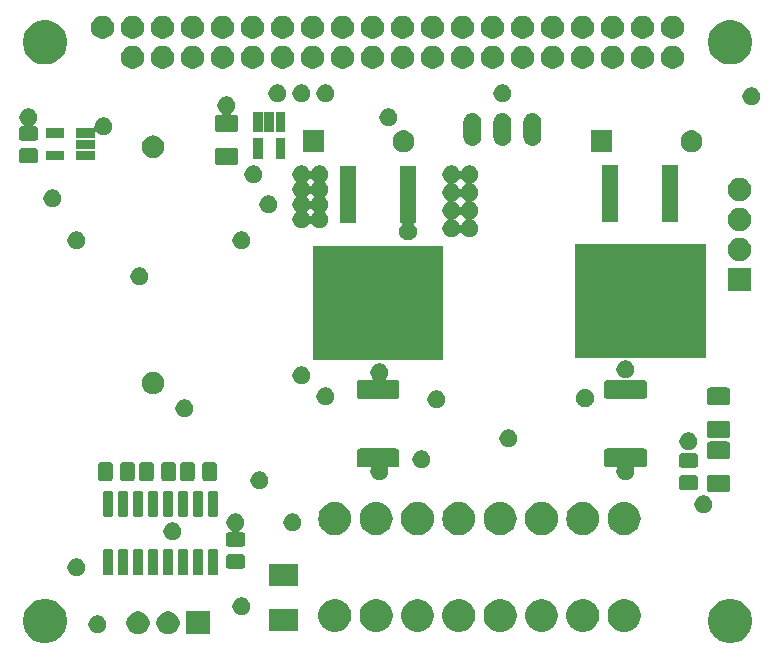
<source format=gbr>
G04 #@! TF.GenerationSoftware,KiCad,Pcbnew,(5.1.5)-3*
G04 #@! TF.CreationDate,2020-01-02T17:28:26+02:00*
G04 #@! TF.ProjectId,Morfeas_Rpi_Hat,4d6f7266-6561-4735-9f52-70695f486174,V1.0*
G04 #@! TF.SameCoordinates,Original*
G04 #@! TF.FileFunction,Soldermask,Top*
G04 #@! TF.FilePolarity,Negative*
%FSLAX46Y46*%
G04 Gerber Fmt 4.6, Leading zero omitted, Abs format (unit mm)*
G04 Created by KiCad (PCBNEW (5.1.5)-3) date 2020-01-02 17:28:26*
%MOMM*%
%LPD*%
G04 APERTURE LIST*
%ADD10C,0.025400*%
G04 APERTURE END LIST*
D10*
G36*
X183641501Y-114235132D02*
G01*
X183641503Y-114235133D01*
X183641504Y-114235133D01*
X183983094Y-114376624D01*
X184290513Y-114582035D01*
X184290515Y-114582037D01*
X184290518Y-114582039D01*
X184551961Y-114843482D01*
X184551963Y-114843485D01*
X184551965Y-114843487D01*
X184757376Y-115150906D01*
X184895048Y-115483276D01*
X184898868Y-115492499D01*
X184971000Y-115855132D01*
X184971000Y-116224868D01*
X184905479Y-116554267D01*
X184898867Y-116587504D01*
X184757376Y-116929094D01*
X184551965Y-117236513D01*
X184551963Y-117236515D01*
X184551961Y-117236518D01*
X184290518Y-117497961D01*
X184290515Y-117497963D01*
X184290513Y-117497965D01*
X183983094Y-117703376D01*
X183641504Y-117844867D01*
X183641503Y-117844867D01*
X183641501Y-117844868D01*
X183278868Y-117917000D01*
X182909132Y-117917000D01*
X182546499Y-117844868D01*
X182546497Y-117844867D01*
X182546496Y-117844867D01*
X182204906Y-117703376D01*
X181897487Y-117497965D01*
X181897485Y-117497963D01*
X181897482Y-117497961D01*
X181636039Y-117236518D01*
X181636037Y-117236515D01*
X181636035Y-117236513D01*
X181430624Y-116929094D01*
X181289133Y-116587504D01*
X181282522Y-116554267D01*
X181217000Y-116224868D01*
X181217000Y-115855132D01*
X181289132Y-115492499D01*
X181292952Y-115483276D01*
X181430624Y-115150906D01*
X181636035Y-114843487D01*
X181636037Y-114843485D01*
X181636039Y-114843482D01*
X181897482Y-114582039D01*
X181897485Y-114582037D01*
X181897487Y-114582035D01*
X182204906Y-114376624D01*
X182546496Y-114235133D01*
X182546497Y-114235133D01*
X182546499Y-114235132D01*
X182909132Y-114163000D01*
X183278868Y-114163000D01*
X183641501Y-114235132D01*
G37*
G36*
X125641501Y-114235132D02*
G01*
X125641503Y-114235133D01*
X125641504Y-114235133D01*
X125983094Y-114376624D01*
X126290513Y-114582035D01*
X126290515Y-114582037D01*
X126290518Y-114582039D01*
X126551961Y-114843482D01*
X126551963Y-114843485D01*
X126551965Y-114843487D01*
X126757376Y-115150906D01*
X126895048Y-115483276D01*
X126898868Y-115492499D01*
X126971000Y-115855132D01*
X126971000Y-116224868D01*
X126905479Y-116554267D01*
X126898867Y-116587504D01*
X126757376Y-116929094D01*
X126551965Y-117236513D01*
X126551963Y-117236515D01*
X126551961Y-117236518D01*
X126290518Y-117497961D01*
X126290515Y-117497963D01*
X126290513Y-117497965D01*
X125983094Y-117703376D01*
X125641504Y-117844867D01*
X125641503Y-117844867D01*
X125641501Y-117844868D01*
X125278868Y-117917000D01*
X124909132Y-117917000D01*
X124546499Y-117844868D01*
X124546497Y-117844867D01*
X124546496Y-117844867D01*
X124204906Y-117703376D01*
X123897487Y-117497965D01*
X123897485Y-117497963D01*
X123897482Y-117497961D01*
X123636039Y-117236518D01*
X123636037Y-117236515D01*
X123636035Y-117236513D01*
X123430624Y-116929094D01*
X123289133Y-116587504D01*
X123282522Y-116554267D01*
X123217000Y-116224868D01*
X123217000Y-115855132D01*
X123289132Y-115492499D01*
X123292952Y-115483276D01*
X123430624Y-115150906D01*
X123636035Y-114843487D01*
X123636037Y-114843485D01*
X123636039Y-114843482D01*
X123897482Y-114582039D01*
X123897485Y-114582037D01*
X123897487Y-114582035D01*
X124204906Y-114376624D01*
X124546496Y-114235133D01*
X124546497Y-114235133D01*
X124546499Y-114235132D01*
X124909132Y-114163000D01*
X125278868Y-114163000D01*
X125641501Y-114235132D01*
G37*
G36*
X135626135Y-115232159D02*
G01*
X135793983Y-115265545D01*
X135971780Y-115339191D01*
X136131800Y-115446113D01*
X136267887Y-115582200D01*
X136374809Y-115742220D01*
X136448455Y-115920017D01*
X136486000Y-116108775D01*
X136486000Y-116301225D01*
X136448455Y-116489983D01*
X136374809Y-116667780D01*
X136267887Y-116827800D01*
X136131800Y-116963887D01*
X135971780Y-117070809D01*
X135793983Y-117144455D01*
X135626135Y-117177841D01*
X135605226Y-117182000D01*
X135412774Y-117182000D01*
X135391865Y-117177841D01*
X135224017Y-117144455D01*
X135046220Y-117070809D01*
X134886200Y-116963887D01*
X134750113Y-116827800D01*
X134643191Y-116667780D01*
X134569545Y-116489983D01*
X134532000Y-116301225D01*
X134532000Y-116108775D01*
X134569545Y-115920017D01*
X134643191Y-115742220D01*
X134750113Y-115582200D01*
X134886200Y-115446113D01*
X135046220Y-115339191D01*
X135224017Y-115265545D01*
X135391865Y-115232159D01*
X135412774Y-115228000D01*
X135605226Y-115228000D01*
X135626135Y-115232159D01*
G37*
G36*
X133086135Y-115232159D02*
G01*
X133253983Y-115265545D01*
X133431780Y-115339191D01*
X133591800Y-115446113D01*
X133727887Y-115582200D01*
X133834809Y-115742220D01*
X133908455Y-115920017D01*
X133946000Y-116108775D01*
X133946000Y-116301225D01*
X133908455Y-116489983D01*
X133834809Y-116667780D01*
X133727887Y-116827800D01*
X133591800Y-116963887D01*
X133431780Y-117070809D01*
X133253983Y-117144455D01*
X133086135Y-117177841D01*
X133065226Y-117182000D01*
X132872774Y-117182000D01*
X132851865Y-117177841D01*
X132684017Y-117144455D01*
X132506220Y-117070809D01*
X132346200Y-116963887D01*
X132210113Y-116827800D01*
X132103191Y-116667780D01*
X132029545Y-116489983D01*
X131992000Y-116301225D01*
X131992000Y-116108775D01*
X132029545Y-115920017D01*
X132103191Y-115742220D01*
X132210113Y-115582200D01*
X132346200Y-115446113D01*
X132506220Y-115339191D01*
X132684017Y-115265545D01*
X132851865Y-115232159D01*
X132872774Y-115228000D01*
X133065226Y-115228000D01*
X133086135Y-115232159D01*
G37*
G36*
X139026000Y-117182000D02*
G01*
X137072000Y-117182000D01*
X137072000Y-115228000D01*
X139026000Y-115228000D01*
X139026000Y-117182000D01*
G37*
G36*
X129762267Y-115599283D02*
G01*
X129900942Y-115656724D01*
X130025747Y-115740116D01*
X130131884Y-115846253D01*
X130215276Y-115971058D01*
X130272717Y-116109733D01*
X130302000Y-116256950D01*
X130302000Y-116407050D01*
X130272717Y-116554267D01*
X130215276Y-116692942D01*
X130131884Y-116817747D01*
X130025747Y-116923884D01*
X129900942Y-117007276D01*
X129762267Y-117064717D01*
X129615050Y-117094000D01*
X129464950Y-117094000D01*
X129317733Y-117064717D01*
X129179058Y-117007276D01*
X129054253Y-116923884D01*
X128948116Y-116817747D01*
X128864724Y-116692942D01*
X128807283Y-116554267D01*
X128778000Y-116407050D01*
X128778000Y-116256950D01*
X128807283Y-116109733D01*
X128864724Y-115971058D01*
X128948116Y-115846253D01*
X129054253Y-115740116D01*
X129179058Y-115656724D01*
X129317733Y-115599283D01*
X129464950Y-115570000D01*
X129615050Y-115570000D01*
X129762267Y-115599283D01*
G37*
G36*
X167531493Y-114226686D02*
G01*
X167785729Y-114331994D01*
X168014531Y-114484875D01*
X168209125Y-114679469D01*
X168362006Y-114908271D01*
X168467314Y-115162507D01*
X168521000Y-115432408D01*
X168521000Y-115707592D01*
X168467314Y-115977493D01*
X168362006Y-116231729D01*
X168209125Y-116460531D01*
X168014531Y-116655125D01*
X167785729Y-116808006D01*
X167531493Y-116913314D01*
X167261592Y-116967000D01*
X166986408Y-116967000D01*
X166716507Y-116913314D01*
X166462271Y-116808006D01*
X166233469Y-116655125D01*
X166038875Y-116460531D01*
X165885994Y-116231729D01*
X165780686Y-115977493D01*
X165727000Y-115707592D01*
X165727000Y-115432408D01*
X165780686Y-115162507D01*
X165885994Y-114908271D01*
X166038875Y-114679469D01*
X166233469Y-114484875D01*
X166462271Y-114331994D01*
X166716507Y-114226686D01*
X166986408Y-114173000D01*
X167261592Y-114173000D01*
X167531493Y-114226686D01*
G37*
G36*
X174531493Y-114226686D02*
G01*
X174785729Y-114331994D01*
X175014531Y-114484875D01*
X175209125Y-114679469D01*
X175362006Y-114908271D01*
X175467314Y-115162507D01*
X175521000Y-115432408D01*
X175521000Y-115707592D01*
X175467314Y-115977493D01*
X175362006Y-116231729D01*
X175209125Y-116460531D01*
X175014531Y-116655125D01*
X174785729Y-116808006D01*
X174531493Y-116913314D01*
X174261592Y-116967000D01*
X173986408Y-116967000D01*
X173716507Y-116913314D01*
X173462271Y-116808006D01*
X173233469Y-116655125D01*
X173038875Y-116460531D01*
X172885994Y-116231729D01*
X172780686Y-115977493D01*
X172727000Y-115707592D01*
X172727000Y-115432408D01*
X172780686Y-115162507D01*
X172885994Y-114908271D01*
X173038875Y-114679469D01*
X173233469Y-114484875D01*
X173462271Y-114331994D01*
X173716507Y-114226686D01*
X173986408Y-114173000D01*
X174261592Y-114173000D01*
X174531493Y-114226686D01*
G37*
G36*
X164031493Y-114226686D02*
G01*
X164285729Y-114331994D01*
X164514531Y-114484875D01*
X164709125Y-114679469D01*
X164862006Y-114908271D01*
X164967314Y-115162507D01*
X165021000Y-115432408D01*
X165021000Y-115707592D01*
X164967314Y-115977493D01*
X164862006Y-116231729D01*
X164709125Y-116460531D01*
X164514531Y-116655125D01*
X164285729Y-116808006D01*
X164031493Y-116913314D01*
X163761592Y-116967000D01*
X163486408Y-116967000D01*
X163216507Y-116913314D01*
X162962271Y-116808006D01*
X162733469Y-116655125D01*
X162538875Y-116460531D01*
X162385994Y-116231729D01*
X162280686Y-115977493D01*
X162227000Y-115707592D01*
X162227000Y-115432408D01*
X162280686Y-115162507D01*
X162385994Y-114908271D01*
X162538875Y-114679469D01*
X162733469Y-114484875D01*
X162962271Y-114331994D01*
X163216507Y-114226686D01*
X163486408Y-114173000D01*
X163761592Y-114173000D01*
X164031493Y-114226686D01*
G37*
G36*
X160531493Y-114226686D02*
G01*
X160785729Y-114331994D01*
X161014531Y-114484875D01*
X161209125Y-114679469D01*
X161362006Y-114908271D01*
X161467314Y-115162507D01*
X161521000Y-115432408D01*
X161521000Y-115707592D01*
X161467314Y-115977493D01*
X161362006Y-116231729D01*
X161209125Y-116460531D01*
X161014531Y-116655125D01*
X160785729Y-116808006D01*
X160531493Y-116913314D01*
X160261592Y-116967000D01*
X159986408Y-116967000D01*
X159716507Y-116913314D01*
X159462271Y-116808006D01*
X159233469Y-116655125D01*
X159038875Y-116460531D01*
X158885994Y-116231729D01*
X158780686Y-115977493D01*
X158727000Y-115707592D01*
X158727000Y-115432408D01*
X158780686Y-115162507D01*
X158885994Y-114908271D01*
X159038875Y-114679469D01*
X159233469Y-114484875D01*
X159462271Y-114331994D01*
X159716507Y-114226686D01*
X159986408Y-114173000D01*
X160261592Y-114173000D01*
X160531493Y-114226686D01*
G37*
G36*
X157031493Y-114226686D02*
G01*
X157285729Y-114331994D01*
X157514531Y-114484875D01*
X157709125Y-114679469D01*
X157862006Y-114908271D01*
X157967314Y-115162507D01*
X158021000Y-115432408D01*
X158021000Y-115707592D01*
X157967314Y-115977493D01*
X157862006Y-116231729D01*
X157709125Y-116460531D01*
X157514531Y-116655125D01*
X157285729Y-116808006D01*
X157031493Y-116913314D01*
X156761592Y-116967000D01*
X156486408Y-116967000D01*
X156216507Y-116913314D01*
X155962271Y-116808006D01*
X155733469Y-116655125D01*
X155538875Y-116460531D01*
X155385994Y-116231729D01*
X155280686Y-115977493D01*
X155227000Y-115707592D01*
X155227000Y-115432408D01*
X155280686Y-115162507D01*
X155385994Y-114908271D01*
X155538875Y-114679469D01*
X155733469Y-114484875D01*
X155962271Y-114331994D01*
X156216507Y-114226686D01*
X156486408Y-114173000D01*
X156761592Y-114173000D01*
X157031493Y-114226686D01*
G37*
G36*
X153531493Y-114226686D02*
G01*
X153785729Y-114331994D01*
X154014531Y-114484875D01*
X154209125Y-114679469D01*
X154362006Y-114908271D01*
X154467314Y-115162507D01*
X154521000Y-115432408D01*
X154521000Y-115707592D01*
X154467314Y-115977493D01*
X154362006Y-116231729D01*
X154209125Y-116460531D01*
X154014531Y-116655125D01*
X153785729Y-116808006D01*
X153531493Y-116913314D01*
X153261592Y-116967000D01*
X152986408Y-116967000D01*
X152716507Y-116913314D01*
X152462271Y-116808006D01*
X152233469Y-116655125D01*
X152038875Y-116460531D01*
X151885994Y-116231729D01*
X151780686Y-115977493D01*
X151727000Y-115707592D01*
X151727000Y-115432408D01*
X151780686Y-115162507D01*
X151885994Y-114908271D01*
X152038875Y-114679469D01*
X152233469Y-114484875D01*
X152462271Y-114331994D01*
X152716507Y-114226686D01*
X152986408Y-114173000D01*
X153261592Y-114173000D01*
X153531493Y-114226686D01*
G37*
G36*
X150031493Y-114226686D02*
G01*
X150285729Y-114331994D01*
X150514531Y-114484875D01*
X150709125Y-114679469D01*
X150862006Y-114908271D01*
X150967314Y-115162507D01*
X151021000Y-115432408D01*
X151021000Y-115707592D01*
X150967314Y-115977493D01*
X150862006Y-116231729D01*
X150709125Y-116460531D01*
X150514531Y-116655125D01*
X150285729Y-116808006D01*
X150031493Y-116913314D01*
X149761592Y-116967000D01*
X149486408Y-116967000D01*
X149216507Y-116913314D01*
X148962271Y-116808006D01*
X148733469Y-116655125D01*
X148538875Y-116460531D01*
X148385994Y-116231729D01*
X148280686Y-115977493D01*
X148227000Y-115707592D01*
X148227000Y-115432408D01*
X148280686Y-115162507D01*
X148385994Y-114908271D01*
X148538875Y-114679469D01*
X148733469Y-114484875D01*
X148962271Y-114331994D01*
X149216507Y-114226686D01*
X149486408Y-114173000D01*
X149761592Y-114173000D01*
X150031493Y-114226686D01*
G37*
G36*
X171031493Y-114226686D02*
G01*
X171285729Y-114331994D01*
X171514531Y-114484875D01*
X171709125Y-114679469D01*
X171862006Y-114908271D01*
X171967314Y-115162507D01*
X172021000Y-115432408D01*
X172021000Y-115707592D01*
X171967314Y-115977493D01*
X171862006Y-116231729D01*
X171709125Y-116460531D01*
X171514531Y-116655125D01*
X171285729Y-116808006D01*
X171031493Y-116913314D01*
X170761592Y-116967000D01*
X170486408Y-116967000D01*
X170216507Y-116913314D01*
X169962271Y-116808006D01*
X169733469Y-116655125D01*
X169538875Y-116460531D01*
X169385994Y-116231729D01*
X169280686Y-115977493D01*
X169227000Y-115707592D01*
X169227000Y-115432408D01*
X169280686Y-115162507D01*
X169385994Y-114908271D01*
X169538875Y-114679469D01*
X169733469Y-114484875D01*
X169962271Y-114331994D01*
X170216507Y-114226686D01*
X170486408Y-114173000D01*
X170761592Y-114173000D01*
X171031493Y-114226686D01*
G37*
G36*
X146514820Y-116873020D02*
G01*
X144061180Y-116873020D01*
X144061180Y-115018820D01*
X146514820Y-115018820D01*
X146514820Y-116873020D01*
G37*
G36*
X141954267Y-114075283D02*
G01*
X142092942Y-114132724D01*
X142217747Y-114216116D01*
X142323884Y-114322253D01*
X142407276Y-114447058D01*
X142464717Y-114585733D01*
X142494000Y-114732950D01*
X142494000Y-114883050D01*
X142464717Y-115030267D01*
X142407276Y-115168942D01*
X142323884Y-115293747D01*
X142217747Y-115399884D01*
X142092942Y-115483276D01*
X141954267Y-115540717D01*
X141807050Y-115570000D01*
X141656950Y-115570000D01*
X141509733Y-115540717D01*
X141371058Y-115483276D01*
X141246253Y-115399884D01*
X141140116Y-115293747D01*
X141056724Y-115168942D01*
X140999283Y-115030267D01*
X140970000Y-114883050D01*
X140970000Y-114732950D01*
X140999283Y-114585733D01*
X141056724Y-114447058D01*
X141140116Y-114322253D01*
X141246253Y-114216116D01*
X141371058Y-114132724D01*
X141509733Y-114075283D01*
X141656950Y-114046000D01*
X141807050Y-114046000D01*
X141954267Y-114075283D01*
G37*
G36*
X146514820Y-113073180D02*
G01*
X144061180Y-113073180D01*
X144061180Y-111218980D01*
X146514820Y-111218980D01*
X146514820Y-113073180D01*
G37*
G36*
X127984267Y-110773283D02*
G01*
X128122942Y-110830724D01*
X128247747Y-110914116D01*
X128353884Y-111020253D01*
X128437276Y-111145058D01*
X128494717Y-111283733D01*
X128524000Y-111430950D01*
X128524000Y-111581050D01*
X128494717Y-111728267D01*
X128437276Y-111866942D01*
X128353884Y-111991747D01*
X128247747Y-112097884D01*
X128122942Y-112181276D01*
X127984267Y-112238717D01*
X127837050Y-112268000D01*
X127686950Y-112268000D01*
X127539733Y-112238717D01*
X127401058Y-112181276D01*
X127276253Y-112097884D01*
X127170116Y-111991747D01*
X127086724Y-111866942D01*
X127029283Y-111728267D01*
X127000000Y-111581050D01*
X127000000Y-111430950D01*
X127029283Y-111283733D01*
X127086724Y-111145058D01*
X127170116Y-111020253D01*
X127276253Y-110914116D01*
X127401058Y-110830724D01*
X127539733Y-110773283D01*
X127686950Y-110744000D01*
X127837050Y-110744000D01*
X127984267Y-110773283D01*
G37*
G36*
X137059645Y-109961793D02*
G01*
X137093685Y-109972119D01*
X137125054Y-109988886D01*
X137152549Y-110011451D01*
X137175114Y-110038946D01*
X137191881Y-110070315D01*
X137202207Y-110104355D01*
X137206000Y-110142866D01*
X137206000Y-111977134D01*
X137202207Y-112015645D01*
X137191881Y-112049685D01*
X137175114Y-112081054D01*
X137152549Y-112108549D01*
X137125054Y-112131114D01*
X137093685Y-112147881D01*
X137059645Y-112158207D01*
X137021134Y-112162000D01*
X136536866Y-112162000D01*
X136498355Y-112158207D01*
X136464315Y-112147881D01*
X136432946Y-112131114D01*
X136405451Y-112108549D01*
X136382886Y-112081054D01*
X136366119Y-112049685D01*
X136355793Y-112015645D01*
X136352000Y-111977134D01*
X136352000Y-110142866D01*
X136355793Y-110104355D01*
X136366119Y-110070315D01*
X136382886Y-110038946D01*
X136405451Y-110011451D01*
X136432946Y-109988886D01*
X136464315Y-109972119D01*
X136498355Y-109961793D01*
X136536866Y-109958000D01*
X137021134Y-109958000D01*
X137059645Y-109961793D01*
G37*
G36*
X138329645Y-109961793D02*
G01*
X138363685Y-109972119D01*
X138395054Y-109988886D01*
X138422549Y-110011451D01*
X138445114Y-110038946D01*
X138461881Y-110070315D01*
X138472207Y-110104355D01*
X138476000Y-110142866D01*
X138476000Y-111977134D01*
X138472207Y-112015645D01*
X138461881Y-112049685D01*
X138445114Y-112081054D01*
X138422549Y-112108549D01*
X138395054Y-112131114D01*
X138363685Y-112147881D01*
X138329645Y-112158207D01*
X138291134Y-112162000D01*
X137806866Y-112162000D01*
X137768355Y-112158207D01*
X137734315Y-112147881D01*
X137702946Y-112131114D01*
X137675451Y-112108549D01*
X137652886Y-112081054D01*
X137636119Y-112049685D01*
X137625793Y-112015645D01*
X137622000Y-111977134D01*
X137622000Y-110142866D01*
X137625793Y-110104355D01*
X137636119Y-110070315D01*
X137652886Y-110038946D01*
X137675451Y-110011451D01*
X137702946Y-109988886D01*
X137734315Y-109972119D01*
X137768355Y-109961793D01*
X137806866Y-109958000D01*
X138291134Y-109958000D01*
X138329645Y-109961793D01*
G37*
G36*
X139599645Y-109961793D02*
G01*
X139633685Y-109972119D01*
X139665054Y-109988886D01*
X139692549Y-110011451D01*
X139715114Y-110038946D01*
X139731881Y-110070315D01*
X139742207Y-110104355D01*
X139746000Y-110142866D01*
X139746000Y-111977134D01*
X139742207Y-112015645D01*
X139731881Y-112049685D01*
X139715114Y-112081054D01*
X139692549Y-112108549D01*
X139665054Y-112131114D01*
X139633685Y-112147881D01*
X139599645Y-112158207D01*
X139561134Y-112162000D01*
X139076866Y-112162000D01*
X139038355Y-112158207D01*
X139004315Y-112147881D01*
X138972946Y-112131114D01*
X138945451Y-112108549D01*
X138922886Y-112081054D01*
X138906119Y-112049685D01*
X138895793Y-112015645D01*
X138892000Y-111977134D01*
X138892000Y-110142866D01*
X138895793Y-110104355D01*
X138906119Y-110070315D01*
X138922886Y-110038946D01*
X138945451Y-110011451D01*
X138972946Y-109988886D01*
X139004315Y-109972119D01*
X139038355Y-109961793D01*
X139076866Y-109958000D01*
X139561134Y-109958000D01*
X139599645Y-109961793D01*
G37*
G36*
X130709645Y-109961793D02*
G01*
X130743685Y-109972119D01*
X130775054Y-109988886D01*
X130802549Y-110011451D01*
X130825114Y-110038946D01*
X130841881Y-110070315D01*
X130852207Y-110104355D01*
X130856000Y-110142866D01*
X130856000Y-111977134D01*
X130852207Y-112015645D01*
X130841881Y-112049685D01*
X130825114Y-112081054D01*
X130802549Y-112108549D01*
X130775054Y-112131114D01*
X130743685Y-112147881D01*
X130709645Y-112158207D01*
X130671134Y-112162000D01*
X130186866Y-112162000D01*
X130148355Y-112158207D01*
X130114315Y-112147881D01*
X130082946Y-112131114D01*
X130055451Y-112108549D01*
X130032886Y-112081054D01*
X130016119Y-112049685D01*
X130005793Y-112015645D01*
X130002000Y-111977134D01*
X130002000Y-110142866D01*
X130005793Y-110104355D01*
X130016119Y-110070315D01*
X130032886Y-110038946D01*
X130055451Y-110011451D01*
X130082946Y-109988886D01*
X130114315Y-109972119D01*
X130148355Y-109961793D01*
X130186866Y-109958000D01*
X130671134Y-109958000D01*
X130709645Y-109961793D01*
G37*
G36*
X133249645Y-109961793D02*
G01*
X133283685Y-109972119D01*
X133315054Y-109988886D01*
X133342549Y-110011451D01*
X133365114Y-110038946D01*
X133381881Y-110070315D01*
X133392207Y-110104355D01*
X133396000Y-110142866D01*
X133396000Y-111977134D01*
X133392207Y-112015645D01*
X133381881Y-112049685D01*
X133365114Y-112081054D01*
X133342549Y-112108549D01*
X133315054Y-112131114D01*
X133283685Y-112147881D01*
X133249645Y-112158207D01*
X133211134Y-112162000D01*
X132726866Y-112162000D01*
X132688355Y-112158207D01*
X132654315Y-112147881D01*
X132622946Y-112131114D01*
X132595451Y-112108549D01*
X132572886Y-112081054D01*
X132556119Y-112049685D01*
X132545793Y-112015645D01*
X132542000Y-111977134D01*
X132542000Y-110142866D01*
X132545793Y-110104355D01*
X132556119Y-110070315D01*
X132572886Y-110038946D01*
X132595451Y-110011451D01*
X132622946Y-109988886D01*
X132654315Y-109972119D01*
X132688355Y-109961793D01*
X132726866Y-109958000D01*
X133211134Y-109958000D01*
X133249645Y-109961793D01*
G37*
G36*
X134519645Y-109961793D02*
G01*
X134553685Y-109972119D01*
X134585054Y-109988886D01*
X134612549Y-110011451D01*
X134635114Y-110038946D01*
X134651881Y-110070315D01*
X134662207Y-110104355D01*
X134666000Y-110142866D01*
X134666000Y-111977134D01*
X134662207Y-112015645D01*
X134651881Y-112049685D01*
X134635114Y-112081054D01*
X134612549Y-112108549D01*
X134585054Y-112131114D01*
X134553685Y-112147881D01*
X134519645Y-112158207D01*
X134481134Y-112162000D01*
X133996866Y-112162000D01*
X133958355Y-112158207D01*
X133924315Y-112147881D01*
X133892946Y-112131114D01*
X133865451Y-112108549D01*
X133842886Y-112081054D01*
X133826119Y-112049685D01*
X133815793Y-112015645D01*
X133812000Y-111977134D01*
X133812000Y-110142866D01*
X133815793Y-110104355D01*
X133826119Y-110070315D01*
X133842886Y-110038946D01*
X133865451Y-110011451D01*
X133892946Y-109988886D01*
X133924315Y-109972119D01*
X133958355Y-109961793D01*
X133996866Y-109958000D01*
X134481134Y-109958000D01*
X134519645Y-109961793D01*
G37*
G36*
X135789645Y-109961793D02*
G01*
X135823685Y-109972119D01*
X135855054Y-109988886D01*
X135882549Y-110011451D01*
X135905114Y-110038946D01*
X135921881Y-110070315D01*
X135932207Y-110104355D01*
X135936000Y-110142866D01*
X135936000Y-111977134D01*
X135932207Y-112015645D01*
X135921881Y-112049685D01*
X135905114Y-112081054D01*
X135882549Y-112108549D01*
X135855054Y-112131114D01*
X135823685Y-112147881D01*
X135789645Y-112158207D01*
X135751134Y-112162000D01*
X135266866Y-112162000D01*
X135228355Y-112158207D01*
X135194315Y-112147881D01*
X135162946Y-112131114D01*
X135135451Y-112108549D01*
X135112886Y-112081054D01*
X135096119Y-112049685D01*
X135085793Y-112015645D01*
X135082000Y-111977134D01*
X135082000Y-110142866D01*
X135085793Y-110104355D01*
X135096119Y-110070315D01*
X135112886Y-110038946D01*
X135135451Y-110011451D01*
X135162946Y-109988886D01*
X135194315Y-109972119D01*
X135228355Y-109961793D01*
X135266866Y-109958000D01*
X135751134Y-109958000D01*
X135789645Y-109961793D01*
G37*
G36*
X131979645Y-109961793D02*
G01*
X132013685Y-109972119D01*
X132045054Y-109988886D01*
X132072549Y-110011451D01*
X132095114Y-110038946D01*
X132111881Y-110070315D01*
X132122207Y-110104355D01*
X132126000Y-110142866D01*
X132126000Y-111977134D01*
X132122207Y-112015645D01*
X132111881Y-112049685D01*
X132095114Y-112081054D01*
X132072549Y-112108549D01*
X132045054Y-112131114D01*
X132013685Y-112147881D01*
X131979645Y-112158207D01*
X131941134Y-112162000D01*
X131456866Y-112162000D01*
X131418355Y-112158207D01*
X131384315Y-112147881D01*
X131352946Y-112131114D01*
X131325451Y-112108549D01*
X131302886Y-112081054D01*
X131286119Y-112049685D01*
X131275793Y-112015645D01*
X131272000Y-111977134D01*
X131272000Y-110142866D01*
X131275793Y-110104355D01*
X131286119Y-110070315D01*
X131302886Y-110038946D01*
X131325451Y-110011451D01*
X131352946Y-109988886D01*
X131384315Y-109972119D01*
X131418355Y-109961793D01*
X131456866Y-109958000D01*
X131941134Y-109958000D01*
X131979645Y-109961793D01*
G37*
G36*
X141829184Y-110389095D02*
G01*
X141880814Y-110404756D01*
X141928388Y-110430185D01*
X141970090Y-110464410D01*
X142004315Y-110506112D01*
X142029744Y-110553686D01*
X142045405Y-110605316D01*
X142051000Y-110662117D01*
X142051000Y-111333883D01*
X142045405Y-111390684D01*
X142029744Y-111442314D01*
X142004315Y-111489888D01*
X141970090Y-111531590D01*
X141928388Y-111565815D01*
X141880814Y-111591244D01*
X141829184Y-111606905D01*
X141772383Y-111612500D01*
X140675617Y-111612500D01*
X140618816Y-111606905D01*
X140567186Y-111591244D01*
X140519612Y-111565815D01*
X140477910Y-111531590D01*
X140443685Y-111489888D01*
X140418256Y-111442314D01*
X140402595Y-111390684D01*
X140397000Y-111333883D01*
X140397000Y-110662117D01*
X140402595Y-110605316D01*
X140418256Y-110553686D01*
X140443685Y-110506112D01*
X140477910Y-110464410D01*
X140519612Y-110430185D01*
X140567186Y-110404756D01*
X140618816Y-110389095D01*
X140675617Y-110383500D01*
X141772383Y-110383500D01*
X141829184Y-110389095D01*
G37*
G36*
X141446267Y-106963283D02*
G01*
X141584942Y-107020724D01*
X141709747Y-107104116D01*
X141815884Y-107210253D01*
X141899276Y-107335058D01*
X141956717Y-107473733D01*
X141986000Y-107620950D01*
X141986000Y-107771050D01*
X141956717Y-107918267D01*
X141899276Y-108056942D01*
X141815884Y-108181747D01*
X141709747Y-108287884D01*
X141584942Y-108371276D01*
X141548576Y-108386339D01*
X141537606Y-108392203D01*
X141527984Y-108400100D01*
X141520087Y-108409723D01*
X141514219Y-108420701D01*
X141510605Y-108432613D01*
X141509385Y-108445001D01*
X141510605Y-108457389D01*
X141514218Y-108469301D01*
X141520086Y-108480279D01*
X141527983Y-108489901D01*
X141537606Y-108497798D01*
X141548584Y-108503666D01*
X141560496Y-108507280D01*
X141572884Y-108508500D01*
X141772383Y-108508500D01*
X141829184Y-108514095D01*
X141880814Y-108529756D01*
X141928388Y-108555185D01*
X141970090Y-108589410D01*
X142004315Y-108631112D01*
X142029744Y-108678686D01*
X142045405Y-108730316D01*
X142051000Y-108787117D01*
X142051000Y-109458883D01*
X142045405Y-109515684D01*
X142029744Y-109567314D01*
X142004315Y-109614888D01*
X141970090Y-109656590D01*
X141928388Y-109690815D01*
X141880814Y-109716244D01*
X141829184Y-109731905D01*
X141772383Y-109737500D01*
X140675617Y-109737500D01*
X140618816Y-109731905D01*
X140567186Y-109716244D01*
X140519612Y-109690815D01*
X140477910Y-109656590D01*
X140443685Y-109614888D01*
X140418256Y-109567314D01*
X140402595Y-109515684D01*
X140397000Y-109458883D01*
X140397000Y-108787117D01*
X140402595Y-108730316D01*
X140418256Y-108678686D01*
X140443685Y-108631112D01*
X140477910Y-108589410D01*
X140519612Y-108555185D01*
X140567186Y-108529756D01*
X140618816Y-108514095D01*
X140675617Y-108508500D01*
X140875116Y-108508500D01*
X140887504Y-108507280D01*
X140899416Y-108503666D01*
X140910394Y-108497798D01*
X140920017Y-108489902D01*
X140927913Y-108480279D01*
X140933781Y-108469301D01*
X140937395Y-108457389D01*
X140938615Y-108445001D01*
X140937395Y-108432613D01*
X140933781Y-108420701D01*
X140927913Y-108409723D01*
X140920017Y-108400100D01*
X140910394Y-108392204D01*
X140899424Y-108386339D01*
X140863058Y-108371276D01*
X140738253Y-108287884D01*
X140632116Y-108181747D01*
X140548724Y-108056942D01*
X140491283Y-107918267D01*
X140462000Y-107771050D01*
X140462000Y-107620950D01*
X140491283Y-107473733D01*
X140548724Y-107335058D01*
X140632116Y-107210253D01*
X140738253Y-107104116D01*
X140863058Y-107020724D01*
X141001733Y-106963283D01*
X141148950Y-106934000D01*
X141299050Y-106934000D01*
X141446267Y-106963283D01*
G37*
G36*
X136112267Y-107725283D02*
G01*
X136250942Y-107782724D01*
X136375747Y-107866116D01*
X136481884Y-107972253D01*
X136565276Y-108097058D01*
X136622717Y-108235733D01*
X136652000Y-108382950D01*
X136652000Y-108533050D01*
X136622717Y-108680267D01*
X136565276Y-108818942D01*
X136481884Y-108943747D01*
X136375747Y-109049884D01*
X136250942Y-109133276D01*
X136112267Y-109190717D01*
X135965050Y-109220000D01*
X135814950Y-109220000D01*
X135667733Y-109190717D01*
X135529058Y-109133276D01*
X135404253Y-109049884D01*
X135298116Y-108943747D01*
X135214724Y-108818942D01*
X135157283Y-108680267D01*
X135128000Y-108533050D01*
X135128000Y-108382950D01*
X135157283Y-108235733D01*
X135214724Y-108097058D01*
X135298116Y-107972253D01*
X135404253Y-107866116D01*
X135529058Y-107782724D01*
X135667733Y-107725283D01*
X135814950Y-107696000D01*
X135965050Y-107696000D01*
X136112267Y-107725283D01*
G37*
G36*
X174396542Y-105999842D02*
G01*
X174658610Y-106079339D01*
X174900133Y-106208436D01*
X175111829Y-106382171D01*
X175285564Y-106593867D01*
X175414661Y-106835390D01*
X175494158Y-107097458D01*
X175521001Y-107369999D01*
X175521001Y-107370001D01*
X175494158Y-107642542D01*
X175414661Y-107904610D01*
X175285564Y-108146133D01*
X175111829Y-108357829D01*
X174900133Y-108531564D01*
X174658610Y-108660661D01*
X174396542Y-108740158D01*
X174124001Y-108767001D01*
X174123999Y-108767001D01*
X173851458Y-108740158D01*
X173589390Y-108660661D01*
X173347867Y-108531564D01*
X173136171Y-108357829D01*
X172962436Y-108146133D01*
X172833339Y-107904610D01*
X172753842Y-107642542D01*
X172726999Y-107370001D01*
X172726999Y-107369999D01*
X172753842Y-107097458D01*
X172833339Y-106835390D01*
X172962436Y-106593867D01*
X173136171Y-106382171D01*
X173347867Y-106208436D01*
X173589390Y-106079339D01*
X173851458Y-105999842D01*
X174123999Y-105972999D01*
X174124001Y-105972999D01*
X174396542Y-105999842D01*
G37*
G36*
X153396542Y-105999842D02*
G01*
X153658610Y-106079339D01*
X153900133Y-106208436D01*
X154111829Y-106382171D01*
X154285564Y-106593867D01*
X154414661Y-106835390D01*
X154494158Y-107097458D01*
X154521001Y-107369999D01*
X154521001Y-107370001D01*
X154494158Y-107642542D01*
X154414661Y-107904610D01*
X154285564Y-108146133D01*
X154111829Y-108357829D01*
X153900133Y-108531564D01*
X153658610Y-108660661D01*
X153396542Y-108740158D01*
X153124001Y-108767001D01*
X153123999Y-108767001D01*
X152851458Y-108740158D01*
X152589390Y-108660661D01*
X152347867Y-108531564D01*
X152136171Y-108357829D01*
X151962436Y-108146133D01*
X151833339Y-107904610D01*
X151753842Y-107642542D01*
X151726999Y-107370001D01*
X151726999Y-107369999D01*
X151753842Y-107097458D01*
X151833339Y-106835390D01*
X151962436Y-106593867D01*
X152136171Y-106382171D01*
X152347867Y-106208436D01*
X152589390Y-106079339D01*
X152851458Y-105999842D01*
X153123999Y-105972999D01*
X153124001Y-105972999D01*
X153396542Y-105999842D01*
G37*
G36*
X170896542Y-105999842D02*
G01*
X171158610Y-106079339D01*
X171400133Y-106208436D01*
X171611829Y-106382171D01*
X171785564Y-106593867D01*
X171914661Y-106835390D01*
X171994158Y-107097458D01*
X172021001Y-107369999D01*
X172021001Y-107370001D01*
X171994158Y-107642542D01*
X171914661Y-107904610D01*
X171785564Y-108146133D01*
X171611829Y-108357829D01*
X171400133Y-108531564D01*
X171158610Y-108660661D01*
X170896542Y-108740158D01*
X170624001Y-108767001D01*
X170623999Y-108767001D01*
X170351458Y-108740158D01*
X170089390Y-108660661D01*
X169847867Y-108531564D01*
X169636171Y-108357829D01*
X169462436Y-108146133D01*
X169333339Y-107904610D01*
X169253842Y-107642542D01*
X169226999Y-107370001D01*
X169226999Y-107369999D01*
X169253842Y-107097458D01*
X169333339Y-106835390D01*
X169462436Y-106593867D01*
X169636171Y-106382171D01*
X169847867Y-106208436D01*
X170089390Y-106079339D01*
X170351458Y-105999842D01*
X170623999Y-105972999D01*
X170624001Y-105972999D01*
X170896542Y-105999842D01*
G37*
G36*
X167396542Y-105999842D02*
G01*
X167658610Y-106079339D01*
X167900133Y-106208436D01*
X168111829Y-106382171D01*
X168285564Y-106593867D01*
X168414661Y-106835390D01*
X168494158Y-107097458D01*
X168521001Y-107369999D01*
X168521001Y-107370001D01*
X168494158Y-107642542D01*
X168414661Y-107904610D01*
X168285564Y-108146133D01*
X168111829Y-108357829D01*
X167900133Y-108531564D01*
X167658610Y-108660661D01*
X167396542Y-108740158D01*
X167124001Y-108767001D01*
X167123999Y-108767001D01*
X166851458Y-108740158D01*
X166589390Y-108660661D01*
X166347867Y-108531564D01*
X166136171Y-108357829D01*
X165962436Y-108146133D01*
X165833339Y-107904610D01*
X165753842Y-107642542D01*
X165726999Y-107370001D01*
X165726999Y-107369999D01*
X165753842Y-107097458D01*
X165833339Y-106835390D01*
X165962436Y-106593867D01*
X166136171Y-106382171D01*
X166347867Y-106208436D01*
X166589390Y-106079339D01*
X166851458Y-105999842D01*
X167123999Y-105972999D01*
X167124001Y-105972999D01*
X167396542Y-105999842D01*
G37*
G36*
X163896542Y-105999842D02*
G01*
X164158610Y-106079339D01*
X164400133Y-106208436D01*
X164611829Y-106382171D01*
X164785564Y-106593867D01*
X164914661Y-106835390D01*
X164994158Y-107097458D01*
X165021001Y-107369999D01*
X165021001Y-107370001D01*
X164994158Y-107642542D01*
X164914661Y-107904610D01*
X164785564Y-108146133D01*
X164611829Y-108357829D01*
X164400133Y-108531564D01*
X164158610Y-108660661D01*
X163896542Y-108740158D01*
X163624001Y-108767001D01*
X163623999Y-108767001D01*
X163351458Y-108740158D01*
X163089390Y-108660661D01*
X162847867Y-108531564D01*
X162636171Y-108357829D01*
X162462436Y-108146133D01*
X162333339Y-107904610D01*
X162253842Y-107642542D01*
X162226999Y-107370001D01*
X162226999Y-107369999D01*
X162253842Y-107097458D01*
X162333339Y-106835390D01*
X162462436Y-106593867D01*
X162636171Y-106382171D01*
X162847867Y-106208436D01*
X163089390Y-106079339D01*
X163351458Y-105999842D01*
X163623999Y-105972999D01*
X163624001Y-105972999D01*
X163896542Y-105999842D01*
G37*
G36*
X160396542Y-105999842D02*
G01*
X160658610Y-106079339D01*
X160900133Y-106208436D01*
X161111829Y-106382171D01*
X161285564Y-106593867D01*
X161414661Y-106835390D01*
X161494158Y-107097458D01*
X161521001Y-107369999D01*
X161521001Y-107370001D01*
X161494158Y-107642542D01*
X161414661Y-107904610D01*
X161285564Y-108146133D01*
X161111829Y-108357829D01*
X160900133Y-108531564D01*
X160658610Y-108660661D01*
X160396542Y-108740158D01*
X160124001Y-108767001D01*
X160123999Y-108767001D01*
X159851458Y-108740158D01*
X159589390Y-108660661D01*
X159347867Y-108531564D01*
X159136171Y-108357829D01*
X158962436Y-108146133D01*
X158833339Y-107904610D01*
X158753842Y-107642542D01*
X158726999Y-107370001D01*
X158726999Y-107369999D01*
X158753842Y-107097458D01*
X158833339Y-106835390D01*
X158962436Y-106593867D01*
X159136171Y-106382171D01*
X159347867Y-106208436D01*
X159589390Y-106079339D01*
X159851458Y-105999842D01*
X160123999Y-105972999D01*
X160124001Y-105972999D01*
X160396542Y-105999842D01*
G37*
G36*
X156896542Y-105999842D02*
G01*
X157158610Y-106079339D01*
X157400133Y-106208436D01*
X157611829Y-106382171D01*
X157785564Y-106593867D01*
X157914661Y-106835390D01*
X157994158Y-107097458D01*
X158021001Y-107369999D01*
X158021001Y-107370001D01*
X157994158Y-107642542D01*
X157914661Y-107904610D01*
X157785564Y-108146133D01*
X157611829Y-108357829D01*
X157400133Y-108531564D01*
X157158610Y-108660661D01*
X156896542Y-108740158D01*
X156624001Y-108767001D01*
X156623999Y-108767001D01*
X156351458Y-108740158D01*
X156089390Y-108660661D01*
X155847867Y-108531564D01*
X155636171Y-108357829D01*
X155462436Y-108146133D01*
X155333339Y-107904610D01*
X155253842Y-107642542D01*
X155226999Y-107370001D01*
X155226999Y-107369999D01*
X155253842Y-107097458D01*
X155333339Y-106835390D01*
X155462436Y-106593867D01*
X155636171Y-106382171D01*
X155847867Y-106208436D01*
X156089390Y-106079339D01*
X156351458Y-105999842D01*
X156623999Y-105972999D01*
X156624001Y-105972999D01*
X156896542Y-105999842D01*
G37*
G36*
X149896542Y-105999842D02*
G01*
X150158610Y-106079339D01*
X150400133Y-106208436D01*
X150611829Y-106382171D01*
X150785564Y-106593867D01*
X150914661Y-106835390D01*
X150994158Y-107097458D01*
X151021001Y-107369999D01*
X151021001Y-107370001D01*
X150994158Y-107642542D01*
X150914661Y-107904610D01*
X150785564Y-108146133D01*
X150611829Y-108357829D01*
X150400133Y-108531564D01*
X150158610Y-108660661D01*
X149896542Y-108740158D01*
X149624001Y-108767001D01*
X149623999Y-108767001D01*
X149351458Y-108740158D01*
X149089390Y-108660661D01*
X148847867Y-108531564D01*
X148636171Y-108357829D01*
X148462436Y-108146133D01*
X148333339Y-107904610D01*
X148253842Y-107642542D01*
X148226999Y-107370001D01*
X148226999Y-107369999D01*
X148253842Y-107097458D01*
X148333339Y-106835390D01*
X148462436Y-106593867D01*
X148636171Y-106382171D01*
X148847867Y-106208436D01*
X149089390Y-106079339D01*
X149351458Y-105999842D01*
X149623999Y-105972999D01*
X149624001Y-105972999D01*
X149896542Y-105999842D01*
G37*
G36*
X146272267Y-106963283D02*
G01*
X146410942Y-107020724D01*
X146535747Y-107104116D01*
X146641884Y-107210253D01*
X146725276Y-107335058D01*
X146782717Y-107473733D01*
X146812000Y-107620950D01*
X146812000Y-107771050D01*
X146782717Y-107918267D01*
X146725276Y-108056942D01*
X146641884Y-108181747D01*
X146535747Y-108287884D01*
X146410942Y-108371276D01*
X146272267Y-108428717D01*
X146125050Y-108458000D01*
X145974950Y-108458000D01*
X145827733Y-108428717D01*
X145689058Y-108371276D01*
X145564253Y-108287884D01*
X145458116Y-108181747D01*
X145374724Y-108056942D01*
X145317283Y-107918267D01*
X145288000Y-107771050D01*
X145288000Y-107620950D01*
X145317283Y-107473733D01*
X145374724Y-107335058D01*
X145458116Y-107210253D01*
X145564253Y-107104116D01*
X145689058Y-107020724D01*
X145827733Y-106963283D01*
X145974950Y-106934000D01*
X146125050Y-106934000D01*
X146272267Y-106963283D01*
G37*
G36*
X134519645Y-105011793D02*
G01*
X134553685Y-105022119D01*
X134585054Y-105038886D01*
X134612549Y-105061451D01*
X134635114Y-105088946D01*
X134651881Y-105120315D01*
X134662207Y-105154355D01*
X134666000Y-105192866D01*
X134666000Y-107027134D01*
X134662207Y-107065645D01*
X134651881Y-107099685D01*
X134635114Y-107131054D01*
X134612549Y-107158549D01*
X134585054Y-107181114D01*
X134553685Y-107197881D01*
X134519645Y-107208207D01*
X134481134Y-107212000D01*
X133996866Y-107212000D01*
X133958355Y-107208207D01*
X133924315Y-107197881D01*
X133892946Y-107181114D01*
X133865451Y-107158549D01*
X133842886Y-107131054D01*
X133826119Y-107099685D01*
X133815793Y-107065645D01*
X133812000Y-107027134D01*
X133812000Y-105192866D01*
X133815793Y-105154355D01*
X133826119Y-105120315D01*
X133842886Y-105088946D01*
X133865451Y-105061451D01*
X133892946Y-105038886D01*
X133924315Y-105022119D01*
X133958355Y-105011793D01*
X133996866Y-105008000D01*
X134481134Y-105008000D01*
X134519645Y-105011793D01*
G37*
G36*
X133249645Y-105011793D02*
G01*
X133283685Y-105022119D01*
X133315054Y-105038886D01*
X133342549Y-105061451D01*
X133365114Y-105088946D01*
X133381881Y-105120315D01*
X133392207Y-105154355D01*
X133396000Y-105192866D01*
X133396000Y-107027134D01*
X133392207Y-107065645D01*
X133381881Y-107099685D01*
X133365114Y-107131054D01*
X133342549Y-107158549D01*
X133315054Y-107181114D01*
X133283685Y-107197881D01*
X133249645Y-107208207D01*
X133211134Y-107212000D01*
X132726866Y-107212000D01*
X132688355Y-107208207D01*
X132654315Y-107197881D01*
X132622946Y-107181114D01*
X132595451Y-107158549D01*
X132572886Y-107131054D01*
X132556119Y-107099685D01*
X132545793Y-107065645D01*
X132542000Y-107027134D01*
X132542000Y-105192866D01*
X132545793Y-105154355D01*
X132556119Y-105120315D01*
X132572886Y-105088946D01*
X132595451Y-105061451D01*
X132622946Y-105038886D01*
X132654315Y-105022119D01*
X132688355Y-105011793D01*
X132726866Y-105008000D01*
X133211134Y-105008000D01*
X133249645Y-105011793D01*
G37*
G36*
X131979645Y-105011793D02*
G01*
X132013685Y-105022119D01*
X132045054Y-105038886D01*
X132072549Y-105061451D01*
X132095114Y-105088946D01*
X132111881Y-105120315D01*
X132122207Y-105154355D01*
X132126000Y-105192866D01*
X132126000Y-107027134D01*
X132122207Y-107065645D01*
X132111881Y-107099685D01*
X132095114Y-107131054D01*
X132072549Y-107158549D01*
X132045054Y-107181114D01*
X132013685Y-107197881D01*
X131979645Y-107208207D01*
X131941134Y-107212000D01*
X131456866Y-107212000D01*
X131418355Y-107208207D01*
X131384315Y-107197881D01*
X131352946Y-107181114D01*
X131325451Y-107158549D01*
X131302886Y-107131054D01*
X131286119Y-107099685D01*
X131275793Y-107065645D01*
X131272000Y-107027134D01*
X131272000Y-105192866D01*
X131275793Y-105154355D01*
X131286119Y-105120315D01*
X131302886Y-105088946D01*
X131325451Y-105061451D01*
X131352946Y-105038886D01*
X131384315Y-105022119D01*
X131418355Y-105011793D01*
X131456866Y-105008000D01*
X131941134Y-105008000D01*
X131979645Y-105011793D01*
G37*
G36*
X135789645Y-105011793D02*
G01*
X135823685Y-105022119D01*
X135855054Y-105038886D01*
X135882549Y-105061451D01*
X135905114Y-105088946D01*
X135921881Y-105120315D01*
X135932207Y-105154355D01*
X135936000Y-105192866D01*
X135936000Y-107027134D01*
X135932207Y-107065645D01*
X135921881Y-107099685D01*
X135905114Y-107131054D01*
X135882549Y-107158549D01*
X135855054Y-107181114D01*
X135823685Y-107197881D01*
X135789645Y-107208207D01*
X135751134Y-107212000D01*
X135266866Y-107212000D01*
X135228355Y-107208207D01*
X135194315Y-107197881D01*
X135162946Y-107181114D01*
X135135451Y-107158549D01*
X135112886Y-107131054D01*
X135096119Y-107099685D01*
X135085793Y-107065645D01*
X135082000Y-107027134D01*
X135082000Y-105192866D01*
X135085793Y-105154355D01*
X135096119Y-105120315D01*
X135112886Y-105088946D01*
X135135451Y-105061451D01*
X135162946Y-105038886D01*
X135194315Y-105022119D01*
X135228355Y-105011793D01*
X135266866Y-105008000D01*
X135751134Y-105008000D01*
X135789645Y-105011793D01*
G37*
G36*
X137059645Y-105011793D02*
G01*
X137093685Y-105022119D01*
X137125054Y-105038886D01*
X137152549Y-105061451D01*
X137175114Y-105088946D01*
X137191881Y-105120315D01*
X137202207Y-105154355D01*
X137206000Y-105192866D01*
X137206000Y-107027134D01*
X137202207Y-107065645D01*
X137191881Y-107099685D01*
X137175114Y-107131054D01*
X137152549Y-107158549D01*
X137125054Y-107181114D01*
X137093685Y-107197881D01*
X137059645Y-107208207D01*
X137021134Y-107212000D01*
X136536866Y-107212000D01*
X136498355Y-107208207D01*
X136464315Y-107197881D01*
X136432946Y-107181114D01*
X136405451Y-107158549D01*
X136382886Y-107131054D01*
X136366119Y-107099685D01*
X136355793Y-107065645D01*
X136352000Y-107027134D01*
X136352000Y-105192866D01*
X136355793Y-105154355D01*
X136366119Y-105120315D01*
X136382886Y-105088946D01*
X136405451Y-105061451D01*
X136432946Y-105038886D01*
X136464315Y-105022119D01*
X136498355Y-105011793D01*
X136536866Y-105008000D01*
X137021134Y-105008000D01*
X137059645Y-105011793D01*
G37*
G36*
X130709645Y-105011793D02*
G01*
X130743685Y-105022119D01*
X130775054Y-105038886D01*
X130802549Y-105061451D01*
X130825114Y-105088946D01*
X130841881Y-105120315D01*
X130852207Y-105154355D01*
X130856000Y-105192866D01*
X130856000Y-107027134D01*
X130852207Y-107065645D01*
X130841881Y-107099685D01*
X130825114Y-107131054D01*
X130802549Y-107158549D01*
X130775054Y-107181114D01*
X130743685Y-107197881D01*
X130709645Y-107208207D01*
X130671134Y-107212000D01*
X130186866Y-107212000D01*
X130148355Y-107208207D01*
X130114315Y-107197881D01*
X130082946Y-107181114D01*
X130055451Y-107158549D01*
X130032886Y-107131054D01*
X130016119Y-107099685D01*
X130005793Y-107065645D01*
X130002000Y-107027134D01*
X130002000Y-105192866D01*
X130005793Y-105154355D01*
X130016119Y-105120315D01*
X130032886Y-105088946D01*
X130055451Y-105061451D01*
X130082946Y-105038886D01*
X130114315Y-105022119D01*
X130148355Y-105011793D01*
X130186866Y-105008000D01*
X130671134Y-105008000D01*
X130709645Y-105011793D01*
G37*
G36*
X138329645Y-105011793D02*
G01*
X138363685Y-105022119D01*
X138395054Y-105038886D01*
X138422549Y-105061451D01*
X138445114Y-105088946D01*
X138461881Y-105120315D01*
X138472207Y-105154355D01*
X138476000Y-105192866D01*
X138476000Y-107027134D01*
X138472207Y-107065645D01*
X138461881Y-107099685D01*
X138445114Y-107131054D01*
X138422549Y-107158549D01*
X138395054Y-107181114D01*
X138363685Y-107197881D01*
X138329645Y-107208207D01*
X138291134Y-107212000D01*
X137806866Y-107212000D01*
X137768355Y-107208207D01*
X137734315Y-107197881D01*
X137702946Y-107181114D01*
X137675451Y-107158549D01*
X137652886Y-107131054D01*
X137636119Y-107099685D01*
X137625793Y-107065645D01*
X137622000Y-107027134D01*
X137622000Y-105192866D01*
X137625793Y-105154355D01*
X137636119Y-105120315D01*
X137652886Y-105088946D01*
X137675451Y-105061451D01*
X137702946Y-105038886D01*
X137734315Y-105022119D01*
X137768355Y-105011793D01*
X137806866Y-105008000D01*
X138291134Y-105008000D01*
X138329645Y-105011793D01*
G37*
G36*
X139599645Y-105011793D02*
G01*
X139633685Y-105022119D01*
X139665054Y-105038886D01*
X139692549Y-105061451D01*
X139715114Y-105088946D01*
X139731881Y-105120315D01*
X139742207Y-105154355D01*
X139746000Y-105192866D01*
X139746000Y-107027134D01*
X139742207Y-107065645D01*
X139731881Y-107099685D01*
X139715114Y-107131054D01*
X139692549Y-107158549D01*
X139665054Y-107181114D01*
X139633685Y-107197881D01*
X139599645Y-107208207D01*
X139561134Y-107212000D01*
X139076866Y-107212000D01*
X139038355Y-107208207D01*
X139004315Y-107197881D01*
X138972946Y-107181114D01*
X138945451Y-107158549D01*
X138922886Y-107131054D01*
X138906119Y-107099685D01*
X138895793Y-107065645D01*
X138892000Y-107027134D01*
X138892000Y-105192866D01*
X138895793Y-105154355D01*
X138906119Y-105120315D01*
X138922886Y-105088946D01*
X138945451Y-105061451D01*
X138972946Y-105038886D01*
X139004315Y-105022119D01*
X139038355Y-105011793D01*
X139076866Y-105008000D01*
X139561134Y-105008000D01*
X139599645Y-105011793D01*
G37*
G36*
X181070267Y-105439283D02*
G01*
X181208942Y-105496724D01*
X181333747Y-105580116D01*
X181439884Y-105686253D01*
X181523276Y-105811058D01*
X181580717Y-105949733D01*
X181610000Y-106096950D01*
X181610000Y-106247050D01*
X181580717Y-106394267D01*
X181523276Y-106532942D01*
X181439884Y-106657747D01*
X181333747Y-106763884D01*
X181208942Y-106847276D01*
X181070267Y-106904717D01*
X180923050Y-106934000D01*
X180772950Y-106934000D01*
X180625733Y-106904717D01*
X180487058Y-106847276D01*
X180362253Y-106763884D01*
X180256116Y-106657747D01*
X180172724Y-106532942D01*
X180115283Y-106394267D01*
X180086000Y-106247050D01*
X180086000Y-106096950D01*
X180115283Y-105949733D01*
X180172724Y-105811058D01*
X180256116Y-105686253D01*
X180362253Y-105580116D01*
X180487058Y-105496724D01*
X180625733Y-105439283D01*
X180772950Y-105410000D01*
X180923050Y-105410000D01*
X181070267Y-105439283D01*
G37*
G36*
X182908489Y-103647349D02*
G01*
X182957715Y-103662281D01*
X183003075Y-103686527D01*
X183042840Y-103719160D01*
X183075473Y-103758925D01*
X183099719Y-103804285D01*
X183114651Y-103853511D01*
X183120000Y-103907817D01*
X183120000Y-104880183D01*
X183114651Y-104934489D01*
X183099719Y-104983715D01*
X183075473Y-105029075D01*
X183042840Y-105068840D01*
X183003075Y-105101473D01*
X182957715Y-105125719D01*
X182908489Y-105140651D01*
X182854183Y-105146000D01*
X181381817Y-105146000D01*
X181327511Y-105140651D01*
X181278285Y-105125719D01*
X181232925Y-105101473D01*
X181193160Y-105068840D01*
X181160527Y-105029075D01*
X181136281Y-104983715D01*
X181121349Y-104934489D01*
X181116000Y-104880183D01*
X181116000Y-103907817D01*
X181121349Y-103853511D01*
X181136281Y-103804285D01*
X181160527Y-103758925D01*
X181193160Y-103719160D01*
X181232925Y-103686527D01*
X181278285Y-103662281D01*
X181327511Y-103647349D01*
X181381817Y-103642000D01*
X182854183Y-103642000D01*
X182908489Y-103647349D01*
G37*
G36*
X180183184Y-103706595D02*
G01*
X180234814Y-103722256D01*
X180282388Y-103747685D01*
X180324090Y-103781910D01*
X180358315Y-103823612D01*
X180383744Y-103871186D01*
X180399405Y-103922816D01*
X180405000Y-103979617D01*
X180405000Y-104651383D01*
X180399405Y-104708184D01*
X180383744Y-104759814D01*
X180358315Y-104807388D01*
X180324090Y-104849090D01*
X180282388Y-104883315D01*
X180234814Y-104908744D01*
X180183184Y-104924405D01*
X180126383Y-104930000D01*
X179029617Y-104930000D01*
X178972816Y-104924405D01*
X178921186Y-104908744D01*
X178873612Y-104883315D01*
X178831910Y-104849090D01*
X178797685Y-104807388D01*
X178772256Y-104759814D01*
X178756595Y-104708184D01*
X178751000Y-104651383D01*
X178751000Y-103979617D01*
X178756595Y-103922816D01*
X178772256Y-103871186D01*
X178797685Y-103823612D01*
X178831910Y-103781910D01*
X178873612Y-103747685D01*
X178921186Y-103722256D01*
X178972816Y-103706595D01*
X179029617Y-103701000D01*
X180126383Y-103701000D01*
X180183184Y-103706595D01*
G37*
G36*
X143478267Y-103407283D02*
G01*
X143616942Y-103464724D01*
X143741747Y-103548116D01*
X143847884Y-103654253D01*
X143931276Y-103779058D01*
X143988717Y-103917733D01*
X144018000Y-104064950D01*
X144018000Y-104215050D01*
X143988717Y-104362267D01*
X143931276Y-104500942D01*
X143847884Y-104625747D01*
X143741747Y-104731884D01*
X143616942Y-104815276D01*
X143478267Y-104872717D01*
X143331050Y-104902000D01*
X143180950Y-104902000D01*
X143033733Y-104872717D01*
X142895058Y-104815276D01*
X142770253Y-104731884D01*
X142664116Y-104625747D01*
X142580724Y-104500942D01*
X142523283Y-104362267D01*
X142494000Y-104215050D01*
X142494000Y-104064950D01*
X142523283Y-103917733D01*
X142580724Y-103779058D01*
X142664116Y-103654253D01*
X142770253Y-103548116D01*
X142895058Y-103464724D01*
X143033733Y-103407283D01*
X143180950Y-103378000D01*
X143331050Y-103378000D01*
X143478267Y-103407283D01*
G37*
G36*
X132472684Y-102556595D02*
G01*
X132524314Y-102572256D01*
X132571888Y-102597685D01*
X132613590Y-102631910D01*
X132647815Y-102673612D01*
X132673244Y-102721186D01*
X132688905Y-102772816D01*
X132694500Y-102829617D01*
X132694500Y-103926383D01*
X132688905Y-103983184D01*
X132673244Y-104034814D01*
X132647815Y-104082388D01*
X132613590Y-104124090D01*
X132571888Y-104158315D01*
X132524314Y-104183744D01*
X132472684Y-104199405D01*
X132415883Y-104205000D01*
X131744117Y-104205000D01*
X131687316Y-104199405D01*
X131635686Y-104183744D01*
X131588112Y-104158315D01*
X131546410Y-104124090D01*
X131512185Y-104082388D01*
X131486756Y-104034814D01*
X131471095Y-103983184D01*
X131465500Y-103926383D01*
X131465500Y-102829617D01*
X131471095Y-102772816D01*
X131486756Y-102721186D01*
X131512185Y-102673612D01*
X131546410Y-102631910D01*
X131588112Y-102597685D01*
X131635686Y-102572256D01*
X131687316Y-102556595D01*
X131744117Y-102551000D01*
X132415883Y-102551000D01*
X132472684Y-102556595D01*
G37*
G36*
X137552684Y-102556595D02*
G01*
X137604314Y-102572256D01*
X137651888Y-102597685D01*
X137693590Y-102631910D01*
X137727815Y-102673612D01*
X137753244Y-102721186D01*
X137768905Y-102772816D01*
X137774500Y-102829617D01*
X137774500Y-103926383D01*
X137768905Y-103983184D01*
X137753244Y-104034814D01*
X137727815Y-104082388D01*
X137693590Y-104124090D01*
X137651888Y-104158315D01*
X137604314Y-104183744D01*
X137552684Y-104199405D01*
X137495883Y-104205000D01*
X136824117Y-104205000D01*
X136767316Y-104199405D01*
X136715686Y-104183744D01*
X136668112Y-104158315D01*
X136626410Y-104124090D01*
X136592185Y-104082388D01*
X136566756Y-104034814D01*
X136551095Y-103983184D01*
X136545500Y-103926383D01*
X136545500Y-102829617D01*
X136551095Y-102772816D01*
X136566756Y-102721186D01*
X136592185Y-102673612D01*
X136626410Y-102631910D01*
X136668112Y-102597685D01*
X136715686Y-102572256D01*
X136767316Y-102556595D01*
X136824117Y-102551000D01*
X137495883Y-102551000D01*
X137552684Y-102556595D01*
G37*
G36*
X134075184Y-102556595D02*
G01*
X134126814Y-102572256D01*
X134174388Y-102597685D01*
X134216090Y-102631910D01*
X134250315Y-102673612D01*
X134275744Y-102721186D01*
X134291405Y-102772816D01*
X134297000Y-102829617D01*
X134297000Y-103926383D01*
X134291405Y-103983184D01*
X134275744Y-104034814D01*
X134250315Y-104082388D01*
X134216090Y-104124090D01*
X134174388Y-104158315D01*
X134126814Y-104183744D01*
X134075184Y-104199405D01*
X134018383Y-104205000D01*
X133346617Y-104205000D01*
X133289816Y-104199405D01*
X133238186Y-104183744D01*
X133190612Y-104158315D01*
X133148910Y-104124090D01*
X133114685Y-104082388D01*
X133089256Y-104034814D01*
X133073595Y-103983184D01*
X133068000Y-103926383D01*
X133068000Y-102829617D01*
X133073595Y-102772816D01*
X133089256Y-102721186D01*
X133114685Y-102673612D01*
X133148910Y-102631910D01*
X133190612Y-102597685D01*
X133238186Y-102572256D01*
X133289816Y-102556595D01*
X133346617Y-102551000D01*
X134018383Y-102551000D01*
X134075184Y-102556595D01*
G37*
G36*
X135950184Y-102556595D02*
G01*
X136001814Y-102572256D01*
X136049388Y-102597685D01*
X136091090Y-102631910D01*
X136125315Y-102673612D01*
X136150744Y-102721186D01*
X136166405Y-102772816D01*
X136172000Y-102829617D01*
X136172000Y-103926383D01*
X136166405Y-103983184D01*
X136150744Y-104034814D01*
X136125315Y-104082388D01*
X136091090Y-104124090D01*
X136049388Y-104158315D01*
X136001814Y-104183744D01*
X135950184Y-104199405D01*
X135893383Y-104205000D01*
X135221617Y-104205000D01*
X135164816Y-104199405D01*
X135113186Y-104183744D01*
X135065612Y-104158315D01*
X135023910Y-104124090D01*
X134989685Y-104082388D01*
X134964256Y-104034814D01*
X134948595Y-103983184D01*
X134943000Y-103926383D01*
X134943000Y-102829617D01*
X134948595Y-102772816D01*
X134964256Y-102721186D01*
X134989685Y-102673612D01*
X135023910Y-102631910D01*
X135065612Y-102597685D01*
X135113186Y-102572256D01*
X135164816Y-102556595D01*
X135221617Y-102551000D01*
X135893383Y-102551000D01*
X135950184Y-102556595D01*
G37*
G36*
X130597684Y-102556595D02*
G01*
X130649314Y-102572256D01*
X130696888Y-102597685D01*
X130738590Y-102631910D01*
X130772815Y-102673612D01*
X130798244Y-102721186D01*
X130813905Y-102772816D01*
X130819500Y-102829617D01*
X130819500Y-103926383D01*
X130813905Y-103983184D01*
X130798244Y-104034814D01*
X130772815Y-104082388D01*
X130738590Y-104124090D01*
X130696888Y-104158315D01*
X130649314Y-104183744D01*
X130597684Y-104199405D01*
X130540883Y-104205000D01*
X129869117Y-104205000D01*
X129812316Y-104199405D01*
X129760686Y-104183744D01*
X129713112Y-104158315D01*
X129671410Y-104124090D01*
X129637185Y-104082388D01*
X129611756Y-104034814D01*
X129596095Y-103983184D01*
X129590500Y-103926383D01*
X129590500Y-102829617D01*
X129596095Y-102772816D01*
X129611756Y-102721186D01*
X129637185Y-102673612D01*
X129671410Y-102631910D01*
X129713112Y-102597685D01*
X129760686Y-102572256D01*
X129812316Y-102556595D01*
X129869117Y-102551000D01*
X130540883Y-102551000D01*
X130597684Y-102556595D01*
G37*
G36*
X139427684Y-102556595D02*
G01*
X139479314Y-102572256D01*
X139526888Y-102597685D01*
X139568590Y-102631910D01*
X139602815Y-102673612D01*
X139628244Y-102721186D01*
X139643905Y-102772816D01*
X139649500Y-102829617D01*
X139649500Y-103926383D01*
X139643905Y-103983184D01*
X139628244Y-104034814D01*
X139602815Y-104082388D01*
X139568590Y-104124090D01*
X139526888Y-104158315D01*
X139479314Y-104183744D01*
X139427684Y-104199405D01*
X139370883Y-104205000D01*
X138699117Y-104205000D01*
X138642316Y-104199405D01*
X138590686Y-104183744D01*
X138543112Y-104158315D01*
X138501410Y-104124090D01*
X138467185Y-104082388D01*
X138441756Y-104034814D01*
X138426095Y-103983184D01*
X138420500Y-103926383D01*
X138420500Y-102829617D01*
X138426095Y-102772816D01*
X138441756Y-102721186D01*
X138467185Y-102673612D01*
X138501410Y-102631910D01*
X138543112Y-102597685D01*
X138590686Y-102572256D01*
X138642316Y-102556595D01*
X138699117Y-102551000D01*
X139370883Y-102551000D01*
X139427684Y-102556595D01*
G37*
G36*
X175839031Y-101438240D02*
G01*
X175887201Y-101452852D01*
X175931584Y-101476576D01*
X175970493Y-101508507D01*
X176002424Y-101547416D01*
X176026148Y-101591799D01*
X176040760Y-101639969D01*
X176046000Y-101693172D01*
X176046000Y-102776828D01*
X176040760Y-102830031D01*
X176026148Y-102878201D01*
X176002424Y-102922584D01*
X175970493Y-102961493D01*
X175931584Y-102993424D01*
X175887201Y-103017148D01*
X175839031Y-103031760D01*
X175785828Y-103037000D01*
X175022569Y-103037000D01*
X175010181Y-103038220D01*
X174998269Y-103041834D01*
X174987291Y-103047702D01*
X174977668Y-103055598D01*
X174969772Y-103065221D01*
X174963904Y-103076199D01*
X174960290Y-103088111D01*
X174959070Y-103100499D01*
X174960290Y-103112887D01*
X174963902Y-103124795D01*
X174976717Y-103155733D01*
X175006000Y-103302950D01*
X175006000Y-103453050D01*
X174976717Y-103600267D01*
X174919276Y-103738942D01*
X174835884Y-103863747D01*
X174729747Y-103969884D01*
X174604942Y-104053276D01*
X174466267Y-104110717D01*
X174319050Y-104140000D01*
X174168950Y-104140000D01*
X174021733Y-104110717D01*
X173883058Y-104053276D01*
X173758253Y-103969884D01*
X173652116Y-103863747D01*
X173568724Y-103738942D01*
X173511283Y-103600267D01*
X173482000Y-103453050D01*
X173482000Y-103302950D01*
X173511283Y-103155733D01*
X173524098Y-103124795D01*
X173527710Y-103112886D01*
X173528930Y-103100498D01*
X173527710Y-103088110D01*
X173524096Y-103076198D01*
X173518228Y-103065220D01*
X173510331Y-103055598D01*
X173500708Y-103047701D01*
X173489730Y-103041833D01*
X173477818Y-103038220D01*
X173465431Y-103037000D01*
X172702172Y-103037000D01*
X172648969Y-103031760D01*
X172600799Y-103017148D01*
X172556416Y-102993424D01*
X172517507Y-102961493D01*
X172485576Y-102922584D01*
X172461852Y-102878201D01*
X172447240Y-102830031D01*
X172442000Y-102776828D01*
X172442000Y-101693172D01*
X172447240Y-101639969D01*
X172461852Y-101591799D01*
X172485576Y-101547416D01*
X172517507Y-101508507D01*
X172556416Y-101476576D01*
X172600799Y-101452852D01*
X172648969Y-101438240D01*
X172702172Y-101433000D01*
X175785828Y-101433000D01*
X175839031Y-101438240D01*
G37*
G36*
X154884031Y-101438240D02*
G01*
X154932201Y-101452852D01*
X154976584Y-101476576D01*
X155015493Y-101508507D01*
X155047424Y-101547416D01*
X155071148Y-101591799D01*
X155085760Y-101639969D01*
X155091000Y-101693172D01*
X155091000Y-102776828D01*
X155085760Y-102830031D01*
X155071148Y-102878201D01*
X155047424Y-102922584D01*
X155015493Y-102961493D01*
X154976584Y-102993424D01*
X154932201Y-103017148D01*
X154884031Y-103031760D01*
X154830828Y-103037000D01*
X154194569Y-103037000D01*
X154182181Y-103038220D01*
X154170269Y-103041834D01*
X154159291Y-103047702D01*
X154149668Y-103055598D01*
X154141772Y-103065221D01*
X154135904Y-103076199D01*
X154132290Y-103088111D01*
X154131070Y-103100499D01*
X154132290Y-103112887D01*
X154135902Y-103124795D01*
X154148717Y-103155733D01*
X154178000Y-103302950D01*
X154178000Y-103453050D01*
X154148717Y-103600267D01*
X154091276Y-103738942D01*
X154007884Y-103863747D01*
X153901747Y-103969884D01*
X153776942Y-104053276D01*
X153638267Y-104110717D01*
X153491050Y-104140000D01*
X153340950Y-104140000D01*
X153193733Y-104110717D01*
X153055058Y-104053276D01*
X152930253Y-103969884D01*
X152824116Y-103863747D01*
X152740724Y-103738942D01*
X152683283Y-103600267D01*
X152654000Y-103453050D01*
X152654000Y-103302950D01*
X152683283Y-103155733D01*
X152696098Y-103124795D01*
X152699710Y-103112886D01*
X152700930Y-103100498D01*
X152699710Y-103088110D01*
X152696096Y-103076198D01*
X152690228Y-103065220D01*
X152682331Y-103055598D01*
X152672708Y-103047701D01*
X152661730Y-103041833D01*
X152649818Y-103038220D01*
X152637431Y-103037000D01*
X151747172Y-103037000D01*
X151693969Y-103031760D01*
X151645799Y-103017148D01*
X151601416Y-102993424D01*
X151562507Y-102961493D01*
X151530576Y-102922584D01*
X151506852Y-102878201D01*
X151492240Y-102830031D01*
X151487000Y-102776828D01*
X151487000Y-101693172D01*
X151492240Y-101639969D01*
X151506852Y-101591799D01*
X151530576Y-101547416D01*
X151562507Y-101508507D01*
X151601416Y-101476576D01*
X151645799Y-101452852D01*
X151693969Y-101438240D01*
X151747172Y-101433000D01*
X154830828Y-101433000D01*
X154884031Y-101438240D01*
G37*
G36*
X157194267Y-101629283D02*
G01*
X157332942Y-101686724D01*
X157457747Y-101770116D01*
X157563884Y-101876253D01*
X157647276Y-102001058D01*
X157704717Y-102139733D01*
X157734000Y-102286950D01*
X157734000Y-102437050D01*
X157704717Y-102584267D01*
X157647276Y-102722942D01*
X157563884Y-102847747D01*
X157457747Y-102953884D01*
X157332942Y-103037276D01*
X157194267Y-103094717D01*
X157047050Y-103124000D01*
X156896950Y-103124000D01*
X156749733Y-103094717D01*
X156611058Y-103037276D01*
X156486253Y-102953884D01*
X156380116Y-102847747D01*
X156296724Y-102722942D01*
X156239283Y-102584267D01*
X156210000Y-102437050D01*
X156210000Y-102286950D01*
X156239283Y-102139733D01*
X156296724Y-102001058D01*
X156380116Y-101876253D01*
X156486253Y-101770116D01*
X156611058Y-101686724D01*
X156749733Y-101629283D01*
X156896950Y-101600000D01*
X157047050Y-101600000D01*
X157194267Y-101629283D01*
G37*
G36*
X180183184Y-101831595D02*
G01*
X180234814Y-101847256D01*
X180282388Y-101872685D01*
X180324090Y-101906910D01*
X180358315Y-101948612D01*
X180383744Y-101996186D01*
X180399405Y-102047816D01*
X180405000Y-102104617D01*
X180405000Y-102776383D01*
X180399405Y-102833184D01*
X180383744Y-102884814D01*
X180358315Y-102932388D01*
X180324090Y-102974090D01*
X180282388Y-103008315D01*
X180234814Y-103033744D01*
X180183184Y-103049405D01*
X180126383Y-103055000D01*
X179029617Y-103055000D01*
X178972816Y-103049405D01*
X178921186Y-103033744D01*
X178873612Y-103008315D01*
X178831910Y-102974090D01*
X178797685Y-102932388D01*
X178772256Y-102884814D01*
X178756595Y-102833184D01*
X178751000Y-102776383D01*
X178751000Y-102104617D01*
X178756595Y-102047816D01*
X178772256Y-101996186D01*
X178797685Y-101948612D01*
X178831910Y-101906910D01*
X178873612Y-101872685D01*
X178921186Y-101847256D01*
X178972816Y-101831595D01*
X179029617Y-101826000D01*
X180126383Y-101826000D01*
X180183184Y-101831595D01*
G37*
G36*
X182908489Y-100847349D02*
G01*
X182957715Y-100862281D01*
X183003075Y-100886527D01*
X183042840Y-100919160D01*
X183075473Y-100958925D01*
X183099719Y-101004285D01*
X183114651Y-101053511D01*
X183120000Y-101107817D01*
X183120000Y-102080183D01*
X183114651Y-102134489D01*
X183099719Y-102183715D01*
X183075473Y-102229075D01*
X183042840Y-102268840D01*
X183003075Y-102301473D01*
X182957715Y-102325719D01*
X182908489Y-102340651D01*
X182854183Y-102346000D01*
X181381817Y-102346000D01*
X181327511Y-102340651D01*
X181278285Y-102325719D01*
X181232925Y-102301473D01*
X181193160Y-102268840D01*
X181160527Y-102229075D01*
X181136281Y-102183715D01*
X181121349Y-102134489D01*
X181116000Y-102080183D01*
X181116000Y-101107817D01*
X181121349Y-101053511D01*
X181136281Y-101004285D01*
X181160527Y-100958925D01*
X181193160Y-100919160D01*
X181232925Y-100886527D01*
X181278285Y-100862281D01*
X181327511Y-100847349D01*
X181381817Y-100842000D01*
X182854183Y-100842000D01*
X182908489Y-100847349D01*
G37*
G36*
X179800267Y-100105283D02*
G01*
X179938942Y-100162724D01*
X180063747Y-100246116D01*
X180169884Y-100352253D01*
X180253276Y-100477058D01*
X180310717Y-100615733D01*
X180340000Y-100762950D01*
X180340000Y-100913050D01*
X180310717Y-101060267D01*
X180253276Y-101198942D01*
X180169884Y-101323747D01*
X180063747Y-101429884D01*
X179938942Y-101513276D01*
X179800267Y-101570717D01*
X179653050Y-101600000D01*
X179502950Y-101600000D01*
X179355733Y-101570717D01*
X179217058Y-101513276D01*
X179092253Y-101429884D01*
X178986116Y-101323747D01*
X178902724Y-101198942D01*
X178845283Y-101060267D01*
X178816000Y-100913050D01*
X178816000Y-100762950D01*
X178845283Y-100615733D01*
X178902724Y-100477058D01*
X178986116Y-100352253D01*
X179092253Y-100246116D01*
X179217058Y-100162724D01*
X179355733Y-100105283D01*
X179502950Y-100076000D01*
X179653050Y-100076000D01*
X179800267Y-100105283D01*
G37*
G36*
X164560267Y-99851283D02*
G01*
X164698942Y-99908724D01*
X164823747Y-99992116D01*
X164929884Y-100098253D01*
X165013276Y-100223058D01*
X165070717Y-100361733D01*
X165100000Y-100508950D01*
X165100000Y-100659050D01*
X165070717Y-100806267D01*
X165013276Y-100944942D01*
X164929884Y-101069747D01*
X164823747Y-101175884D01*
X164698942Y-101259276D01*
X164560267Y-101316717D01*
X164413050Y-101346000D01*
X164262950Y-101346000D01*
X164115733Y-101316717D01*
X163977058Y-101259276D01*
X163852253Y-101175884D01*
X163746116Y-101069747D01*
X163662724Y-100944942D01*
X163605283Y-100806267D01*
X163576000Y-100659050D01*
X163576000Y-100508950D01*
X163605283Y-100361733D01*
X163662724Y-100223058D01*
X163746116Y-100098253D01*
X163852253Y-99992116D01*
X163977058Y-99908724D01*
X164115733Y-99851283D01*
X164262950Y-99822000D01*
X164413050Y-99822000D01*
X164560267Y-99851283D01*
G37*
G36*
X182908489Y-99075349D02*
G01*
X182957715Y-99090281D01*
X183003075Y-99114527D01*
X183042840Y-99147160D01*
X183075473Y-99186925D01*
X183099719Y-99232285D01*
X183114651Y-99281511D01*
X183120000Y-99335817D01*
X183120000Y-100308183D01*
X183114651Y-100362489D01*
X183099719Y-100411715D01*
X183075473Y-100457075D01*
X183042840Y-100496840D01*
X183003075Y-100529473D01*
X182957715Y-100553719D01*
X182908489Y-100568651D01*
X182854183Y-100574000D01*
X181381817Y-100574000D01*
X181327511Y-100568651D01*
X181278285Y-100553719D01*
X181232925Y-100529473D01*
X181193160Y-100496840D01*
X181160527Y-100457075D01*
X181136281Y-100411715D01*
X181121349Y-100362489D01*
X181116000Y-100308183D01*
X181116000Y-99335817D01*
X181121349Y-99281511D01*
X181136281Y-99232285D01*
X181160527Y-99186925D01*
X181193160Y-99147160D01*
X181232925Y-99114527D01*
X181278285Y-99090281D01*
X181327511Y-99075349D01*
X181381817Y-99070000D01*
X182854183Y-99070000D01*
X182908489Y-99075349D01*
G37*
G36*
X137128267Y-97311283D02*
G01*
X137266942Y-97368724D01*
X137391747Y-97452116D01*
X137497884Y-97558253D01*
X137581276Y-97683058D01*
X137638717Y-97821733D01*
X137668000Y-97968950D01*
X137668000Y-98119050D01*
X137638717Y-98266267D01*
X137581276Y-98404942D01*
X137497884Y-98529747D01*
X137391747Y-98635884D01*
X137266942Y-98719276D01*
X137128267Y-98776717D01*
X136981050Y-98806000D01*
X136830950Y-98806000D01*
X136683733Y-98776717D01*
X136545058Y-98719276D01*
X136420253Y-98635884D01*
X136314116Y-98529747D01*
X136230724Y-98404942D01*
X136173283Y-98266267D01*
X136144000Y-98119050D01*
X136144000Y-97968950D01*
X136173283Y-97821733D01*
X136230724Y-97683058D01*
X136314116Y-97558253D01*
X136420253Y-97452116D01*
X136545058Y-97368724D01*
X136683733Y-97311283D01*
X136830950Y-97282000D01*
X136981050Y-97282000D01*
X137128267Y-97311283D01*
G37*
G36*
X158464267Y-96549283D02*
G01*
X158602942Y-96606724D01*
X158727747Y-96690116D01*
X158833884Y-96796253D01*
X158917276Y-96921058D01*
X158974717Y-97059733D01*
X159004000Y-97206950D01*
X159004000Y-97357050D01*
X158974717Y-97504267D01*
X158917276Y-97642942D01*
X158833884Y-97767747D01*
X158727747Y-97873884D01*
X158602942Y-97957276D01*
X158464267Y-98014717D01*
X158317050Y-98044000D01*
X158166950Y-98044000D01*
X158019733Y-98014717D01*
X157881058Y-97957276D01*
X157756253Y-97873884D01*
X157650116Y-97767747D01*
X157566724Y-97642942D01*
X157509283Y-97504267D01*
X157480000Y-97357050D01*
X157480000Y-97206950D01*
X157509283Y-97059733D01*
X157566724Y-96921058D01*
X157650116Y-96796253D01*
X157756253Y-96690116D01*
X157881058Y-96606724D01*
X158019733Y-96549283D01*
X158166950Y-96520000D01*
X158317050Y-96520000D01*
X158464267Y-96549283D01*
G37*
G36*
X171037267Y-96422283D02*
G01*
X171175942Y-96479724D01*
X171300747Y-96563116D01*
X171406884Y-96669253D01*
X171490276Y-96794058D01*
X171547717Y-96932733D01*
X171577000Y-97079950D01*
X171577000Y-97230050D01*
X171547717Y-97377267D01*
X171490276Y-97515942D01*
X171406884Y-97640747D01*
X171300747Y-97746884D01*
X171175942Y-97830276D01*
X171037267Y-97887717D01*
X170890050Y-97917000D01*
X170739950Y-97917000D01*
X170592733Y-97887717D01*
X170454058Y-97830276D01*
X170329253Y-97746884D01*
X170223116Y-97640747D01*
X170139724Y-97515942D01*
X170082283Y-97377267D01*
X170053000Y-97230050D01*
X170053000Y-97079950D01*
X170082283Y-96932733D01*
X170139724Y-96794058D01*
X170223116Y-96669253D01*
X170329253Y-96563116D01*
X170454058Y-96479724D01*
X170592733Y-96422283D01*
X170739950Y-96393000D01*
X170890050Y-96393000D01*
X171037267Y-96422283D01*
G37*
G36*
X149066267Y-96295283D02*
G01*
X149204942Y-96352724D01*
X149329747Y-96436116D01*
X149435884Y-96542253D01*
X149519276Y-96667058D01*
X149576717Y-96805733D01*
X149606000Y-96952950D01*
X149606000Y-97103050D01*
X149576717Y-97250267D01*
X149519276Y-97388942D01*
X149435884Y-97513747D01*
X149329747Y-97619884D01*
X149204942Y-97703276D01*
X149066267Y-97760717D01*
X148919050Y-97790000D01*
X148768950Y-97790000D01*
X148621733Y-97760717D01*
X148483058Y-97703276D01*
X148358253Y-97619884D01*
X148252116Y-97513747D01*
X148168724Y-97388942D01*
X148111283Y-97250267D01*
X148082000Y-97103050D01*
X148082000Y-96952950D01*
X148111283Y-96805733D01*
X148168724Y-96667058D01*
X148252116Y-96542253D01*
X148358253Y-96436116D01*
X148483058Y-96352724D01*
X148621733Y-96295283D01*
X148768950Y-96266000D01*
X148919050Y-96266000D01*
X149066267Y-96295283D01*
G37*
G36*
X182908489Y-96275349D02*
G01*
X182957715Y-96290281D01*
X183003075Y-96314527D01*
X183042840Y-96347160D01*
X183075473Y-96386925D01*
X183099719Y-96432285D01*
X183114651Y-96481511D01*
X183120000Y-96535817D01*
X183120000Y-97508183D01*
X183114651Y-97562489D01*
X183099719Y-97611715D01*
X183075473Y-97657075D01*
X183042840Y-97696840D01*
X183003075Y-97729473D01*
X182957715Y-97753719D01*
X182908489Y-97768651D01*
X182854183Y-97774000D01*
X181381817Y-97774000D01*
X181327511Y-97768651D01*
X181278285Y-97753719D01*
X181232925Y-97729473D01*
X181193160Y-97696840D01*
X181160527Y-97657075D01*
X181136281Y-97611715D01*
X181121349Y-97562489D01*
X181116000Y-97508183D01*
X181116000Y-96535817D01*
X181121349Y-96481511D01*
X181136281Y-96432285D01*
X181160527Y-96386925D01*
X181193160Y-96347160D01*
X181232925Y-96314527D01*
X181278285Y-96290281D01*
X181327511Y-96275349D01*
X181381817Y-96270000D01*
X182854183Y-96270000D01*
X182908489Y-96275349D01*
G37*
G36*
X153638267Y-94263283D02*
G01*
X153776942Y-94320724D01*
X153901747Y-94404116D01*
X154007884Y-94510253D01*
X154091276Y-94635058D01*
X154148717Y-94773733D01*
X154178000Y-94920950D01*
X154178000Y-95071050D01*
X154148717Y-95218267D01*
X154091276Y-95356942D01*
X154007884Y-95481747D01*
X153965025Y-95524606D01*
X153957134Y-95534223D01*
X153951266Y-95545201D01*
X153947652Y-95557113D01*
X153946432Y-95569501D01*
X153947652Y-95581889D01*
X153951266Y-95593801D01*
X153957134Y-95604779D01*
X153965030Y-95614402D01*
X153974653Y-95622298D01*
X153985631Y-95628166D01*
X153997543Y-95631780D01*
X154009931Y-95633000D01*
X154830828Y-95633000D01*
X154884031Y-95638240D01*
X154932201Y-95652852D01*
X154976584Y-95676576D01*
X155015493Y-95708507D01*
X155047424Y-95747416D01*
X155071148Y-95791799D01*
X155085760Y-95839969D01*
X155091000Y-95893172D01*
X155091000Y-96976828D01*
X155085760Y-97030031D01*
X155071148Y-97078201D01*
X155047424Y-97122584D01*
X155015493Y-97161493D01*
X154976584Y-97193424D01*
X154932201Y-97217148D01*
X154884031Y-97231760D01*
X154830828Y-97237000D01*
X151747172Y-97237000D01*
X151693969Y-97231760D01*
X151645799Y-97217148D01*
X151601416Y-97193424D01*
X151562507Y-97161493D01*
X151530576Y-97122584D01*
X151506852Y-97078201D01*
X151492240Y-97030031D01*
X151487000Y-96976828D01*
X151487000Y-95893172D01*
X151492240Y-95839969D01*
X151506852Y-95791799D01*
X151530576Y-95747416D01*
X151562507Y-95708507D01*
X151601416Y-95676576D01*
X151645799Y-95652852D01*
X151693969Y-95638240D01*
X151747172Y-95633000D01*
X152822069Y-95633000D01*
X152834457Y-95631780D01*
X152846369Y-95628166D01*
X152857347Y-95622298D01*
X152866970Y-95614402D01*
X152874866Y-95604779D01*
X152880734Y-95593801D01*
X152884348Y-95581889D01*
X152885568Y-95569501D01*
X152884348Y-95557113D01*
X152880734Y-95545201D01*
X152874866Y-95534223D01*
X152866975Y-95524606D01*
X152824116Y-95481747D01*
X152740724Y-95356942D01*
X152683283Y-95218267D01*
X152654000Y-95071050D01*
X152654000Y-94920950D01*
X152683283Y-94773733D01*
X152740724Y-94635058D01*
X152824116Y-94510253D01*
X152930253Y-94404116D01*
X153055058Y-94320724D01*
X153193733Y-94263283D01*
X153340950Y-94234000D01*
X153491050Y-94234000D01*
X153638267Y-94263283D01*
G37*
G36*
X175839031Y-95638240D02*
G01*
X175887201Y-95652852D01*
X175931584Y-95676576D01*
X175970493Y-95708507D01*
X176002424Y-95747416D01*
X176026148Y-95791799D01*
X176040760Y-95839969D01*
X176046000Y-95893172D01*
X176046000Y-96976828D01*
X176040760Y-97030031D01*
X176026148Y-97078201D01*
X176002424Y-97122584D01*
X175970493Y-97161493D01*
X175931584Y-97193424D01*
X175887201Y-97217148D01*
X175839031Y-97231760D01*
X175785828Y-97237000D01*
X172702172Y-97237000D01*
X172648969Y-97231760D01*
X172600799Y-97217148D01*
X172556416Y-97193424D01*
X172517507Y-97161493D01*
X172485576Y-97122584D01*
X172461852Y-97078201D01*
X172447240Y-97030031D01*
X172442000Y-96976828D01*
X172442000Y-95893172D01*
X172447240Y-95839969D01*
X172461852Y-95791799D01*
X172485576Y-95747416D01*
X172517507Y-95708507D01*
X172556416Y-95676576D01*
X172600799Y-95652852D01*
X172648969Y-95638240D01*
X172702172Y-95633000D01*
X175785828Y-95633000D01*
X175839031Y-95638240D01*
G37*
G36*
X134378745Y-94942146D02*
G01*
X134516691Y-94969585D01*
X134689938Y-95041346D01*
X134845863Y-95145532D01*
X134978468Y-95278137D01*
X135082654Y-95434062D01*
X135154415Y-95607309D01*
X135191000Y-95791237D01*
X135191000Y-95978763D01*
X135154415Y-96162691D01*
X135082654Y-96335938D01*
X134978468Y-96491863D01*
X134845863Y-96624468D01*
X134689938Y-96728654D01*
X134516691Y-96800415D01*
X134378745Y-96827854D01*
X134332764Y-96837000D01*
X134145236Y-96837000D01*
X134099255Y-96827854D01*
X133961309Y-96800415D01*
X133788062Y-96728654D01*
X133632137Y-96624468D01*
X133499532Y-96491863D01*
X133395346Y-96335938D01*
X133323585Y-96162691D01*
X133287000Y-95978763D01*
X133287000Y-95791237D01*
X133323585Y-95607309D01*
X133395346Y-95434062D01*
X133499532Y-95278137D01*
X133632137Y-95145532D01*
X133788062Y-95041346D01*
X133961309Y-94969585D01*
X134099255Y-94942146D01*
X134145236Y-94933000D01*
X134332764Y-94933000D01*
X134378745Y-94942146D01*
G37*
G36*
X147034267Y-94517283D02*
G01*
X147172942Y-94574724D01*
X147297747Y-94658116D01*
X147403884Y-94764253D01*
X147487276Y-94889058D01*
X147544717Y-95027733D01*
X147574000Y-95174950D01*
X147574000Y-95325050D01*
X147544717Y-95472267D01*
X147487276Y-95610942D01*
X147403884Y-95735747D01*
X147297747Y-95841884D01*
X147172942Y-95925276D01*
X147034267Y-95982717D01*
X146887050Y-96012000D01*
X146736950Y-96012000D01*
X146589733Y-95982717D01*
X146451058Y-95925276D01*
X146326253Y-95841884D01*
X146220116Y-95735747D01*
X146136724Y-95610942D01*
X146079283Y-95472267D01*
X146050000Y-95325050D01*
X146050000Y-95174950D01*
X146079283Y-95027733D01*
X146136724Y-94889058D01*
X146220116Y-94764253D01*
X146326253Y-94658116D01*
X146451058Y-94574724D01*
X146589733Y-94517283D01*
X146736950Y-94488000D01*
X146887050Y-94488000D01*
X147034267Y-94517283D01*
G37*
G36*
X174466267Y-94009283D02*
G01*
X174604942Y-94066724D01*
X174729747Y-94150116D01*
X174835884Y-94256253D01*
X174919276Y-94381058D01*
X174976717Y-94519733D01*
X175006000Y-94666950D01*
X175006000Y-94817050D01*
X174976717Y-94964267D01*
X174919276Y-95102942D01*
X174835884Y-95227747D01*
X174729747Y-95333884D01*
X174604942Y-95417276D01*
X174466267Y-95474717D01*
X174319050Y-95504000D01*
X174168950Y-95504000D01*
X174021733Y-95474717D01*
X173883058Y-95417276D01*
X173758253Y-95333884D01*
X173652116Y-95227747D01*
X173568724Y-95102942D01*
X173511283Y-94964267D01*
X173482000Y-94817050D01*
X173482000Y-94666950D01*
X173511283Y-94519733D01*
X173568724Y-94381058D01*
X173652116Y-94256253D01*
X173758253Y-94150116D01*
X173883058Y-94066724D01*
X174021733Y-94009283D01*
X174168950Y-93980000D01*
X174319050Y-93980000D01*
X174466267Y-94009283D01*
G37*
G36*
X158816000Y-93927000D02*
G01*
X147762000Y-93927000D01*
X147762000Y-84273000D01*
X158816000Y-84273000D01*
X158816000Y-93927000D01*
G37*
G36*
X181041000Y-93800000D02*
G01*
X169987000Y-93800000D01*
X169987000Y-84146000D01*
X181041000Y-84146000D01*
X181041000Y-93800000D01*
G37*
G36*
X184873000Y-88099000D02*
G01*
X182919000Y-88099000D01*
X182919000Y-86145000D01*
X184873000Y-86145000D01*
X184873000Y-88099000D01*
G37*
G36*
X133318267Y-86135283D02*
G01*
X133456942Y-86192724D01*
X133581747Y-86276116D01*
X133687884Y-86382253D01*
X133771276Y-86507058D01*
X133828717Y-86645733D01*
X133858000Y-86792950D01*
X133858000Y-86943050D01*
X133828717Y-87090267D01*
X133771276Y-87228942D01*
X133687884Y-87353747D01*
X133581747Y-87459884D01*
X133456942Y-87543276D01*
X133318267Y-87600717D01*
X133171050Y-87630000D01*
X133020950Y-87630000D01*
X132873733Y-87600717D01*
X132735058Y-87543276D01*
X132610253Y-87459884D01*
X132504116Y-87353747D01*
X132420724Y-87228942D01*
X132363283Y-87090267D01*
X132334000Y-86943050D01*
X132334000Y-86792950D01*
X132363283Y-86645733D01*
X132420724Y-86507058D01*
X132504116Y-86382253D01*
X132610253Y-86276116D01*
X132735058Y-86192724D01*
X132873733Y-86135283D01*
X133020950Y-86106000D01*
X133171050Y-86106000D01*
X133318267Y-86135283D01*
G37*
G36*
X184013135Y-83609159D02*
G01*
X184180983Y-83642545D01*
X184358780Y-83716191D01*
X184518800Y-83823113D01*
X184654887Y-83959200D01*
X184761809Y-84119220D01*
X184835455Y-84297017D01*
X184873000Y-84485775D01*
X184873000Y-84678225D01*
X184835455Y-84866983D01*
X184761809Y-85044780D01*
X184654887Y-85204800D01*
X184518800Y-85340887D01*
X184358780Y-85447809D01*
X184180983Y-85521455D01*
X184013135Y-85554841D01*
X183992226Y-85559000D01*
X183799774Y-85559000D01*
X183778865Y-85554841D01*
X183611017Y-85521455D01*
X183433220Y-85447809D01*
X183273200Y-85340887D01*
X183137113Y-85204800D01*
X183030191Y-85044780D01*
X182956545Y-84866983D01*
X182919000Y-84678225D01*
X182919000Y-84485775D01*
X182956545Y-84297017D01*
X183030191Y-84119220D01*
X183137113Y-83959200D01*
X183273200Y-83823113D01*
X183433220Y-83716191D01*
X183611017Y-83642545D01*
X183778865Y-83609159D01*
X183799774Y-83605000D01*
X183992226Y-83605000D01*
X184013135Y-83609159D01*
G37*
G36*
X127984267Y-83087283D02*
G01*
X128122942Y-83144724D01*
X128247747Y-83228116D01*
X128353884Y-83334253D01*
X128437276Y-83459058D01*
X128494717Y-83597733D01*
X128524000Y-83744950D01*
X128524000Y-83895050D01*
X128494717Y-84042267D01*
X128437276Y-84180942D01*
X128353884Y-84305747D01*
X128247747Y-84411884D01*
X128122942Y-84495276D01*
X127984267Y-84552717D01*
X127837050Y-84582000D01*
X127686950Y-84582000D01*
X127539733Y-84552717D01*
X127401058Y-84495276D01*
X127276253Y-84411884D01*
X127170116Y-84305747D01*
X127086724Y-84180942D01*
X127029283Y-84042267D01*
X127000000Y-83895050D01*
X127000000Y-83744950D01*
X127029283Y-83597733D01*
X127086724Y-83459058D01*
X127170116Y-83334253D01*
X127276253Y-83228116D01*
X127401058Y-83144724D01*
X127539733Y-83087283D01*
X127686950Y-83058000D01*
X127837050Y-83058000D01*
X127984267Y-83087283D01*
G37*
G36*
X141954267Y-83087283D02*
G01*
X142092942Y-83144724D01*
X142217747Y-83228116D01*
X142323884Y-83334253D01*
X142407276Y-83459058D01*
X142464717Y-83597733D01*
X142494000Y-83744950D01*
X142494000Y-83895050D01*
X142464717Y-84042267D01*
X142407276Y-84180942D01*
X142323884Y-84305747D01*
X142217747Y-84411884D01*
X142092942Y-84495276D01*
X141954267Y-84552717D01*
X141807050Y-84582000D01*
X141656950Y-84582000D01*
X141509733Y-84552717D01*
X141371058Y-84495276D01*
X141246253Y-84411884D01*
X141140116Y-84305747D01*
X141056724Y-84180942D01*
X140999283Y-84042267D01*
X140970000Y-83895050D01*
X140970000Y-83744950D01*
X140999283Y-83597733D01*
X141056724Y-83459058D01*
X141140116Y-83334253D01*
X141246253Y-83228116D01*
X141371058Y-83144724D01*
X141509733Y-83087283D01*
X141656950Y-83058000D01*
X141807050Y-83058000D01*
X141954267Y-83087283D01*
G37*
G36*
X156506000Y-82377000D02*
G01*
X156378931Y-82377000D01*
X156366543Y-82378220D01*
X156354631Y-82381834D01*
X156343653Y-82387702D01*
X156334030Y-82395598D01*
X156326134Y-82405221D01*
X156320266Y-82416199D01*
X156316652Y-82428111D01*
X156315432Y-82440499D01*
X156316652Y-82452887D01*
X156320266Y-82464799D01*
X156326134Y-82475777D01*
X156334025Y-82485394D01*
X156420884Y-82572253D01*
X156504276Y-82697058D01*
X156561717Y-82835733D01*
X156591000Y-82982950D01*
X156591000Y-83133050D01*
X156561717Y-83280267D01*
X156504276Y-83418942D01*
X156420884Y-83543747D01*
X156314747Y-83649884D01*
X156189942Y-83733276D01*
X156051267Y-83790717D01*
X155904050Y-83820000D01*
X155753950Y-83820000D01*
X155606733Y-83790717D01*
X155468058Y-83733276D01*
X155343253Y-83649884D01*
X155237116Y-83543747D01*
X155153724Y-83418942D01*
X155096283Y-83280267D01*
X155067000Y-83133050D01*
X155067000Y-82982950D01*
X155096283Y-82835733D01*
X155153724Y-82697058D01*
X155237116Y-82572253D01*
X155323975Y-82485394D01*
X155331866Y-82475777D01*
X155337734Y-82464799D01*
X155341348Y-82452887D01*
X155342568Y-82440499D01*
X155341348Y-82428111D01*
X155337734Y-82416199D01*
X155331866Y-82405221D01*
X155323970Y-82395598D01*
X155314347Y-82387702D01*
X155303369Y-82381834D01*
X155291457Y-82378220D01*
X155279069Y-82377000D01*
X155152000Y-82377000D01*
X155152000Y-77523000D01*
X156506000Y-77523000D01*
X156506000Y-82377000D01*
G37*
G36*
X159734267Y-77499283D02*
G01*
X159872942Y-77556724D01*
X159997747Y-77640116D01*
X160103884Y-77746253D01*
X160103885Y-77746255D01*
X160187278Y-77871061D01*
X160215335Y-77938798D01*
X160221202Y-77949776D01*
X160229099Y-77959398D01*
X160238722Y-77967295D01*
X160249700Y-77973163D01*
X160261612Y-77976777D01*
X160274000Y-77977997D01*
X160286388Y-77976777D01*
X160298300Y-77973163D01*
X160309278Y-77967296D01*
X160318900Y-77959399D01*
X160326797Y-77949776D01*
X160332665Y-77938798D01*
X160360722Y-77871061D01*
X160444115Y-77746255D01*
X160444116Y-77746253D01*
X160550253Y-77640116D01*
X160675058Y-77556724D01*
X160813733Y-77499283D01*
X160960950Y-77470000D01*
X161111050Y-77470000D01*
X161258267Y-77499283D01*
X161396942Y-77556724D01*
X161521747Y-77640116D01*
X161627884Y-77746253D01*
X161711276Y-77871058D01*
X161768717Y-78009733D01*
X161798000Y-78156950D01*
X161798000Y-78307050D01*
X161768717Y-78454267D01*
X161711276Y-78592942D01*
X161627884Y-78717747D01*
X161521747Y-78823884D01*
X161475759Y-78854612D01*
X161396939Y-78907278D01*
X161329202Y-78935335D01*
X161318224Y-78941202D01*
X161308602Y-78949099D01*
X161300705Y-78958722D01*
X161294837Y-78969700D01*
X161291223Y-78981612D01*
X161290003Y-78994000D01*
X161291223Y-79006388D01*
X161294837Y-79018300D01*
X161300704Y-79029278D01*
X161308601Y-79038900D01*
X161318224Y-79046797D01*
X161329202Y-79052665D01*
X161396939Y-79080722D01*
X161396942Y-79080724D01*
X161521747Y-79164116D01*
X161627884Y-79270253D01*
X161711276Y-79395058D01*
X161768717Y-79533733D01*
X161798000Y-79680950D01*
X161798000Y-79831050D01*
X161768717Y-79978267D01*
X161711276Y-80116942D01*
X161627884Y-80241747D01*
X161521747Y-80347884D01*
X161491927Y-80367809D01*
X161396939Y-80431278D01*
X161329202Y-80459335D01*
X161318224Y-80465202D01*
X161308602Y-80473099D01*
X161300705Y-80482722D01*
X161294837Y-80493700D01*
X161291223Y-80505612D01*
X161290003Y-80518000D01*
X161291223Y-80530388D01*
X161294837Y-80542300D01*
X161300704Y-80553278D01*
X161308601Y-80562900D01*
X161318224Y-80570797D01*
X161329202Y-80576665D01*
X161396939Y-80604722D01*
X161396942Y-80604724D01*
X161521747Y-80688116D01*
X161627884Y-80794253D01*
X161711276Y-80919058D01*
X161768717Y-81057733D01*
X161798000Y-81204950D01*
X161798000Y-81355050D01*
X161768717Y-81502267D01*
X161711276Y-81640942D01*
X161627884Y-81765747D01*
X161521747Y-81871884D01*
X161411163Y-81945774D01*
X161396939Y-81955278D01*
X161329202Y-81983335D01*
X161318224Y-81989202D01*
X161308602Y-81997099D01*
X161300705Y-82006722D01*
X161294837Y-82017700D01*
X161291223Y-82029612D01*
X161290003Y-82042000D01*
X161291223Y-82054388D01*
X161294837Y-82066300D01*
X161300704Y-82077278D01*
X161308601Y-82086900D01*
X161318224Y-82094797D01*
X161329202Y-82100665D01*
X161396939Y-82128722D01*
X161396942Y-82128724D01*
X161521747Y-82212116D01*
X161627884Y-82318253D01*
X161711276Y-82443058D01*
X161768717Y-82581733D01*
X161798000Y-82728950D01*
X161798000Y-82879050D01*
X161768717Y-83026267D01*
X161711276Y-83164942D01*
X161627884Y-83289747D01*
X161521747Y-83395884D01*
X161396942Y-83479276D01*
X161258267Y-83536717D01*
X161111050Y-83566000D01*
X160960950Y-83566000D01*
X160813733Y-83536717D01*
X160675058Y-83479276D01*
X160550253Y-83395884D01*
X160444116Y-83289747D01*
X160360724Y-83164942D01*
X160360722Y-83164939D01*
X160332665Y-83097202D01*
X160326798Y-83086224D01*
X160318901Y-83076602D01*
X160309278Y-83068705D01*
X160298300Y-83062837D01*
X160286388Y-83059223D01*
X160274000Y-83058003D01*
X160261612Y-83059223D01*
X160249700Y-83062837D01*
X160238722Y-83068704D01*
X160229100Y-83076601D01*
X160221203Y-83086224D01*
X160215335Y-83097202D01*
X160187278Y-83164939D01*
X160187276Y-83164942D01*
X160103884Y-83289747D01*
X159997747Y-83395884D01*
X159872942Y-83479276D01*
X159734267Y-83536717D01*
X159587050Y-83566000D01*
X159436950Y-83566000D01*
X159289733Y-83536717D01*
X159151058Y-83479276D01*
X159026253Y-83395884D01*
X158920116Y-83289747D01*
X158836724Y-83164942D01*
X158779283Y-83026267D01*
X158750000Y-82879050D01*
X158750000Y-82728950D01*
X158779283Y-82581733D01*
X158836724Y-82443058D01*
X158920116Y-82318253D01*
X159026253Y-82212116D01*
X159151058Y-82128724D01*
X159151061Y-82128722D01*
X159218798Y-82100665D01*
X159229776Y-82094798D01*
X159239398Y-82086901D01*
X159247295Y-82077278D01*
X159253163Y-82066300D01*
X159256777Y-82054388D01*
X159257997Y-82042000D01*
X159766003Y-82042000D01*
X159767223Y-82054388D01*
X159770837Y-82066300D01*
X159776704Y-82077278D01*
X159784601Y-82086900D01*
X159794224Y-82094797D01*
X159805202Y-82100665D01*
X159872939Y-82128722D01*
X159872942Y-82128724D01*
X159997747Y-82212116D01*
X160103884Y-82318253D01*
X160146367Y-82381834D01*
X160187278Y-82443061D01*
X160215335Y-82510798D01*
X160221202Y-82521776D01*
X160229099Y-82531398D01*
X160238722Y-82539295D01*
X160249700Y-82545163D01*
X160261612Y-82548777D01*
X160274000Y-82549997D01*
X160286388Y-82548777D01*
X160298300Y-82545163D01*
X160309278Y-82539296D01*
X160318900Y-82531399D01*
X160326797Y-82521776D01*
X160332665Y-82510798D01*
X160360722Y-82443061D01*
X160401633Y-82381834D01*
X160444116Y-82318253D01*
X160550253Y-82212116D01*
X160675058Y-82128724D01*
X160675061Y-82128722D01*
X160742798Y-82100665D01*
X160753776Y-82094798D01*
X160763398Y-82086901D01*
X160771295Y-82077278D01*
X160777163Y-82066300D01*
X160780777Y-82054388D01*
X160781997Y-82042000D01*
X160780777Y-82029612D01*
X160777163Y-82017700D01*
X160771296Y-82006722D01*
X160763399Y-81997100D01*
X160753776Y-81989203D01*
X160742798Y-81983335D01*
X160675061Y-81955278D01*
X160660837Y-81945774D01*
X160550253Y-81871884D01*
X160444116Y-81765747D01*
X160360724Y-81640942D01*
X160360722Y-81640939D01*
X160332665Y-81573202D01*
X160326798Y-81562224D01*
X160318901Y-81552602D01*
X160309278Y-81544705D01*
X160298300Y-81538837D01*
X160286388Y-81535223D01*
X160274000Y-81534003D01*
X160261612Y-81535223D01*
X160249700Y-81538837D01*
X160238722Y-81544704D01*
X160229100Y-81552601D01*
X160221203Y-81562224D01*
X160215335Y-81573202D01*
X160187278Y-81640939D01*
X160187276Y-81640942D01*
X160103884Y-81765747D01*
X159997747Y-81871884D01*
X159887163Y-81945774D01*
X159872939Y-81955278D01*
X159805202Y-81983335D01*
X159794224Y-81989202D01*
X159784602Y-81997099D01*
X159776705Y-82006722D01*
X159770837Y-82017700D01*
X159767223Y-82029612D01*
X159766003Y-82042000D01*
X159257997Y-82042000D01*
X159256777Y-82029612D01*
X159253163Y-82017700D01*
X159247296Y-82006722D01*
X159239399Y-81997100D01*
X159229776Y-81989203D01*
X159218798Y-81983335D01*
X159151061Y-81955278D01*
X159136837Y-81945774D01*
X159026253Y-81871884D01*
X158920116Y-81765747D01*
X158836724Y-81640942D01*
X158779283Y-81502267D01*
X158750000Y-81355050D01*
X158750000Y-81204950D01*
X158779283Y-81057733D01*
X158836724Y-80919058D01*
X158920116Y-80794253D01*
X159026253Y-80688116D01*
X159151058Y-80604724D01*
X159151061Y-80604722D01*
X159218798Y-80576665D01*
X159229776Y-80570798D01*
X159239398Y-80562901D01*
X159247295Y-80553278D01*
X159253163Y-80542300D01*
X159256777Y-80530388D01*
X159257997Y-80518000D01*
X159766003Y-80518000D01*
X159767223Y-80530388D01*
X159770837Y-80542300D01*
X159776704Y-80553278D01*
X159784601Y-80562900D01*
X159794224Y-80570797D01*
X159805202Y-80576665D01*
X159872939Y-80604722D01*
X159872942Y-80604724D01*
X159997747Y-80688116D01*
X160103884Y-80794253D01*
X160145065Y-80855885D01*
X160187278Y-80919061D01*
X160215335Y-80986798D01*
X160221202Y-80997776D01*
X160229099Y-81007398D01*
X160238722Y-81015295D01*
X160249700Y-81021163D01*
X160261612Y-81024777D01*
X160274000Y-81025997D01*
X160286388Y-81024777D01*
X160298300Y-81021163D01*
X160309278Y-81015296D01*
X160318900Y-81007399D01*
X160326797Y-80997776D01*
X160332665Y-80986798D01*
X160360722Y-80919061D01*
X160402935Y-80855885D01*
X160444116Y-80794253D01*
X160550253Y-80688116D01*
X160675058Y-80604724D01*
X160675061Y-80604722D01*
X160742798Y-80576665D01*
X160753776Y-80570798D01*
X160763398Y-80562901D01*
X160771295Y-80553278D01*
X160777163Y-80542300D01*
X160780777Y-80530388D01*
X160781997Y-80518000D01*
X160780777Y-80505612D01*
X160777163Y-80493700D01*
X160771296Y-80482722D01*
X160763399Y-80473100D01*
X160753776Y-80465203D01*
X160742798Y-80459335D01*
X160675061Y-80431278D01*
X160580073Y-80367809D01*
X160550253Y-80347884D01*
X160444116Y-80241747D01*
X160360724Y-80116942D01*
X160360722Y-80116939D01*
X160332665Y-80049202D01*
X160326798Y-80038224D01*
X160318901Y-80028602D01*
X160309278Y-80020705D01*
X160298300Y-80014837D01*
X160286388Y-80011223D01*
X160274000Y-80010003D01*
X160261612Y-80011223D01*
X160249700Y-80014837D01*
X160238722Y-80020704D01*
X160229100Y-80028601D01*
X160221203Y-80038224D01*
X160215335Y-80049202D01*
X160187278Y-80116939D01*
X160187276Y-80116942D01*
X160103884Y-80241747D01*
X159997747Y-80347884D01*
X159967927Y-80367809D01*
X159872939Y-80431278D01*
X159805202Y-80459335D01*
X159794224Y-80465202D01*
X159784602Y-80473099D01*
X159776705Y-80482722D01*
X159770837Y-80493700D01*
X159767223Y-80505612D01*
X159766003Y-80518000D01*
X159257997Y-80518000D01*
X159256777Y-80505612D01*
X159253163Y-80493700D01*
X159247296Y-80482722D01*
X159239399Y-80473100D01*
X159229776Y-80465203D01*
X159218798Y-80459335D01*
X159151061Y-80431278D01*
X159056073Y-80367809D01*
X159026253Y-80347884D01*
X158920116Y-80241747D01*
X158836724Y-80116942D01*
X158779283Y-79978267D01*
X158750000Y-79831050D01*
X158750000Y-79680950D01*
X158779283Y-79533733D01*
X158836724Y-79395058D01*
X158920116Y-79270253D01*
X159026253Y-79164116D01*
X159151058Y-79080724D01*
X159151061Y-79080722D01*
X159218798Y-79052665D01*
X159229776Y-79046798D01*
X159239398Y-79038901D01*
X159247295Y-79029278D01*
X159253163Y-79018300D01*
X159256777Y-79006388D01*
X159257997Y-78994000D01*
X159766003Y-78994000D01*
X159767223Y-79006388D01*
X159770837Y-79018300D01*
X159776704Y-79029278D01*
X159784601Y-79038900D01*
X159794224Y-79046797D01*
X159805202Y-79052665D01*
X159872939Y-79080722D01*
X159872942Y-79080724D01*
X159997747Y-79164116D01*
X160103884Y-79270253D01*
X160187275Y-79395057D01*
X160187278Y-79395061D01*
X160215335Y-79462798D01*
X160221202Y-79473776D01*
X160229099Y-79483398D01*
X160238722Y-79491295D01*
X160249700Y-79497163D01*
X160261612Y-79500777D01*
X160274000Y-79501997D01*
X160286388Y-79500777D01*
X160298300Y-79497163D01*
X160309278Y-79491296D01*
X160318900Y-79483399D01*
X160326797Y-79473776D01*
X160332665Y-79462798D01*
X160360722Y-79395061D01*
X160360725Y-79395057D01*
X160444116Y-79270253D01*
X160550253Y-79164116D01*
X160675058Y-79080724D01*
X160675061Y-79080722D01*
X160742798Y-79052665D01*
X160753776Y-79046798D01*
X160763398Y-79038901D01*
X160771295Y-79029278D01*
X160777163Y-79018300D01*
X160780777Y-79006388D01*
X160781997Y-78994000D01*
X160780777Y-78981612D01*
X160777163Y-78969700D01*
X160771296Y-78958722D01*
X160763399Y-78949100D01*
X160753776Y-78941203D01*
X160742798Y-78935335D01*
X160675061Y-78907278D01*
X160596241Y-78854612D01*
X160550253Y-78823884D01*
X160444116Y-78717747D01*
X160360724Y-78592942D01*
X160360722Y-78592939D01*
X160332665Y-78525202D01*
X160326798Y-78514224D01*
X160318901Y-78504602D01*
X160309278Y-78496705D01*
X160298300Y-78490837D01*
X160286388Y-78487223D01*
X160274000Y-78486003D01*
X160261612Y-78487223D01*
X160249700Y-78490837D01*
X160238722Y-78496704D01*
X160229100Y-78504601D01*
X160221203Y-78514224D01*
X160215335Y-78525202D01*
X160187278Y-78592939D01*
X160187276Y-78592942D01*
X160103884Y-78717747D01*
X159997747Y-78823884D01*
X159951759Y-78854612D01*
X159872939Y-78907278D01*
X159805202Y-78935335D01*
X159794224Y-78941202D01*
X159784602Y-78949099D01*
X159776705Y-78958722D01*
X159770837Y-78969700D01*
X159767223Y-78981612D01*
X159766003Y-78994000D01*
X159257997Y-78994000D01*
X159256777Y-78981612D01*
X159253163Y-78969700D01*
X159247296Y-78958722D01*
X159239399Y-78949100D01*
X159229776Y-78941203D01*
X159218798Y-78935335D01*
X159151061Y-78907278D01*
X159072241Y-78854612D01*
X159026253Y-78823884D01*
X158920116Y-78717747D01*
X158836724Y-78592942D01*
X158779283Y-78454267D01*
X158750000Y-78307050D01*
X158750000Y-78156950D01*
X158779283Y-78009733D01*
X158836724Y-77871058D01*
X158920116Y-77746253D01*
X159026253Y-77640116D01*
X159151058Y-77556724D01*
X159289733Y-77499283D01*
X159436950Y-77470000D01*
X159587050Y-77470000D01*
X159734267Y-77499283D01*
G37*
G36*
X184013135Y-81069159D02*
G01*
X184180983Y-81102545D01*
X184358780Y-81176191D01*
X184518800Y-81283113D01*
X184654887Y-81419200D01*
X184761809Y-81579220D01*
X184835455Y-81757017D01*
X184873000Y-81945775D01*
X184873000Y-82138225D01*
X184835455Y-82326983D01*
X184761809Y-82504780D01*
X184654887Y-82664800D01*
X184518800Y-82800887D01*
X184358780Y-82907809D01*
X184180983Y-82981455D01*
X184013135Y-83014841D01*
X183992226Y-83019000D01*
X183799774Y-83019000D01*
X183778865Y-83014841D01*
X183611017Y-82981455D01*
X183433220Y-82907809D01*
X183273200Y-82800887D01*
X183137113Y-82664800D01*
X183030191Y-82504780D01*
X182956545Y-82326983D01*
X182919000Y-82138225D01*
X182919000Y-81945775D01*
X182956545Y-81757017D01*
X183030191Y-81579220D01*
X183137113Y-81419200D01*
X183273200Y-81283113D01*
X183433220Y-81176191D01*
X183611017Y-81102545D01*
X183778865Y-81069159D01*
X183799774Y-81065000D01*
X183992226Y-81065000D01*
X184013135Y-81069159D01*
G37*
G36*
X147034267Y-77499283D02*
G01*
X147172942Y-77556724D01*
X147297747Y-77640116D01*
X147403884Y-77746253D01*
X147403885Y-77746255D01*
X147487278Y-77871061D01*
X147515335Y-77938798D01*
X147521202Y-77949776D01*
X147529099Y-77959398D01*
X147538722Y-77967295D01*
X147549700Y-77973163D01*
X147561612Y-77976777D01*
X147574000Y-77977997D01*
X147586388Y-77976777D01*
X147598300Y-77973163D01*
X147609278Y-77967296D01*
X147618900Y-77959399D01*
X147626797Y-77949776D01*
X147632665Y-77938798D01*
X147660722Y-77871061D01*
X147744115Y-77746255D01*
X147744116Y-77746253D01*
X147850253Y-77640116D01*
X147975058Y-77556724D01*
X148113733Y-77499283D01*
X148260950Y-77470000D01*
X148411050Y-77470000D01*
X148558267Y-77499283D01*
X148696942Y-77556724D01*
X148821747Y-77640116D01*
X148927884Y-77746253D01*
X149011276Y-77871058D01*
X149068717Y-78009733D01*
X149098000Y-78156950D01*
X149098000Y-78307050D01*
X149068717Y-78454267D01*
X149011276Y-78592942D01*
X148927884Y-78717747D01*
X148823526Y-78822105D01*
X148815635Y-78831722D01*
X148809767Y-78842700D01*
X148806153Y-78854612D01*
X148804933Y-78867000D01*
X148806153Y-78879388D01*
X148809767Y-78891300D01*
X148815635Y-78902278D01*
X148823526Y-78911895D01*
X148927884Y-79016253D01*
X149011276Y-79141058D01*
X149068717Y-79279733D01*
X149098000Y-79426950D01*
X149098000Y-79577050D01*
X149068717Y-79724267D01*
X149011276Y-79862942D01*
X148927884Y-79987747D01*
X148823526Y-80092105D01*
X148815635Y-80101722D01*
X148809767Y-80112700D01*
X148806153Y-80124612D01*
X148804933Y-80137000D01*
X148806153Y-80149388D01*
X148809767Y-80161300D01*
X148815635Y-80172278D01*
X148823526Y-80181895D01*
X148927884Y-80286253D01*
X149011276Y-80411058D01*
X149068717Y-80549733D01*
X149098000Y-80696950D01*
X149098000Y-80847050D01*
X149068717Y-80994267D01*
X149011276Y-81132942D01*
X148927884Y-81257747D01*
X148823526Y-81362105D01*
X148815635Y-81371722D01*
X148809767Y-81382700D01*
X148806153Y-81394612D01*
X148804933Y-81407000D01*
X148806153Y-81419388D01*
X148809767Y-81431300D01*
X148815635Y-81442278D01*
X148823526Y-81451895D01*
X148927884Y-81556253D01*
X149011276Y-81681058D01*
X149068717Y-81819733D01*
X149098000Y-81966950D01*
X149098000Y-82117050D01*
X149068717Y-82264267D01*
X149011276Y-82402942D01*
X148927884Y-82527747D01*
X148821747Y-82633884D01*
X148696942Y-82717276D01*
X148558267Y-82774717D01*
X148411050Y-82804000D01*
X148260950Y-82804000D01*
X148113733Y-82774717D01*
X147975058Y-82717276D01*
X147850253Y-82633884D01*
X147744116Y-82527747D01*
X147660724Y-82402942D01*
X147660722Y-82402939D01*
X147632665Y-82335202D01*
X147626798Y-82324224D01*
X147618901Y-82314602D01*
X147609278Y-82306705D01*
X147598300Y-82300837D01*
X147586388Y-82297223D01*
X147574000Y-82296003D01*
X147561612Y-82297223D01*
X147549700Y-82300837D01*
X147538722Y-82306704D01*
X147529100Y-82314601D01*
X147521203Y-82324224D01*
X147515335Y-82335202D01*
X147487278Y-82402939D01*
X147487276Y-82402942D01*
X147403884Y-82527747D01*
X147297747Y-82633884D01*
X147172942Y-82717276D01*
X147034267Y-82774717D01*
X146887050Y-82804000D01*
X146736950Y-82804000D01*
X146589733Y-82774717D01*
X146451058Y-82717276D01*
X146326253Y-82633884D01*
X146220116Y-82527747D01*
X146136724Y-82402942D01*
X146079283Y-82264267D01*
X146050000Y-82117050D01*
X146050000Y-81966950D01*
X146079283Y-81819733D01*
X146136724Y-81681058D01*
X146220116Y-81556253D01*
X146324474Y-81451895D01*
X146332365Y-81442278D01*
X146338233Y-81431300D01*
X146341847Y-81419388D01*
X146343067Y-81407000D01*
X147280933Y-81407000D01*
X147282153Y-81419388D01*
X147285767Y-81431300D01*
X147291635Y-81442278D01*
X147299526Y-81451895D01*
X147403884Y-81556253D01*
X147415209Y-81573202D01*
X147487278Y-81681061D01*
X147515335Y-81748798D01*
X147521202Y-81759776D01*
X147529099Y-81769398D01*
X147538722Y-81777295D01*
X147549700Y-81783163D01*
X147561612Y-81786777D01*
X147574000Y-81787997D01*
X147586388Y-81786777D01*
X147598300Y-81783163D01*
X147609278Y-81777296D01*
X147618900Y-81769399D01*
X147626797Y-81759776D01*
X147632665Y-81748798D01*
X147660722Y-81681061D01*
X147732791Y-81573202D01*
X147744116Y-81556253D01*
X147848474Y-81451895D01*
X147856365Y-81442278D01*
X147862233Y-81431300D01*
X147865847Y-81419388D01*
X147867067Y-81407000D01*
X147865847Y-81394612D01*
X147862233Y-81382700D01*
X147856365Y-81371722D01*
X147848474Y-81362105D01*
X147744116Y-81257747D01*
X147660724Y-81132942D01*
X147660722Y-81132939D01*
X147632665Y-81065202D01*
X147626798Y-81054224D01*
X147618901Y-81044602D01*
X147609278Y-81036705D01*
X147598300Y-81030837D01*
X147586388Y-81027223D01*
X147574000Y-81026003D01*
X147561612Y-81027223D01*
X147549700Y-81030837D01*
X147538722Y-81036704D01*
X147529100Y-81044601D01*
X147521203Y-81054224D01*
X147515335Y-81065202D01*
X147487278Y-81132939D01*
X147487276Y-81132942D01*
X147403884Y-81257747D01*
X147299526Y-81362105D01*
X147291635Y-81371722D01*
X147285767Y-81382700D01*
X147282153Y-81394612D01*
X147280933Y-81407000D01*
X146343067Y-81407000D01*
X146341847Y-81394612D01*
X146338233Y-81382700D01*
X146332365Y-81371722D01*
X146324474Y-81362105D01*
X146220116Y-81257747D01*
X146136724Y-81132942D01*
X146079283Y-80994267D01*
X146050000Y-80847050D01*
X146050000Y-80696950D01*
X146079283Y-80549733D01*
X146136724Y-80411058D01*
X146220116Y-80286253D01*
X146324474Y-80181895D01*
X146332365Y-80172278D01*
X146338233Y-80161300D01*
X146341847Y-80149388D01*
X146343067Y-80137000D01*
X147280933Y-80137000D01*
X147282153Y-80149388D01*
X147285767Y-80161300D01*
X147291635Y-80172278D01*
X147299526Y-80181895D01*
X147403884Y-80286253D01*
X147445065Y-80347885D01*
X147487278Y-80411061D01*
X147515335Y-80478798D01*
X147521202Y-80489776D01*
X147529099Y-80499398D01*
X147538722Y-80507295D01*
X147549700Y-80513163D01*
X147561612Y-80516777D01*
X147574000Y-80517997D01*
X147586388Y-80516777D01*
X147598300Y-80513163D01*
X147609278Y-80507296D01*
X147618900Y-80499399D01*
X147626797Y-80489776D01*
X147632665Y-80478798D01*
X147660722Y-80411061D01*
X147702935Y-80347885D01*
X147744116Y-80286253D01*
X147848474Y-80181895D01*
X147856365Y-80172278D01*
X147862233Y-80161300D01*
X147865847Y-80149388D01*
X147867067Y-80137000D01*
X147865847Y-80124612D01*
X147862233Y-80112700D01*
X147856365Y-80101722D01*
X147848474Y-80092105D01*
X147744116Y-79987747D01*
X147660724Y-79862942D01*
X147660722Y-79862939D01*
X147632665Y-79795202D01*
X147626798Y-79784224D01*
X147618901Y-79774602D01*
X147609278Y-79766705D01*
X147598300Y-79760837D01*
X147586388Y-79757223D01*
X147574000Y-79756003D01*
X147561612Y-79757223D01*
X147549700Y-79760837D01*
X147538722Y-79766704D01*
X147529100Y-79774601D01*
X147521203Y-79784224D01*
X147515335Y-79795202D01*
X147487278Y-79862939D01*
X147487276Y-79862942D01*
X147403884Y-79987747D01*
X147299526Y-80092105D01*
X147291635Y-80101722D01*
X147285767Y-80112700D01*
X147282153Y-80124612D01*
X147280933Y-80137000D01*
X146343067Y-80137000D01*
X146341847Y-80124612D01*
X146338233Y-80112700D01*
X146332365Y-80101722D01*
X146324474Y-80092105D01*
X146220116Y-79987747D01*
X146136724Y-79862942D01*
X146079283Y-79724267D01*
X146050000Y-79577050D01*
X146050000Y-79426950D01*
X146079283Y-79279733D01*
X146136724Y-79141058D01*
X146220116Y-79016253D01*
X146324474Y-78911895D01*
X146332365Y-78902278D01*
X146338233Y-78891300D01*
X146341847Y-78879388D01*
X146343067Y-78867000D01*
X147280933Y-78867000D01*
X147282153Y-78879388D01*
X147285767Y-78891300D01*
X147291635Y-78902278D01*
X147299526Y-78911895D01*
X147403884Y-79016253D01*
X147446961Y-79080722D01*
X147487278Y-79141061D01*
X147515335Y-79208798D01*
X147521202Y-79219776D01*
X147529099Y-79229398D01*
X147538722Y-79237295D01*
X147549700Y-79243163D01*
X147561612Y-79246777D01*
X147574000Y-79247997D01*
X147586388Y-79246777D01*
X147598300Y-79243163D01*
X147609278Y-79237296D01*
X147618900Y-79229399D01*
X147626797Y-79219776D01*
X147632665Y-79208798D01*
X147660722Y-79141061D01*
X147701039Y-79080722D01*
X147744116Y-79016253D01*
X147848474Y-78911895D01*
X147856365Y-78902278D01*
X147862233Y-78891300D01*
X147865847Y-78879388D01*
X147867067Y-78867000D01*
X147865847Y-78854612D01*
X147862233Y-78842700D01*
X147856365Y-78831722D01*
X147848474Y-78822105D01*
X147744116Y-78717747D01*
X147660724Y-78592942D01*
X147660722Y-78592939D01*
X147632665Y-78525202D01*
X147626798Y-78514224D01*
X147618901Y-78504602D01*
X147609278Y-78496705D01*
X147598300Y-78490837D01*
X147586388Y-78487223D01*
X147574000Y-78486003D01*
X147561612Y-78487223D01*
X147549700Y-78490837D01*
X147538722Y-78496704D01*
X147529100Y-78504601D01*
X147521203Y-78514224D01*
X147515335Y-78525202D01*
X147487278Y-78592939D01*
X147487276Y-78592942D01*
X147403884Y-78717747D01*
X147299526Y-78822105D01*
X147291635Y-78831722D01*
X147285767Y-78842700D01*
X147282153Y-78854612D01*
X147280933Y-78867000D01*
X146343067Y-78867000D01*
X146341847Y-78854612D01*
X146338233Y-78842700D01*
X146332365Y-78831722D01*
X146324474Y-78822105D01*
X146220116Y-78717747D01*
X146136724Y-78592942D01*
X146079283Y-78454267D01*
X146050000Y-78307050D01*
X146050000Y-78156950D01*
X146079283Y-78009733D01*
X146136724Y-77871058D01*
X146220116Y-77746253D01*
X146326253Y-77640116D01*
X146451058Y-77556724D01*
X146589733Y-77499283D01*
X146736950Y-77470000D01*
X146887050Y-77470000D01*
X147034267Y-77499283D01*
G37*
G36*
X151426000Y-82377000D02*
G01*
X150072000Y-82377000D01*
X150072000Y-77523000D01*
X151426000Y-77523000D01*
X151426000Y-82377000D01*
G37*
G36*
X173651000Y-82250000D02*
G01*
X172297000Y-82250000D01*
X172297000Y-77396000D01*
X173651000Y-77396000D01*
X173651000Y-82250000D01*
G37*
G36*
X178731000Y-82250000D02*
G01*
X177377000Y-82250000D01*
X177377000Y-77396000D01*
X178731000Y-77396000D01*
X178731000Y-82250000D01*
G37*
G36*
X144240267Y-80039283D02*
G01*
X144378942Y-80096724D01*
X144503747Y-80180116D01*
X144609884Y-80286253D01*
X144693276Y-80411058D01*
X144750717Y-80549733D01*
X144780000Y-80696950D01*
X144780000Y-80847050D01*
X144750717Y-80994267D01*
X144693276Y-81132942D01*
X144609884Y-81257747D01*
X144503747Y-81363884D01*
X144378942Y-81447276D01*
X144240267Y-81504717D01*
X144093050Y-81534000D01*
X143942950Y-81534000D01*
X143795733Y-81504717D01*
X143657058Y-81447276D01*
X143532253Y-81363884D01*
X143426116Y-81257747D01*
X143342724Y-81132942D01*
X143285283Y-80994267D01*
X143256000Y-80847050D01*
X143256000Y-80696950D01*
X143285283Y-80549733D01*
X143342724Y-80411058D01*
X143426116Y-80286253D01*
X143532253Y-80180116D01*
X143657058Y-80096724D01*
X143795733Y-80039283D01*
X143942950Y-80010000D01*
X144093050Y-80010000D01*
X144240267Y-80039283D01*
G37*
G36*
X125952267Y-79531283D02*
G01*
X126090942Y-79588724D01*
X126215747Y-79672116D01*
X126321884Y-79778253D01*
X126405276Y-79903058D01*
X126462717Y-80041733D01*
X126492000Y-80188950D01*
X126492000Y-80339050D01*
X126462717Y-80486267D01*
X126405276Y-80624942D01*
X126321884Y-80749747D01*
X126215747Y-80855884D01*
X126090942Y-80939276D01*
X125952267Y-80996717D01*
X125805050Y-81026000D01*
X125654950Y-81026000D01*
X125507733Y-80996717D01*
X125369058Y-80939276D01*
X125244253Y-80855884D01*
X125138116Y-80749747D01*
X125054724Y-80624942D01*
X124997283Y-80486267D01*
X124968000Y-80339050D01*
X124968000Y-80188950D01*
X124997283Y-80041733D01*
X125054724Y-79903058D01*
X125138116Y-79778253D01*
X125244253Y-79672116D01*
X125369058Y-79588724D01*
X125507733Y-79531283D01*
X125654950Y-79502000D01*
X125805050Y-79502000D01*
X125952267Y-79531283D01*
G37*
G36*
X184013135Y-78529159D02*
G01*
X184180983Y-78562545D01*
X184358780Y-78636191D01*
X184518800Y-78743113D01*
X184654887Y-78879200D01*
X184761809Y-79039220D01*
X184835455Y-79217017D01*
X184873000Y-79405775D01*
X184873000Y-79598225D01*
X184835455Y-79786983D01*
X184761809Y-79964780D01*
X184654887Y-80124800D01*
X184518800Y-80260887D01*
X184358780Y-80367809D01*
X184180983Y-80441455D01*
X184021892Y-80473099D01*
X183992226Y-80479000D01*
X183799774Y-80479000D01*
X183770108Y-80473099D01*
X183611017Y-80441455D01*
X183433220Y-80367809D01*
X183273200Y-80260887D01*
X183137113Y-80124800D01*
X183030191Y-79964780D01*
X182956545Y-79786983D01*
X182919000Y-79598225D01*
X182919000Y-79405775D01*
X182956545Y-79217017D01*
X183030191Y-79039220D01*
X183137113Y-78879200D01*
X183273200Y-78743113D01*
X183433220Y-78636191D01*
X183611017Y-78562545D01*
X183778865Y-78529159D01*
X183799774Y-78525000D01*
X183992226Y-78525000D01*
X184013135Y-78529159D01*
G37*
G36*
X142970267Y-77499283D02*
G01*
X143108942Y-77556724D01*
X143233747Y-77640116D01*
X143339884Y-77746253D01*
X143423276Y-77871058D01*
X143480717Y-78009733D01*
X143510000Y-78156950D01*
X143510000Y-78307050D01*
X143480717Y-78454267D01*
X143423276Y-78592942D01*
X143339884Y-78717747D01*
X143233747Y-78823884D01*
X143108942Y-78907276D01*
X142970267Y-78964717D01*
X142823050Y-78994000D01*
X142672950Y-78994000D01*
X142525733Y-78964717D01*
X142387058Y-78907276D01*
X142262253Y-78823884D01*
X142156116Y-78717747D01*
X142072724Y-78592942D01*
X142015283Y-78454267D01*
X141986000Y-78307050D01*
X141986000Y-78156950D01*
X142015283Y-78009733D01*
X142072724Y-77871058D01*
X142156116Y-77746253D01*
X142262253Y-77640116D01*
X142387058Y-77556724D01*
X142525733Y-77499283D01*
X142672950Y-77470000D01*
X142823050Y-77470000D01*
X142970267Y-77499283D01*
G37*
G36*
X141252489Y-75967349D02*
G01*
X141301715Y-75982281D01*
X141347075Y-76006527D01*
X141386840Y-76039160D01*
X141419473Y-76078925D01*
X141443719Y-76124285D01*
X141458651Y-76173511D01*
X141464000Y-76227817D01*
X141464000Y-77200183D01*
X141458651Y-77254489D01*
X141443719Y-77303715D01*
X141419473Y-77349075D01*
X141386840Y-77388840D01*
X141347075Y-77421473D01*
X141301715Y-77445719D01*
X141252489Y-77460651D01*
X141198183Y-77466000D01*
X139725817Y-77466000D01*
X139671511Y-77460651D01*
X139622285Y-77445719D01*
X139576925Y-77421473D01*
X139537160Y-77388840D01*
X139504527Y-77349075D01*
X139480281Y-77303715D01*
X139465349Y-77254489D01*
X139460000Y-77200183D01*
X139460000Y-76227817D01*
X139465349Y-76173511D01*
X139480281Y-76124285D01*
X139504527Y-76078925D01*
X139537160Y-76039160D01*
X139576925Y-76006527D01*
X139622285Y-75982281D01*
X139671511Y-75967349D01*
X139725817Y-75962000D01*
X141198183Y-75962000D01*
X141252489Y-75967349D01*
G37*
G36*
X124303184Y-76020595D02*
G01*
X124354814Y-76036256D01*
X124402388Y-76061685D01*
X124444090Y-76095910D01*
X124478315Y-76137612D01*
X124503744Y-76185186D01*
X124519405Y-76236816D01*
X124525000Y-76293617D01*
X124525000Y-76965383D01*
X124519405Y-77022184D01*
X124503744Y-77073814D01*
X124478315Y-77121388D01*
X124444090Y-77163090D01*
X124402388Y-77197315D01*
X124354814Y-77222744D01*
X124303184Y-77238405D01*
X124246383Y-77244000D01*
X123149617Y-77244000D01*
X123092816Y-77238405D01*
X123041186Y-77222744D01*
X122993612Y-77197315D01*
X122951910Y-77163090D01*
X122917685Y-77121388D01*
X122892256Y-77073814D01*
X122876595Y-77022184D01*
X122871000Y-76965383D01*
X122871000Y-76293617D01*
X122876595Y-76236816D01*
X122892256Y-76185186D01*
X122917685Y-76137612D01*
X122951910Y-76095910D01*
X122993612Y-76061685D01*
X123041186Y-76036256D01*
X123092816Y-76020595D01*
X123149617Y-76015000D01*
X124246383Y-76015000D01*
X124303184Y-76020595D01*
G37*
G36*
X126746000Y-77048401D02*
G01*
X125171200Y-77048401D01*
X125171200Y-76235601D01*
X126746000Y-76235601D01*
X126746000Y-77048401D01*
G37*
G36*
X129336800Y-77048401D02*
G01*
X127762000Y-77048401D01*
X127762000Y-76235601D01*
X129336800Y-76235601D01*
X129336800Y-77048401D01*
G37*
G36*
X143540398Y-76911200D02*
G01*
X142727598Y-76911200D01*
X142727598Y-75184000D01*
X143540398Y-75184000D01*
X143540398Y-76911200D01*
G37*
G36*
X145440400Y-76911200D02*
G01*
X144627600Y-76911200D01*
X144627600Y-75184000D01*
X145440400Y-75184000D01*
X145440400Y-76911200D01*
G37*
G36*
X134378745Y-74942146D02*
G01*
X134516691Y-74969585D01*
X134689938Y-75041346D01*
X134845863Y-75145532D01*
X134978468Y-75278137D01*
X135082654Y-75434062D01*
X135154415Y-75607309D01*
X135170927Y-75690324D01*
X135191000Y-75791236D01*
X135191000Y-75978764D01*
X135184251Y-76012694D01*
X135154415Y-76162691D01*
X135082654Y-76335938D01*
X134978468Y-76491863D01*
X134845863Y-76624468D01*
X134689938Y-76728654D01*
X134516691Y-76800415D01*
X134378745Y-76827854D01*
X134332764Y-76837000D01*
X134145236Y-76837000D01*
X134099255Y-76827854D01*
X133961309Y-76800415D01*
X133788062Y-76728654D01*
X133632137Y-76624468D01*
X133499532Y-76491863D01*
X133395346Y-76335938D01*
X133323585Y-76162691D01*
X133293749Y-76012694D01*
X133287000Y-75978764D01*
X133287000Y-75791236D01*
X133307073Y-75690324D01*
X133323585Y-75607309D01*
X133395346Y-75434062D01*
X133499532Y-75278137D01*
X133632137Y-75145532D01*
X133788062Y-75041346D01*
X133961309Y-74969585D01*
X134099255Y-74942146D01*
X134145236Y-74933000D01*
X134332764Y-74933000D01*
X134378745Y-74942146D01*
G37*
G36*
X155718399Y-74546624D02*
G01*
X155887096Y-74616501D01*
X156038927Y-74717951D01*
X156168049Y-74847073D01*
X156269499Y-74998904D01*
X156339376Y-75167601D01*
X156375000Y-75346699D01*
X156375000Y-75529301D01*
X156339376Y-75708399D01*
X156269499Y-75877096D01*
X156168049Y-76028927D01*
X156038927Y-76158049D01*
X155887096Y-76259499D01*
X155718399Y-76329376D01*
X155539301Y-76365000D01*
X155356699Y-76365000D01*
X155177601Y-76329376D01*
X155008904Y-76259499D01*
X154857073Y-76158049D01*
X154727951Y-76028927D01*
X154626501Y-75877096D01*
X154556624Y-75708399D01*
X154521000Y-75529301D01*
X154521000Y-75346699D01*
X154556624Y-75167601D01*
X154626501Y-74998904D01*
X154727951Y-74847073D01*
X154857073Y-74717951D01*
X155008904Y-74616501D01*
X155177601Y-74546624D01*
X155356699Y-74511000D01*
X155539301Y-74511000D01*
X155718399Y-74546624D01*
G37*
G36*
X148755000Y-76365000D02*
G01*
X146901000Y-76365000D01*
X146901000Y-74511000D01*
X148755000Y-74511000D01*
X148755000Y-76365000D01*
G37*
G36*
X173139000Y-76365000D02*
G01*
X171285000Y-76365000D01*
X171285000Y-74511000D01*
X173139000Y-74511000D01*
X173139000Y-76365000D01*
G37*
G36*
X180102399Y-74546624D02*
G01*
X180271096Y-74616501D01*
X180422927Y-74717951D01*
X180552049Y-74847073D01*
X180653499Y-74998904D01*
X180723376Y-75167601D01*
X180759000Y-75346699D01*
X180759000Y-75529301D01*
X180723376Y-75708399D01*
X180653499Y-75877096D01*
X180552049Y-76028927D01*
X180422927Y-76158049D01*
X180271096Y-76259499D01*
X180102399Y-76329376D01*
X179923301Y-76365000D01*
X179740699Y-76365000D01*
X179561601Y-76329376D01*
X179392904Y-76259499D01*
X179241073Y-76158049D01*
X179111951Y-76028927D01*
X179010501Y-75877096D01*
X178940624Y-75708399D01*
X178905000Y-75529301D01*
X178905000Y-75346699D01*
X178940624Y-75167601D01*
X179010501Y-74998904D01*
X179111951Y-74847073D01*
X179241073Y-74717951D01*
X179392904Y-74616501D01*
X179561601Y-74546624D01*
X179740699Y-74511000D01*
X179923301Y-74511000D01*
X180102399Y-74546624D01*
G37*
G36*
X129336800Y-76098400D02*
G01*
X127762000Y-76098400D01*
X127762000Y-75285600D01*
X129336800Y-75285600D01*
X129336800Y-76098400D01*
G37*
G36*
X166518660Y-73039642D02*
G01*
X166661606Y-73083004D01*
X166793346Y-73153420D01*
X166908816Y-73248185D01*
X167003581Y-73363655D01*
X167073997Y-73495395D01*
X167117359Y-73638341D01*
X167132001Y-73787000D01*
X167132001Y-75057000D01*
X167117359Y-75205659D01*
X167073997Y-75348605D01*
X167003581Y-75480345D01*
X166908816Y-75595815D01*
X166793346Y-75690580D01*
X166661606Y-75760996D01*
X166518660Y-75804358D01*
X166370001Y-75819000D01*
X166369999Y-75819000D01*
X166221340Y-75804358D01*
X166078394Y-75760996D01*
X165946654Y-75690580D01*
X165831184Y-75595815D01*
X165736419Y-75480345D01*
X165666003Y-75348605D01*
X165622641Y-75205659D01*
X165607999Y-75057000D01*
X165607999Y-73787000D01*
X165622641Y-73638341D01*
X165666003Y-73495395D01*
X165736419Y-73363655D01*
X165831184Y-73248185D01*
X165946654Y-73153420D01*
X166078394Y-73083004D01*
X166221340Y-73039642D01*
X166369999Y-73025000D01*
X166370001Y-73025000D01*
X166518660Y-73039642D01*
G37*
G36*
X163978660Y-73039642D02*
G01*
X164121606Y-73083004D01*
X164253346Y-73153420D01*
X164368816Y-73248185D01*
X164463581Y-73363655D01*
X164533997Y-73495395D01*
X164577359Y-73638341D01*
X164592001Y-73787000D01*
X164592001Y-75057000D01*
X164577359Y-75205659D01*
X164533997Y-75348605D01*
X164463581Y-75480345D01*
X164368816Y-75595815D01*
X164253346Y-75690580D01*
X164121606Y-75760996D01*
X163978660Y-75804358D01*
X163830001Y-75819000D01*
X163829999Y-75819000D01*
X163681340Y-75804358D01*
X163538394Y-75760996D01*
X163406654Y-75690580D01*
X163291184Y-75595815D01*
X163196419Y-75480345D01*
X163126003Y-75348605D01*
X163082641Y-75205659D01*
X163067999Y-75057000D01*
X163067999Y-73787000D01*
X163082641Y-73638341D01*
X163126003Y-73495395D01*
X163196419Y-73363655D01*
X163291184Y-73248185D01*
X163406654Y-73153420D01*
X163538394Y-73083004D01*
X163681340Y-73039642D01*
X163829999Y-73025000D01*
X163830001Y-73025000D01*
X163978660Y-73039642D01*
G37*
G36*
X161438660Y-73039642D02*
G01*
X161581606Y-73083004D01*
X161713346Y-73153420D01*
X161828816Y-73248185D01*
X161923581Y-73363655D01*
X161993997Y-73495395D01*
X162037359Y-73638341D01*
X162052001Y-73787000D01*
X162052001Y-75057000D01*
X162037359Y-75205659D01*
X161993997Y-75348605D01*
X161923581Y-75480345D01*
X161828816Y-75595815D01*
X161713346Y-75690580D01*
X161581606Y-75760996D01*
X161438660Y-75804358D01*
X161290001Y-75819000D01*
X161289999Y-75819000D01*
X161141340Y-75804358D01*
X160998394Y-75760996D01*
X160866654Y-75690580D01*
X160751184Y-75595815D01*
X160656419Y-75480345D01*
X160586003Y-75348605D01*
X160542641Y-75205659D01*
X160527999Y-75057000D01*
X160527999Y-73787000D01*
X160542641Y-73638341D01*
X160586003Y-73495395D01*
X160656419Y-73363655D01*
X160751184Y-73248185D01*
X160866654Y-73153420D01*
X160998394Y-73083004D01*
X161141340Y-73039642D01*
X161289999Y-73025000D01*
X161290001Y-73025000D01*
X161438660Y-73039642D01*
G37*
G36*
X123920267Y-72673283D02*
G01*
X124058942Y-72730724D01*
X124183747Y-72814116D01*
X124289884Y-72920253D01*
X124373276Y-73045058D01*
X124430717Y-73183733D01*
X124460000Y-73330950D01*
X124460000Y-73481050D01*
X124430717Y-73628267D01*
X124373276Y-73766942D01*
X124289884Y-73891747D01*
X124183747Y-73997884D01*
X124145100Y-74023707D01*
X124135483Y-74031600D01*
X124127586Y-74041223D01*
X124121718Y-74052201D01*
X124118104Y-74064113D01*
X124116884Y-74076501D01*
X124118104Y-74088889D01*
X124121717Y-74100801D01*
X124127585Y-74111779D01*
X124135482Y-74121401D01*
X124145105Y-74129298D01*
X124156083Y-74135166D01*
X124167995Y-74138780D01*
X124180383Y-74140000D01*
X124246383Y-74140000D01*
X124303184Y-74145595D01*
X124354814Y-74161256D01*
X124402388Y-74186685D01*
X124444090Y-74220910D01*
X124478315Y-74262612D01*
X124503744Y-74310186D01*
X124519405Y-74361816D01*
X124525000Y-74418617D01*
X124525000Y-75090383D01*
X124519405Y-75147184D01*
X124503744Y-75198814D01*
X124478315Y-75246388D01*
X124444090Y-75288090D01*
X124402388Y-75322315D01*
X124354814Y-75347744D01*
X124303184Y-75363405D01*
X124246383Y-75369000D01*
X123149617Y-75369000D01*
X123092816Y-75363405D01*
X123041186Y-75347744D01*
X122993612Y-75322315D01*
X122951910Y-75288090D01*
X122917685Y-75246388D01*
X122892256Y-75198814D01*
X122876595Y-75147184D01*
X122871000Y-75090383D01*
X122871000Y-74418617D01*
X122876595Y-74361816D01*
X122892256Y-74310186D01*
X122917685Y-74262612D01*
X122951910Y-74220910D01*
X122993612Y-74186685D01*
X123041186Y-74161256D01*
X123092816Y-74145595D01*
X123149617Y-74140000D01*
X123215617Y-74140000D01*
X123228005Y-74138780D01*
X123239917Y-74135166D01*
X123250895Y-74129298D01*
X123260518Y-74121402D01*
X123268414Y-74111779D01*
X123274282Y-74100801D01*
X123277896Y-74088889D01*
X123279116Y-74076501D01*
X123277896Y-74064113D01*
X123274282Y-74052201D01*
X123268414Y-74041223D01*
X123260518Y-74031600D01*
X123250900Y-74023707D01*
X123212253Y-73997884D01*
X123106116Y-73891747D01*
X123022724Y-73766942D01*
X122965283Y-73628267D01*
X122936000Y-73481050D01*
X122936000Y-73330950D01*
X122965283Y-73183733D01*
X123022724Y-73045058D01*
X123106116Y-72920253D01*
X123212253Y-72814116D01*
X123337058Y-72730724D01*
X123475733Y-72673283D01*
X123622950Y-72644000D01*
X123773050Y-72644000D01*
X123920267Y-72673283D01*
G37*
G36*
X126746000Y-75148399D02*
G01*
X125171200Y-75148399D01*
X125171200Y-74335599D01*
X126746000Y-74335599D01*
X126746000Y-75148399D01*
G37*
G36*
X130270267Y-73435283D02*
G01*
X130408942Y-73492724D01*
X130533747Y-73576116D01*
X130639884Y-73682253D01*
X130723276Y-73807058D01*
X130780717Y-73945733D01*
X130810000Y-74092950D01*
X130810000Y-74243050D01*
X130780717Y-74390267D01*
X130723276Y-74528942D01*
X130639884Y-74653747D01*
X130533747Y-74759884D01*
X130408942Y-74843276D01*
X130270267Y-74900717D01*
X130123050Y-74930000D01*
X129972950Y-74930000D01*
X129825733Y-74900717D01*
X129687058Y-74843276D01*
X129562253Y-74759884D01*
X129456116Y-74653747D01*
X129453094Y-74649225D01*
X129445200Y-74639606D01*
X129435577Y-74631709D01*
X129424599Y-74625841D01*
X129412687Y-74622227D01*
X129400299Y-74621007D01*
X129387911Y-74622227D01*
X129375999Y-74625841D01*
X129365021Y-74631708D01*
X129355399Y-74639605D01*
X129347502Y-74649228D01*
X129341634Y-74660206D01*
X129338020Y-74672118D01*
X129336800Y-74684506D01*
X129336800Y-75148399D01*
X127762000Y-75148399D01*
X127762000Y-74335599D01*
X129227035Y-74335599D01*
X129239423Y-74334379D01*
X129251335Y-74330765D01*
X129262313Y-74324897D01*
X129271936Y-74317001D01*
X129279832Y-74307378D01*
X129285700Y-74296400D01*
X129289314Y-74284488D01*
X129290534Y-74272100D01*
X129289314Y-74259713D01*
X129286000Y-74243052D01*
X129286000Y-74092950D01*
X129291736Y-74064113D01*
X129315283Y-73945733D01*
X129372724Y-73807058D01*
X129456116Y-73682253D01*
X129562253Y-73576116D01*
X129687058Y-73492724D01*
X129825733Y-73435283D01*
X129972950Y-73406000D01*
X130123050Y-73406000D01*
X130270267Y-73435283D01*
G37*
G36*
X145440400Y-74676000D02*
G01*
X144627600Y-74676000D01*
X144627600Y-72948800D01*
X145440400Y-72948800D01*
X145440400Y-74676000D01*
G37*
G36*
X144490399Y-74676000D02*
G01*
X143677599Y-74676000D01*
X143677599Y-72948800D01*
X144490399Y-72948800D01*
X144490399Y-74676000D01*
G37*
G36*
X143540398Y-74676000D02*
G01*
X142727598Y-74676000D01*
X142727598Y-72948800D01*
X143540398Y-72948800D01*
X143540398Y-74676000D01*
G37*
G36*
X140684267Y-71657283D02*
G01*
X140822942Y-71714724D01*
X140947747Y-71798116D01*
X141053884Y-71904253D01*
X141137276Y-72029058D01*
X141194717Y-72167733D01*
X141224000Y-72314950D01*
X141224000Y-72465050D01*
X141194717Y-72612267D01*
X141137276Y-72750942D01*
X141053884Y-72875747D01*
X140947747Y-72981884D01*
X140852229Y-73045707D01*
X140842612Y-73053600D01*
X140834715Y-73063223D01*
X140828847Y-73074201D01*
X140825233Y-73086113D01*
X140824013Y-73098501D01*
X140825233Y-73110889D01*
X140828847Y-73122801D01*
X140834714Y-73133779D01*
X140842611Y-73143401D01*
X140852234Y-73151298D01*
X140863212Y-73157166D01*
X140875124Y-73160780D01*
X140887512Y-73162000D01*
X141198183Y-73162000D01*
X141252489Y-73167349D01*
X141301715Y-73182281D01*
X141347075Y-73206527D01*
X141386840Y-73239160D01*
X141419473Y-73278925D01*
X141443719Y-73324285D01*
X141458651Y-73373511D01*
X141464000Y-73427817D01*
X141464000Y-74400183D01*
X141458651Y-74454489D01*
X141443719Y-74503715D01*
X141419473Y-74549075D01*
X141386840Y-74588840D01*
X141347075Y-74621473D01*
X141301715Y-74645719D01*
X141252489Y-74660651D01*
X141198183Y-74666000D01*
X139725817Y-74666000D01*
X139671511Y-74660651D01*
X139622285Y-74645719D01*
X139576925Y-74621473D01*
X139537160Y-74588840D01*
X139504527Y-74549075D01*
X139480281Y-74503715D01*
X139465349Y-74454489D01*
X139460000Y-74400183D01*
X139460000Y-73427817D01*
X139465349Y-73373511D01*
X139480281Y-73324285D01*
X139504527Y-73278925D01*
X139537160Y-73239160D01*
X139576925Y-73206527D01*
X139622285Y-73182281D01*
X139671511Y-73167349D01*
X139725817Y-73162000D01*
X140036488Y-73162000D01*
X140048876Y-73160780D01*
X140060788Y-73157166D01*
X140071766Y-73151298D01*
X140081389Y-73143402D01*
X140089285Y-73133779D01*
X140095153Y-73122801D01*
X140098767Y-73110889D01*
X140099987Y-73098501D01*
X140098767Y-73086113D01*
X140095153Y-73074201D01*
X140089285Y-73063223D01*
X140081389Y-73053600D01*
X140071771Y-73045707D01*
X139976253Y-72981884D01*
X139870116Y-72875747D01*
X139786724Y-72750942D01*
X139729283Y-72612267D01*
X139700000Y-72465050D01*
X139700000Y-72314950D01*
X139729283Y-72167733D01*
X139786724Y-72029058D01*
X139870116Y-71904253D01*
X139976253Y-71798116D01*
X140101058Y-71714724D01*
X140239733Y-71657283D01*
X140386950Y-71628000D01*
X140537050Y-71628000D01*
X140684267Y-71657283D01*
G37*
G36*
X154400267Y-72673283D02*
G01*
X154538942Y-72730724D01*
X154663747Y-72814116D01*
X154769884Y-72920253D01*
X154853276Y-73045058D01*
X154910717Y-73183733D01*
X154940000Y-73330950D01*
X154940000Y-73481050D01*
X154910717Y-73628267D01*
X154853276Y-73766942D01*
X154769884Y-73891747D01*
X154663747Y-73997884D01*
X154538942Y-74081276D01*
X154400267Y-74138717D01*
X154253050Y-74168000D01*
X154102950Y-74168000D01*
X153955733Y-74138717D01*
X153817058Y-74081276D01*
X153692253Y-73997884D01*
X153586116Y-73891747D01*
X153502724Y-73766942D01*
X153445283Y-73628267D01*
X153416000Y-73481050D01*
X153416000Y-73330950D01*
X153445283Y-73183733D01*
X153502724Y-73045058D01*
X153586116Y-72920253D01*
X153692253Y-72814116D01*
X153817058Y-72730724D01*
X153955733Y-72673283D01*
X154102950Y-72644000D01*
X154253050Y-72644000D01*
X154400267Y-72673283D01*
G37*
G36*
X185134267Y-70895283D02*
G01*
X185272942Y-70952724D01*
X185397747Y-71036116D01*
X185503884Y-71142253D01*
X185587276Y-71267058D01*
X185644717Y-71405733D01*
X185674000Y-71552950D01*
X185674000Y-71703050D01*
X185644717Y-71850267D01*
X185587276Y-71988942D01*
X185503884Y-72113747D01*
X185397747Y-72219884D01*
X185272942Y-72303276D01*
X185134267Y-72360717D01*
X184987050Y-72390000D01*
X184836950Y-72390000D01*
X184689733Y-72360717D01*
X184551058Y-72303276D01*
X184426253Y-72219884D01*
X184320116Y-72113747D01*
X184236724Y-71988942D01*
X184179283Y-71850267D01*
X184150000Y-71703050D01*
X184150000Y-71552950D01*
X184179283Y-71405733D01*
X184236724Y-71267058D01*
X184320116Y-71142253D01*
X184426253Y-71036116D01*
X184551058Y-70952724D01*
X184689733Y-70895283D01*
X184836950Y-70866000D01*
X184987050Y-70866000D01*
X185134267Y-70895283D01*
G37*
G36*
X164052267Y-70641283D02*
G01*
X164190942Y-70698724D01*
X164315747Y-70782116D01*
X164421884Y-70888253D01*
X164505276Y-71013058D01*
X164562717Y-71151733D01*
X164592000Y-71298950D01*
X164592000Y-71449050D01*
X164562717Y-71596267D01*
X164505276Y-71734942D01*
X164421884Y-71859747D01*
X164315747Y-71965884D01*
X164190942Y-72049276D01*
X164052267Y-72106717D01*
X163905050Y-72136000D01*
X163754950Y-72136000D01*
X163607733Y-72106717D01*
X163469058Y-72049276D01*
X163344253Y-71965884D01*
X163238116Y-71859747D01*
X163154724Y-71734942D01*
X163097283Y-71596267D01*
X163068000Y-71449050D01*
X163068000Y-71298950D01*
X163097283Y-71151733D01*
X163154724Y-71013058D01*
X163238116Y-70888253D01*
X163344253Y-70782116D01*
X163469058Y-70698724D01*
X163607733Y-70641283D01*
X163754950Y-70612000D01*
X163905050Y-70612000D01*
X164052267Y-70641283D01*
G37*
G36*
X147034267Y-70641283D02*
G01*
X147172942Y-70698724D01*
X147297747Y-70782116D01*
X147403884Y-70888253D01*
X147487276Y-71013058D01*
X147544717Y-71151733D01*
X147574000Y-71298950D01*
X147574000Y-71449050D01*
X147544717Y-71596267D01*
X147487276Y-71734942D01*
X147403884Y-71859747D01*
X147297747Y-71965884D01*
X147172942Y-72049276D01*
X147034267Y-72106717D01*
X146887050Y-72136000D01*
X146736950Y-72136000D01*
X146589733Y-72106717D01*
X146451058Y-72049276D01*
X146326253Y-71965884D01*
X146220116Y-71859747D01*
X146136724Y-71734942D01*
X146079283Y-71596267D01*
X146050000Y-71449050D01*
X146050000Y-71298950D01*
X146079283Y-71151733D01*
X146136724Y-71013058D01*
X146220116Y-70888253D01*
X146326253Y-70782116D01*
X146451058Y-70698724D01*
X146589733Y-70641283D01*
X146736950Y-70612000D01*
X146887050Y-70612000D01*
X147034267Y-70641283D01*
G37*
G36*
X149066267Y-70641283D02*
G01*
X149204942Y-70698724D01*
X149329747Y-70782116D01*
X149435884Y-70888253D01*
X149519276Y-71013058D01*
X149576717Y-71151733D01*
X149606000Y-71298950D01*
X149606000Y-71449050D01*
X149576717Y-71596267D01*
X149519276Y-71734942D01*
X149435884Y-71859747D01*
X149329747Y-71965884D01*
X149204942Y-72049276D01*
X149066267Y-72106717D01*
X148919050Y-72136000D01*
X148768950Y-72136000D01*
X148621733Y-72106717D01*
X148483058Y-72049276D01*
X148358253Y-71965884D01*
X148252116Y-71859747D01*
X148168724Y-71734942D01*
X148111283Y-71596267D01*
X148082000Y-71449050D01*
X148082000Y-71298950D01*
X148111283Y-71151733D01*
X148168724Y-71013058D01*
X148252116Y-70888253D01*
X148358253Y-70782116D01*
X148483058Y-70698724D01*
X148621733Y-70641283D01*
X148768950Y-70612000D01*
X148919050Y-70612000D01*
X149066267Y-70641283D01*
G37*
G36*
X145002267Y-70641283D02*
G01*
X145140942Y-70698724D01*
X145265747Y-70782116D01*
X145371884Y-70888253D01*
X145455276Y-71013058D01*
X145512717Y-71151733D01*
X145542000Y-71298950D01*
X145542000Y-71449050D01*
X145512717Y-71596267D01*
X145455276Y-71734942D01*
X145371884Y-71859747D01*
X145265747Y-71965884D01*
X145140942Y-72049276D01*
X145002267Y-72106717D01*
X144855050Y-72136000D01*
X144704950Y-72136000D01*
X144557733Y-72106717D01*
X144419058Y-72049276D01*
X144294253Y-71965884D01*
X144188116Y-71859747D01*
X144104724Y-71734942D01*
X144047283Y-71596267D01*
X144018000Y-71449050D01*
X144018000Y-71298950D01*
X144047283Y-71151733D01*
X144104724Y-71013058D01*
X144188116Y-70888253D01*
X144294253Y-70782116D01*
X144419058Y-70698724D01*
X144557733Y-70641283D01*
X144704950Y-70612000D01*
X144855050Y-70612000D01*
X145002267Y-70641283D01*
G37*
G36*
X132621135Y-67337159D02*
G01*
X132788983Y-67370545D01*
X132966780Y-67444191D01*
X133126800Y-67551113D01*
X133262887Y-67687200D01*
X133369809Y-67847220D01*
X133443455Y-68025017D01*
X133481000Y-68213775D01*
X133481000Y-68406225D01*
X133443455Y-68594983D01*
X133369809Y-68772780D01*
X133262887Y-68932800D01*
X133126800Y-69068887D01*
X132966780Y-69175809D01*
X132788983Y-69249455D01*
X132621135Y-69282841D01*
X132600226Y-69287000D01*
X132407774Y-69287000D01*
X132386865Y-69282841D01*
X132219017Y-69249455D01*
X132041220Y-69175809D01*
X131881200Y-69068887D01*
X131745113Y-68932800D01*
X131638191Y-68772780D01*
X131564545Y-68594983D01*
X131527000Y-68406225D01*
X131527000Y-68213775D01*
X131564545Y-68025017D01*
X131638191Y-67847220D01*
X131745113Y-67687200D01*
X131881200Y-67551113D01*
X132041220Y-67444191D01*
X132219017Y-67370545D01*
X132386865Y-67337159D01*
X132407774Y-67333000D01*
X132600226Y-67333000D01*
X132621135Y-67337159D01*
G37*
G36*
X135161135Y-67337159D02*
G01*
X135328983Y-67370545D01*
X135506780Y-67444191D01*
X135666800Y-67551113D01*
X135802887Y-67687200D01*
X135909809Y-67847220D01*
X135983455Y-68025017D01*
X136021000Y-68213775D01*
X136021000Y-68406225D01*
X135983455Y-68594983D01*
X135909809Y-68772780D01*
X135802887Y-68932800D01*
X135666800Y-69068887D01*
X135506780Y-69175809D01*
X135328983Y-69249455D01*
X135161135Y-69282841D01*
X135140226Y-69287000D01*
X134947774Y-69287000D01*
X134926865Y-69282841D01*
X134759017Y-69249455D01*
X134581220Y-69175809D01*
X134421200Y-69068887D01*
X134285113Y-68932800D01*
X134178191Y-68772780D01*
X134104545Y-68594983D01*
X134067000Y-68406225D01*
X134067000Y-68213775D01*
X134104545Y-68025017D01*
X134178191Y-67847220D01*
X134285113Y-67687200D01*
X134421200Y-67551113D01*
X134581220Y-67444191D01*
X134759017Y-67370545D01*
X134926865Y-67337159D01*
X134947774Y-67333000D01*
X135140226Y-67333000D01*
X135161135Y-67337159D01*
G37*
G36*
X173261135Y-67337159D02*
G01*
X173428983Y-67370545D01*
X173606780Y-67444191D01*
X173766800Y-67551113D01*
X173902887Y-67687200D01*
X174009809Y-67847220D01*
X174083455Y-68025017D01*
X174121000Y-68213775D01*
X174121000Y-68406225D01*
X174083455Y-68594983D01*
X174009809Y-68772780D01*
X173902887Y-68932800D01*
X173766800Y-69068887D01*
X173606780Y-69175809D01*
X173428983Y-69249455D01*
X173261135Y-69282841D01*
X173240226Y-69287000D01*
X173047774Y-69287000D01*
X173026865Y-69282841D01*
X172859017Y-69249455D01*
X172681220Y-69175809D01*
X172521200Y-69068887D01*
X172385113Y-68932800D01*
X172278191Y-68772780D01*
X172204545Y-68594983D01*
X172167000Y-68406225D01*
X172167000Y-68213775D01*
X172204545Y-68025017D01*
X172278191Y-67847220D01*
X172385113Y-67687200D01*
X172521200Y-67551113D01*
X172681220Y-67444191D01*
X172859017Y-67370545D01*
X173026865Y-67337159D01*
X173047774Y-67333000D01*
X173240226Y-67333000D01*
X173261135Y-67337159D01*
G37*
G36*
X137701135Y-67337159D02*
G01*
X137868983Y-67370545D01*
X138046780Y-67444191D01*
X138206800Y-67551113D01*
X138342887Y-67687200D01*
X138449809Y-67847220D01*
X138523455Y-68025017D01*
X138561000Y-68213775D01*
X138561000Y-68406225D01*
X138523455Y-68594983D01*
X138449809Y-68772780D01*
X138342887Y-68932800D01*
X138206800Y-69068887D01*
X138046780Y-69175809D01*
X137868983Y-69249455D01*
X137701135Y-69282841D01*
X137680226Y-69287000D01*
X137487774Y-69287000D01*
X137466865Y-69282841D01*
X137299017Y-69249455D01*
X137121220Y-69175809D01*
X136961200Y-69068887D01*
X136825113Y-68932800D01*
X136718191Y-68772780D01*
X136644545Y-68594983D01*
X136607000Y-68406225D01*
X136607000Y-68213775D01*
X136644545Y-68025017D01*
X136718191Y-67847220D01*
X136825113Y-67687200D01*
X136961200Y-67551113D01*
X137121220Y-67444191D01*
X137299017Y-67370545D01*
X137466865Y-67337159D01*
X137487774Y-67333000D01*
X137680226Y-67333000D01*
X137701135Y-67337159D01*
G37*
G36*
X140241135Y-67337159D02*
G01*
X140408983Y-67370545D01*
X140586780Y-67444191D01*
X140746800Y-67551113D01*
X140882887Y-67687200D01*
X140989809Y-67847220D01*
X141063455Y-68025017D01*
X141101000Y-68213775D01*
X141101000Y-68406225D01*
X141063455Y-68594983D01*
X140989809Y-68772780D01*
X140882887Y-68932800D01*
X140746800Y-69068887D01*
X140586780Y-69175809D01*
X140408983Y-69249455D01*
X140241135Y-69282841D01*
X140220226Y-69287000D01*
X140027774Y-69287000D01*
X140006865Y-69282841D01*
X139839017Y-69249455D01*
X139661220Y-69175809D01*
X139501200Y-69068887D01*
X139365113Y-68932800D01*
X139258191Y-68772780D01*
X139184545Y-68594983D01*
X139147000Y-68406225D01*
X139147000Y-68213775D01*
X139184545Y-68025017D01*
X139258191Y-67847220D01*
X139365113Y-67687200D01*
X139501200Y-67551113D01*
X139661220Y-67444191D01*
X139839017Y-67370545D01*
X140006865Y-67337159D01*
X140027774Y-67333000D01*
X140220226Y-67333000D01*
X140241135Y-67337159D01*
G37*
G36*
X142781135Y-67337159D02*
G01*
X142948983Y-67370545D01*
X143126780Y-67444191D01*
X143286800Y-67551113D01*
X143422887Y-67687200D01*
X143529809Y-67847220D01*
X143603455Y-68025017D01*
X143641000Y-68213775D01*
X143641000Y-68406225D01*
X143603455Y-68594983D01*
X143529809Y-68772780D01*
X143422887Y-68932800D01*
X143286800Y-69068887D01*
X143126780Y-69175809D01*
X142948983Y-69249455D01*
X142781135Y-69282841D01*
X142760226Y-69287000D01*
X142567774Y-69287000D01*
X142546865Y-69282841D01*
X142379017Y-69249455D01*
X142201220Y-69175809D01*
X142041200Y-69068887D01*
X141905113Y-68932800D01*
X141798191Y-68772780D01*
X141724545Y-68594983D01*
X141687000Y-68406225D01*
X141687000Y-68213775D01*
X141724545Y-68025017D01*
X141798191Y-67847220D01*
X141905113Y-67687200D01*
X142041200Y-67551113D01*
X142201220Y-67444191D01*
X142379017Y-67370545D01*
X142546865Y-67337159D01*
X142567774Y-67333000D01*
X142760226Y-67333000D01*
X142781135Y-67337159D01*
G37*
G36*
X145321135Y-67337159D02*
G01*
X145488983Y-67370545D01*
X145666780Y-67444191D01*
X145826800Y-67551113D01*
X145962887Y-67687200D01*
X146069809Y-67847220D01*
X146143455Y-68025017D01*
X146181000Y-68213775D01*
X146181000Y-68406225D01*
X146143455Y-68594983D01*
X146069809Y-68772780D01*
X145962887Y-68932800D01*
X145826800Y-69068887D01*
X145666780Y-69175809D01*
X145488983Y-69249455D01*
X145321135Y-69282841D01*
X145300226Y-69287000D01*
X145107774Y-69287000D01*
X145086865Y-69282841D01*
X144919017Y-69249455D01*
X144741220Y-69175809D01*
X144581200Y-69068887D01*
X144445113Y-68932800D01*
X144338191Y-68772780D01*
X144264545Y-68594983D01*
X144227000Y-68406225D01*
X144227000Y-68213775D01*
X144264545Y-68025017D01*
X144338191Y-67847220D01*
X144445113Y-67687200D01*
X144581200Y-67551113D01*
X144741220Y-67444191D01*
X144919017Y-67370545D01*
X145086865Y-67337159D01*
X145107774Y-67333000D01*
X145300226Y-67333000D01*
X145321135Y-67337159D01*
G37*
G36*
X147861135Y-67337159D02*
G01*
X148028983Y-67370545D01*
X148206780Y-67444191D01*
X148366800Y-67551113D01*
X148502887Y-67687200D01*
X148609809Y-67847220D01*
X148683455Y-68025017D01*
X148721000Y-68213775D01*
X148721000Y-68406225D01*
X148683455Y-68594983D01*
X148609809Y-68772780D01*
X148502887Y-68932800D01*
X148366800Y-69068887D01*
X148206780Y-69175809D01*
X148028983Y-69249455D01*
X147861135Y-69282841D01*
X147840226Y-69287000D01*
X147647774Y-69287000D01*
X147626865Y-69282841D01*
X147459017Y-69249455D01*
X147281220Y-69175809D01*
X147121200Y-69068887D01*
X146985113Y-68932800D01*
X146878191Y-68772780D01*
X146804545Y-68594983D01*
X146767000Y-68406225D01*
X146767000Y-68213775D01*
X146804545Y-68025017D01*
X146878191Y-67847220D01*
X146985113Y-67687200D01*
X147121200Y-67551113D01*
X147281220Y-67444191D01*
X147459017Y-67370545D01*
X147626865Y-67337159D01*
X147647774Y-67333000D01*
X147840226Y-67333000D01*
X147861135Y-67337159D01*
G37*
G36*
X150401135Y-67337159D02*
G01*
X150568983Y-67370545D01*
X150746780Y-67444191D01*
X150906800Y-67551113D01*
X151042887Y-67687200D01*
X151149809Y-67847220D01*
X151223455Y-68025017D01*
X151261000Y-68213775D01*
X151261000Y-68406225D01*
X151223455Y-68594983D01*
X151149809Y-68772780D01*
X151042887Y-68932800D01*
X150906800Y-69068887D01*
X150746780Y-69175809D01*
X150568983Y-69249455D01*
X150401135Y-69282841D01*
X150380226Y-69287000D01*
X150187774Y-69287000D01*
X150166865Y-69282841D01*
X149999017Y-69249455D01*
X149821220Y-69175809D01*
X149661200Y-69068887D01*
X149525113Y-68932800D01*
X149418191Y-68772780D01*
X149344545Y-68594983D01*
X149307000Y-68406225D01*
X149307000Y-68213775D01*
X149344545Y-68025017D01*
X149418191Y-67847220D01*
X149525113Y-67687200D01*
X149661200Y-67551113D01*
X149821220Y-67444191D01*
X149999017Y-67370545D01*
X150166865Y-67337159D01*
X150187774Y-67333000D01*
X150380226Y-67333000D01*
X150401135Y-67337159D01*
G37*
G36*
X152941135Y-67337159D02*
G01*
X153108983Y-67370545D01*
X153286780Y-67444191D01*
X153446800Y-67551113D01*
X153582887Y-67687200D01*
X153689809Y-67847220D01*
X153763455Y-68025017D01*
X153801000Y-68213775D01*
X153801000Y-68406225D01*
X153763455Y-68594983D01*
X153689809Y-68772780D01*
X153582887Y-68932800D01*
X153446800Y-69068887D01*
X153286780Y-69175809D01*
X153108983Y-69249455D01*
X152941135Y-69282841D01*
X152920226Y-69287000D01*
X152727774Y-69287000D01*
X152706865Y-69282841D01*
X152539017Y-69249455D01*
X152361220Y-69175809D01*
X152201200Y-69068887D01*
X152065113Y-68932800D01*
X151958191Y-68772780D01*
X151884545Y-68594983D01*
X151847000Y-68406225D01*
X151847000Y-68213775D01*
X151884545Y-68025017D01*
X151958191Y-67847220D01*
X152065113Y-67687200D01*
X152201200Y-67551113D01*
X152361220Y-67444191D01*
X152539017Y-67370545D01*
X152706865Y-67337159D01*
X152727774Y-67333000D01*
X152920226Y-67333000D01*
X152941135Y-67337159D01*
G37*
G36*
X158021135Y-67337159D02*
G01*
X158188983Y-67370545D01*
X158366780Y-67444191D01*
X158526800Y-67551113D01*
X158662887Y-67687200D01*
X158769809Y-67847220D01*
X158843455Y-68025017D01*
X158881000Y-68213775D01*
X158881000Y-68406225D01*
X158843455Y-68594983D01*
X158769809Y-68772780D01*
X158662887Y-68932800D01*
X158526800Y-69068887D01*
X158366780Y-69175809D01*
X158188983Y-69249455D01*
X158021135Y-69282841D01*
X158000226Y-69287000D01*
X157807774Y-69287000D01*
X157786865Y-69282841D01*
X157619017Y-69249455D01*
X157441220Y-69175809D01*
X157281200Y-69068887D01*
X157145113Y-68932800D01*
X157038191Y-68772780D01*
X156964545Y-68594983D01*
X156927000Y-68406225D01*
X156927000Y-68213775D01*
X156964545Y-68025017D01*
X157038191Y-67847220D01*
X157145113Y-67687200D01*
X157281200Y-67551113D01*
X157441220Y-67444191D01*
X157619017Y-67370545D01*
X157786865Y-67337159D01*
X157807774Y-67333000D01*
X158000226Y-67333000D01*
X158021135Y-67337159D01*
G37*
G36*
X160561135Y-67337159D02*
G01*
X160728983Y-67370545D01*
X160906780Y-67444191D01*
X161066800Y-67551113D01*
X161202887Y-67687200D01*
X161309809Y-67847220D01*
X161383455Y-68025017D01*
X161421000Y-68213775D01*
X161421000Y-68406225D01*
X161383455Y-68594983D01*
X161309809Y-68772780D01*
X161202887Y-68932800D01*
X161066800Y-69068887D01*
X160906780Y-69175809D01*
X160728983Y-69249455D01*
X160561135Y-69282841D01*
X160540226Y-69287000D01*
X160347774Y-69287000D01*
X160326865Y-69282841D01*
X160159017Y-69249455D01*
X159981220Y-69175809D01*
X159821200Y-69068887D01*
X159685113Y-68932800D01*
X159578191Y-68772780D01*
X159504545Y-68594983D01*
X159467000Y-68406225D01*
X159467000Y-68213775D01*
X159504545Y-68025017D01*
X159578191Y-67847220D01*
X159685113Y-67687200D01*
X159821200Y-67551113D01*
X159981220Y-67444191D01*
X160159017Y-67370545D01*
X160326865Y-67337159D01*
X160347774Y-67333000D01*
X160540226Y-67333000D01*
X160561135Y-67337159D01*
G37*
G36*
X163101135Y-67337159D02*
G01*
X163268983Y-67370545D01*
X163446780Y-67444191D01*
X163606800Y-67551113D01*
X163742887Y-67687200D01*
X163849809Y-67847220D01*
X163923455Y-68025017D01*
X163961000Y-68213775D01*
X163961000Y-68406225D01*
X163923455Y-68594983D01*
X163849809Y-68772780D01*
X163742887Y-68932800D01*
X163606800Y-69068887D01*
X163446780Y-69175809D01*
X163268983Y-69249455D01*
X163101135Y-69282841D01*
X163080226Y-69287000D01*
X162887774Y-69287000D01*
X162866865Y-69282841D01*
X162699017Y-69249455D01*
X162521220Y-69175809D01*
X162361200Y-69068887D01*
X162225113Y-68932800D01*
X162118191Y-68772780D01*
X162044545Y-68594983D01*
X162007000Y-68406225D01*
X162007000Y-68213775D01*
X162044545Y-68025017D01*
X162118191Y-67847220D01*
X162225113Y-67687200D01*
X162361200Y-67551113D01*
X162521220Y-67444191D01*
X162699017Y-67370545D01*
X162866865Y-67337159D01*
X162887774Y-67333000D01*
X163080226Y-67333000D01*
X163101135Y-67337159D01*
G37*
G36*
X165641135Y-67337159D02*
G01*
X165808983Y-67370545D01*
X165986780Y-67444191D01*
X166146800Y-67551113D01*
X166282887Y-67687200D01*
X166389809Y-67847220D01*
X166463455Y-68025017D01*
X166501000Y-68213775D01*
X166501000Y-68406225D01*
X166463455Y-68594983D01*
X166389809Y-68772780D01*
X166282887Y-68932800D01*
X166146800Y-69068887D01*
X165986780Y-69175809D01*
X165808983Y-69249455D01*
X165641135Y-69282841D01*
X165620226Y-69287000D01*
X165427774Y-69287000D01*
X165406865Y-69282841D01*
X165239017Y-69249455D01*
X165061220Y-69175809D01*
X164901200Y-69068887D01*
X164765113Y-68932800D01*
X164658191Y-68772780D01*
X164584545Y-68594983D01*
X164547000Y-68406225D01*
X164547000Y-68213775D01*
X164584545Y-68025017D01*
X164658191Y-67847220D01*
X164765113Y-67687200D01*
X164901200Y-67551113D01*
X165061220Y-67444191D01*
X165239017Y-67370545D01*
X165406865Y-67337159D01*
X165427774Y-67333000D01*
X165620226Y-67333000D01*
X165641135Y-67337159D01*
G37*
G36*
X168181135Y-67337159D02*
G01*
X168348983Y-67370545D01*
X168526780Y-67444191D01*
X168686800Y-67551113D01*
X168822887Y-67687200D01*
X168929809Y-67847220D01*
X169003455Y-68025017D01*
X169041000Y-68213775D01*
X169041000Y-68406225D01*
X169003455Y-68594983D01*
X168929809Y-68772780D01*
X168822887Y-68932800D01*
X168686800Y-69068887D01*
X168526780Y-69175809D01*
X168348983Y-69249455D01*
X168181135Y-69282841D01*
X168160226Y-69287000D01*
X167967774Y-69287000D01*
X167946865Y-69282841D01*
X167779017Y-69249455D01*
X167601220Y-69175809D01*
X167441200Y-69068887D01*
X167305113Y-68932800D01*
X167198191Y-68772780D01*
X167124545Y-68594983D01*
X167087000Y-68406225D01*
X167087000Y-68213775D01*
X167124545Y-68025017D01*
X167198191Y-67847220D01*
X167305113Y-67687200D01*
X167441200Y-67551113D01*
X167601220Y-67444191D01*
X167779017Y-67370545D01*
X167946865Y-67337159D01*
X167967774Y-67333000D01*
X168160226Y-67333000D01*
X168181135Y-67337159D01*
G37*
G36*
X170721135Y-67337159D02*
G01*
X170888983Y-67370545D01*
X171066780Y-67444191D01*
X171226800Y-67551113D01*
X171362887Y-67687200D01*
X171469809Y-67847220D01*
X171543455Y-68025017D01*
X171581000Y-68213775D01*
X171581000Y-68406225D01*
X171543455Y-68594983D01*
X171469809Y-68772780D01*
X171362887Y-68932800D01*
X171226800Y-69068887D01*
X171066780Y-69175809D01*
X170888983Y-69249455D01*
X170721135Y-69282841D01*
X170700226Y-69287000D01*
X170507774Y-69287000D01*
X170486865Y-69282841D01*
X170319017Y-69249455D01*
X170141220Y-69175809D01*
X169981200Y-69068887D01*
X169845113Y-68932800D01*
X169738191Y-68772780D01*
X169664545Y-68594983D01*
X169627000Y-68406225D01*
X169627000Y-68213775D01*
X169664545Y-68025017D01*
X169738191Y-67847220D01*
X169845113Y-67687200D01*
X169981200Y-67551113D01*
X170141220Y-67444191D01*
X170319017Y-67370545D01*
X170486865Y-67337159D01*
X170507774Y-67333000D01*
X170700226Y-67333000D01*
X170721135Y-67337159D01*
G37*
G36*
X178341135Y-67337159D02*
G01*
X178508983Y-67370545D01*
X178686780Y-67444191D01*
X178846800Y-67551113D01*
X178982887Y-67687200D01*
X179089809Y-67847220D01*
X179163455Y-68025017D01*
X179201000Y-68213775D01*
X179201000Y-68406225D01*
X179163455Y-68594983D01*
X179089809Y-68772780D01*
X178982887Y-68932800D01*
X178846800Y-69068887D01*
X178686780Y-69175809D01*
X178508983Y-69249455D01*
X178341135Y-69282841D01*
X178320226Y-69287000D01*
X178127774Y-69287000D01*
X178106865Y-69282841D01*
X177939017Y-69249455D01*
X177761220Y-69175809D01*
X177601200Y-69068887D01*
X177465113Y-68932800D01*
X177358191Y-68772780D01*
X177284545Y-68594983D01*
X177247000Y-68406225D01*
X177247000Y-68213775D01*
X177284545Y-68025017D01*
X177358191Y-67847220D01*
X177465113Y-67687200D01*
X177601200Y-67551113D01*
X177761220Y-67444191D01*
X177939017Y-67370545D01*
X178106865Y-67337159D01*
X178127774Y-67333000D01*
X178320226Y-67333000D01*
X178341135Y-67337159D01*
G37*
G36*
X175801135Y-67337159D02*
G01*
X175968983Y-67370545D01*
X176146780Y-67444191D01*
X176306800Y-67551113D01*
X176442887Y-67687200D01*
X176549809Y-67847220D01*
X176623455Y-68025017D01*
X176661000Y-68213775D01*
X176661000Y-68406225D01*
X176623455Y-68594983D01*
X176549809Y-68772780D01*
X176442887Y-68932800D01*
X176306800Y-69068887D01*
X176146780Y-69175809D01*
X175968983Y-69249455D01*
X175801135Y-69282841D01*
X175780226Y-69287000D01*
X175587774Y-69287000D01*
X175566865Y-69282841D01*
X175399017Y-69249455D01*
X175221220Y-69175809D01*
X175061200Y-69068887D01*
X174925113Y-68932800D01*
X174818191Y-68772780D01*
X174744545Y-68594983D01*
X174707000Y-68406225D01*
X174707000Y-68213775D01*
X174744545Y-68025017D01*
X174818191Y-67847220D01*
X174925113Y-67687200D01*
X175061200Y-67551113D01*
X175221220Y-67444191D01*
X175399017Y-67370545D01*
X175566865Y-67337159D01*
X175587774Y-67333000D01*
X175780226Y-67333000D01*
X175801135Y-67337159D01*
G37*
G36*
X155481135Y-67337159D02*
G01*
X155648983Y-67370545D01*
X155826780Y-67444191D01*
X155986800Y-67551113D01*
X156122887Y-67687200D01*
X156229809Y-67847220D01*
X156303455Y-68025017D01*
X156341000Y-68213775D01*
X156341000Y-68406225D01*
X156303455Y-68594983D01*
X156229809Y-68772780D01*
X156122887Y-68932800D01*
X155986800Y-69068887D01*
X155826780Y-69175809D01*
X155648983Y-69249455D01*
X155481135Y-69282841D01*
X155460226Y-69287000D01*
X155267774Y-69287000D01*
X155246865Y-69282841D01*
X155079017Y-69249455D01*
X154901220Y-69175809D01*
X154741200Y-69068887D01*
X154605113Y-68932800D01*
X154498191Y-68772780D01*
X154424545Y-68594983D01*
X154387000Y-68406225D01*
X154387000Y-68213775D01*
X154424545Y-68025017D01*
X154498191Y-67847220D01*
X154605113Y-67687200D01*
X154741200Y-67551113D01*
X154901220Y-67444191D01*
X155079017Y-67370545D01*
X155246865Y-67337159D01*
X155267774Y-67333000D01*
X155460226Y-67333000D01*
X155481135Y-67337159D01*
G37*
G36*
X125641501Y-65235132D02*
G01*
X125641503Y-65235133D01*
X125641504Y-65235133D01*
X125983094Y-65376624D01*
X126290513Y-65582035D01*
X126290515Y-65582037D01*
X126290518Y-65582039D01*
X126551961Y-65843482D01*
X126551963Y-65843485D01*
X126551965Y-65843487D01*
X126757376Y-66150906D01*
X126857572Y-66392801D01*
X126898868Y-66492499D01*
X126971000Y-66855132D01*
X126971000Y-67224868D01*
X126906106Y-67551115D01*
X126898867Y-67587504D01*
X126757376Y-67929094D01*
X126551965Y-68236513D01*
X126551963Y-68236515D01*
X126551961Y-68236518D01*
X126290518Y-68497961D01*
X126290515Y-68497963D01*
X126290513Y-68497965D01*
X125983094Y-68703376D01*
X125641504Y-68844867D01*
X125641503Y-68844867D01*
X125641501Y-68844868D01*
X125278868Y-68917000D01*
X124909132Y-68917000D01*
X124546499Y-68844868D01*
X124546497Y-68844867D01*
X124546496Y-68844867D01*
X124204906Y-68703376D01*
X123897487Y-68497965D01*
X123897485Y-68497963D01*
X123897482Y-68497961D01*
X123636039Y-68236518D01*
X123636037Y-68236515D01*
X123636035Y-68236513D01*
X123430624Y-67929094D01*
X123289133Y-67587504D01*
X123281895Y-67551115D01*
X123217000Y-67224868D01*
X123217000Y-66855132D01*
X123289132Y-66492499D01*
X123330428Y-66392801D01*
X123430624Y-66150906D01*
X123636035Y-65843487D01*
X123636037Y-65843485D01*
X123636039Y-65843482D01*
X123897482Y-65582039D01*
X123897485Y-65582037D01*
X123897487Y-65582035D01*
X124204906Y-65376624D01*
X124546496Y-65235133D01*
X124546497Y-65235133D01*
X124546499Y-65235132D01*
X124909132Y-65163000D01*
X125278868Y-65163000D01*
X125641501Y-65235132D01*
G37*
G36*
X183641501Y-65235132D02*
G01*
X183641503Y-65235133D01*
X183641504Y-65235133D01*
X183983094Y-65376624D01*
X184290513Y-65582035D01*
X184290515Y-65582037D01*
X184290518Y-65582039D01*
X184551961Y-65843482D01*
X184551963Y-65843485D01*
X184551965Y-65843487D01*
X184757376Y-66150906D01*
X184857572Y-66392801D01*
X184898868Y-66492499D01*
X184971000Y-66855132D01*
X184971000Y-67224868D01*
X184906106Y-67551115D01*
X184898867Y-67587504D01*
X184757376Y-67929094D01*
X184551965Y-68236513D01*
X184551963Y-68236515D01*
X184551961Y-68236518D01*
X184290518Y-68497961D01*
X184290515Y-68497963D01*
X184290513Y-68497965D01*
X183983094Y-68703376D01*
X183641504Y-68844867D01*
X183641503Y-68844867D01*
X183641501Y-68844868D01*
X183278868Y-68917000D01*
X182909132Y-68917000D01*
X182546499Y-68844868D01*
X182546497Y-68844867D01*
X182546496Y-68844867D01*
X182204906Y-68703376D01*
X181897487Y-68497965D01*
X181897485Y-68497963D01*
X181897482Y-68497961D01*
X181636039Y-68236518D01*
X181636037Y-68236515D01*
X181636035Y-68236513D01*
X181430624Y-67929094D01*
X181289133Y-67587504D01*
X181281895Y-67551115D01*
X181217000Y-67224868D01*
X181217000Y-66855132D01*
X181289132Y-66492499D01*
X181330428Y-66392801D01*
X181430624Y-66150906D01*
X181636035Y-65843487D01*
X181636037Y-65843485D01*
X181636039Y-65843482D01*
X181897482Y-65582039D01*
X181897485Y-65582037D01*
X181897487Y-65582035D01*
X182204906Y-65376624D01*
X182546496Y-65235133D01*
X182546497Y-65235133D01*
X182546499Y-65235132D01*
X182909132Y-65163000D01*
X183278868Y-65163000D01*
X183641501Y-65235132D01*
G37*
G36*
X155481135Y-64797159D02*
G01*
X155648983Y-64830545D01*
X155826780Y-64904191D01*
X155986800Y-65011113D01*
X156122887Y-65147200D01*
X156229809Y-65307220D01*
X156303455Y-65485017D01*
X156341000Y-65673775D01*
X156341000Y-65866225D01*
X156303455Y-66054983D01*
X156229809Y-66232780D01*
X156122887Y-66392800D01*
X155986800Y-66528887D01*
X155826780Y-66635809D01*
X155648983Y-66709455D01*
X155481135Y-66742841D01*
X155460226Y-66747000D01*
X155267774Y-66747000D01*
X155246865Y-66742841D01*
X155079017Y-66709455D01*
X154901220Y-66635809D01*
X154741200Y-66528887D01*
X154605113Y-66392800D01*
X154498191Y-66232780D01*
X154424545Y-66054983D01*
X154387000Y-65866225D01*
X154387000Y-65673775D01*
X154424545Y-65485017D01*
X154498191Y-65307220D01*
X154605113Y-65147200D01*
X154741200Y-65011113D01*
X154901220Y-64904191D01*
X155079017Y-64830545D01*
X155246865Y-64797159D01*
X155267774Y-64793000D01*
X155460226Y-64793000D01*
X155481135Y-64797159D01*
G37*
G36*
X158021135Y-64797159D02*
G01*
X158188983Y-64830545D01*
X158366780Y-64904191D01*
X158526800Y-65011113D01*
X158662887Y-65147200D01*
X158769809Y-65307220D01*
X158843455Y-65485017D01*
X158881000Y-65673775D01*
X158881000Y-65866225D01*
X158843455Y-66054983D01*
X158769809Y-66232780D01*
X158662887Y-66392800D01*
X158526800Y-66528887D01*
X158366780Y-66635809D01*
X158188983Y-66709455D01*
X158021135Y-66742841D01*
X158000226Y-66747000D01*
X157807774Y-66747000D01*
X157786865Y-66742841D01*
X157619017Y-66709455D01*
X157441220Y-66635809D01*
X157281200Y-66528887D01*
X157145113Y-66392800D01*
X157038191Y-66232780D01*
X156964545Y-66054983D01*
X156927000Y-65866225D01*
X156927000Y-65673775D01*
X156964545Y-65485017D01*
X157038191Y-65307220D01*
X157145113Y-65147200D01*
X157281200Y-65011113D01*
X157441220Y-64904191D01*
X157619017Y-64830545D01*
X157786865Y-64797159D01*
X157807774Y-64793000D01*
X158000226Y-64793000D01*
X158021135Y-64797159D01*
G37*
G36*
X160561135Y-64797159D02*
G01*
X160728983Y-64830545D01*
X160906780Y-64904191D01*
X161066800Y-65011113D01*
X161202887Y-65147200D01*
X161309809Y-65307220D01*
X161383455Y-65485017D01*
X161421000Y-65673775D01*
X161421000Y-65866225D01*
X161383455Y-66054983D01*
X161309809Y-66232780D01*
X161202887Y-66392800D01*
X161066800Y-66528887D01*
X160906780Y-66635809D01*
X160728983Y-66709455D01*
X160561135Y-66742841D01*
X160540226Y-66747000D01*
X160347774Y-66747000D01*
X160326865Y-66742841D01*
X160159017Y-66709455D01*
X159981220Y-66635809D01*
X159821200Y-66528887D01*
X159685113Y-66392800D01*
X159578191Y-66232780D01*
X159504545Y-66054983D01*
X159467000Y-65866225D01*
X159467000Y-65673775D01*
X159504545Y-65485017D01*
X159578191Y-65307220D01*
X159685113Y-65147200D01*
X159821200Y-65011113D01*
X159981220Y-64904191D01*
X160159017Y-64830545D01*
X160326865Y-64797159D01*
X160347774Y-64793000D01*
X160540226Y-64793000D01*
X160561135Y-64797159D01*
G37*
G36*
X163101135Y-64797159D02*
G01*
X163268983Y-64830545D01*
X163446780Y-64904191D01*
X163606800Y-65011113D01*
X163742887Y-65147200D01*
X163849809Y-65307220D01*
X163923455Y-65485017D01*
X163961000Y-65673775D01*
X163961000Y-65866225D01*
X163923455Y-66054983D01*
X163849809Y-66232780D01*
X163742887Y-66392800D01*
X163606800Y-66528887D01*
X163446780Y-66635809D01*
X163268983Y-66709455D01*
X163101135Y-66742841D01*
X163080226Y-66747000D01*
X162887774Y-66747000D01*
X162866865Y-66742841D01*
X162699017Y-66709455D01*
X162521220Y-66635809D01*
X162361200Y-66528887D01*
X162225113Y-66392800D01*
X162118191Y-66232780D01*
X162044545Y-66054983D01*
X162007000Y-65866225D01*
X162007000Y-65673775D01*
X162044545Y-65485017D01*
X162118191Y-65307220D01*
X162225113Y-65147200D01*
X162361200Y-65011113D01*
X162521220Y-64904191D01*
X162699017Y-64830545D01*
X162866865Y-64797159D01*
X162887774Y-64793000D01*
X163080226Y-64793000D01*
X163101135Y-64797159D01*
G37*
G36*
X165641135Y-64797159D02*
G01*
X165808983Y-64830545D01*
X165986780Y-64904191D01*
X166146800Y-65011113D01*
X166282887Y-65147200D01*
X166389809Y-65307220D01*
X166463455Y-65485017D01*
X166501000Y-65673775D01*
X166501000Y-65866225D01*
X166463455Y-66054983D01*
X166389809Y-66232780D01*
X166282887Y-66392800D01*
X166146800Y-66528887D01*
X165986780Y-66635809D01*
X165808983Y-66709455D01*
X165641135Y-66742841D01*
X165620226Y-66747000D01*
X165427774Y-66747000D01*
X165406865Y-66742841D01*
X165239017Y-66709455D01*
X165061220Y-66635809D01*
X164901200Y-66528887D01*
X164765113Y-66392800D01*
X164658191Y-66232780D01*
X164584545Y-66054983D01*
X164547000Y-65866225D01*
X164547000Y-65673775D01*
X164584545Y-65485017D01*
X164658191Y-65307220D01*
X164765113Y-65147200D01*
X164901200Y-65011113D01*
X165061220Y-64904191D01*
X165239017Y-64830545D01*
X165406865Y-64797159D01*
X165427774Y-64793000D01*
X165620226Y-64793000D01*
X165641135Y-64797159D01*
G37*
G36*
X168181135Y-64797159D02*
G01*
X168348983Y-64830545D01*
X168526780Y-64904191D01*
X168686800Y-65011113D01*
X168822887Y-65147200D01*
X168929809Y-65307220D01*
X169003455Y-65485017D01*
X169041000Y-65673775D01*
X169041000Y-65866225D01*
X169003455Y-66054983D01*
X168929809Y-66232780D01*
X168822887Y-66392800D01*
X168686800Y-66528887D01*
X168526780Y-66635809D01*
X168348983Y-66709455D01*
X168181135Y-66742841D01*
X168160226Y-66747000D01*
X167967774Y-66747000D01*
X167946865Y-66742841D01*
X167779017Y-66709455D01*
X167601220Y-66635809D01*
X167441200Y-66528887D01*
X167305113Y-66392800D01*
X167198191Y-66232780D01*
X167124545Y-66054983D01*
X167087000Y-65866225D01*
X167087000Y-65673775D01*
X167124545Y-65485017D01*
X167198191Y-65307220D01*
X167305113Y-65147200D01*
X167441200Y-65011113D01*
X167601220Y-64904191D01*
X167779017Y-64830545D01*
X167946865Y-64797159D01*
X167967774Y-64793000D01*
X168160226Y-64793000D01*
X168181135Y-64797159D01*
G37*
G36*
X170721135Y-64797159D02*
G01*
X170888983Y-64830545D01*
X171066780Y-64904191D01*
X171226800Y-65011113D01*
X171362887Y-65147200D01*
X171469809Y-65307220D01*
X171543455Y-65485017D01*
X171581000Y-65673775D01*
X171581000Y-65866225D01*
X171543455Y-66054983D01*
X171469809Y-66232780D01*
X171362887Y-66392800D01*
X171226800Y-66528887D01*
X171066780Y-66635809D01*
X170888983Y-66709455D01*
X170721135Y-66742841D01*
X170700226Y-66747000D01*
X170507774Y-66747000D01*
X170486865Y-66742841D01*
X170319017Y-66709455D01*
X170141220Y-66635809D01*
X169981200Y-66528887D01*
X169845113Y-66392800D01*
X169738191Y-66232780D01*
X169664545Y-66054983D01*
X169627000Y-65866225D01*
X169627000Y-65673775D01*
X169664545Y-65485017D01*
X169738191Y-65307220D01*
X169845113Y-65147200D01*
X169981200Y-65011113D01*
X170141220Y-64904191D01*
X170319017Y-64830545D01*
X170486865Y-64797159D01*
X170507774Y-64793000D01*
X170700226Y-64793000D01*
X170721135Y-64797159D01*
G37*
G36*
X173261135Y-64797159D02*
G01*
X173428983Y-64830545D01*
X173606780Y-64904191D01*
X173766800Y-65011113D01*
X173902887Y-65147200D01*
X174009809Y-65307220D01*
X174083455Y-65485017D01*
X174121000Y-65673775D01*
X174121000Y-65866225D01*
X174083455Y-66054983D01*
X174009809Y-66232780D01*
X173902887Y-66392800D01*
X173766800Y-66528887D01*
X173606780Y-66635809D01*
X173428983Y-66709455D01*
X173261135Y-66742841D01*
X173240226Y-66747000D01*
X173047774Y-66747000D01*
X173026865Y-66742841D01*
X172859017Y-66709455D01*
X172681220Y-66635809D01*
X172521200Y-66528887D01*
X172385113Y-66392800D01*
X172278191Y-66232780D01*
X172204545Y-66054983D01*
X172167000Y-65866225D01*
X172167000Y-65673775D01*
X172204545Y-65485017D01*
X172278191Y-65307220D01*
X172385113Y-65147200D01*
X172521200Y-65011113D01*
X172681220Y-64904191D01*
X172859017Y-64830545D01*
X173026865Y-64797159D01*
X173047774Y-64793000D01*
X173240226Y-64793000D01*
X173261135Y-64797159D01*
G37*
G36*
X175801135Y-64797159D02*
G01*
X175968983Y-64830545D01*
X176146780Y-64904191D01*
X176306800Y-65011113D01*
X176442887Y-65147200D01*
X176549809Y-65307220D01*
X176623455Y-65485017D01*
X176661000Y-65673775D01*
X176661000Y-65866225D01*
X176623455Y-66054983D01*
X176549809Y-66232780D01*
X176442887Y-66392800D01*
X176306800Y-66528887D01*
X176146780Y-66635809D01*
X175968983Y-66709455D01*
X175801135Y-66742841D01*
X175780226Y-66747000D01*
X175587774Y-66747000D01*
X175566865Y-66742841D01*
X175399017Y-66709455D01*
X175221220Y-66635809D01*
X175061200Y-66528887D01*
X174925113Y-66392800D01*
X174818191Y-66232780D01*
X174744545Y-66054983D01*
X174707000Y-65866225D01*
X174707000Y-65673775D01*
X174744545Y-65485017D01*
X174818191Y-65307220D01*
X174925113Y-65147200D01*
X175061200Y-65011113D01*
X175221220Y-64904191D01*
X175399017Y-64830545D01*
X175566865Y-64797159D01*
X175587774Y-64793000D01*
X175780226Y-64793000D01*
X175801135Y-64797159D01*
G37*
G36*
X178341135Y-64797159D02*
G01*
X178508983Y-64830545D01*
X178686780Y-64904191D01*
X178846800Y-65011113D01*
X178982887Y-65147200D01*
X179089809Y-65307220D01*
X179163455Y-65485017D01*
X179201000Y-65673775D01*
X179201000Y-65866225D01*
X179163455Y-66054983D01*
X179089809Y-66232780D01*
X178982887Y-66392800D01*
X178846800Y-66528887D01*
X178686780Y-66635809D01*
X178508983Y-66709455D01*
X178341135Y-66742841D01*
X178320226Y-66747000D01*
X178127774Y-66747000D01*
X178106865Y-66742841D01*
X177939017Y-66709455D01*
X177761220Y-66635809D01*
X177601200Y-66528887D01*
X177465113Y-66392800D01*
X177358191Y-66232780D01*
X177284545Y-66054983D01*
X177247000Y-65866225D01*
X177247000Y-65673775D01*
X177284545Y-65485017D01*
X177358191Y-65307220D01*
X177465113Y-65147200D01*
X177601200Y-65011113D01*
X177761220Y-64904191D01*
X177939017Y-64830545D01*
X178106865Y-64797159D01*
X178127774Y-64793000D01*
X178320226Y-64793000D01*
X178341135Y-64797159D01*
G37*
G36*
X152941135Y-64797159D02*
G01*
X153108983Y-64830545D01*
X153286780Y-64904191D01*
X153446800Y-65011113D01*
X153582887Y-65147200D01*
X153689809Y-65307220D01*
X153763455Y-65485017D01*
X153801000Y-65673775D01*
X153801000Y-65866225D01*
X153763455Y-66054983D01*
X153689809Y-66232780D01*
X153582887Y-66392800D01*
X153446800Y-66528887D01*
X153286780Y-66635809D01*
X153108983Y-66709455D01*
X152941135Y-66742841D01*
X152920226Y-66747000D01*
X152727774Y-66747000D01*
X152706865Y-66742841D01*
X152539017Y-66709455D01*
X152361220Y-66635809D01*
X152201200Y-66528887D01*
X152065113Y-66392800D01*
X151958191Y-66232780D01*
X151884545Y-66054983D01*
X151847000Y-65866225D01*
X151847000Y-65673775D01*
X151884545Y-65485017D01*
X151958191Y-65307220D01*
X152065113Y-65147200D01*
X152201200Y-65011113D01*
X152361220Y-64904191D01*
X152539017Y-64830545D01*
X152706865Y-64797159D01*
X152727774Y-64793000D01*
X152920226Y-64793000D01*
X152941135Y-64797159D01*
G37*
G36*
X140241135Y-64797159D02*
G01*
X140408983Y-64830545D01*
X140586780Y-64904191D01*
X140746800Y-65011113D01*
X140882887Y-65147200D01*
X140989809Y-65307220D01*
X141063455Y-65485017D01*
X141101000Y-65673775D01*
X141101000Y-65866225D01*
X141063455Y-66054983D01*
X140989809Y-66232780D01*
X140882887Y-66392800D01*
X140746800Y-66528887D01*
X140586780Y-66635809D01*
X140408983Y-66709455D01*
X140241135Y-66742841D01*
X140220226Y-66747000D01*
X140027774Y-66747000D01*
X140006865Y-66742841D01*
X139839017Y-66709455D01*
X139661220Y-66635809D01*
X139501200Y-66528887D01*
X139365113Y-66392800D01*
X139258191Y-66232780D01*
X139184545Y-66054983D01*
X139147000Y-65866225D01*
X139147000Y-65673775D01*
X139184545Y-65485017D01*
X139258191Y-65307220D01*
X139365113Y-65147200D01*
X139501200Y-65011113D01*
X139661220Y-64904191D01*
X139839017Y-64830545D01*
X140006865Y-64797159D01*
X140027774Y-64793000D01*
X140220226Y-64793000D01*
X140241135Y-64797159D01*
G37*
G36*
X150401135Y-64797159D02*
G01*
X150568983Y-64830545D01*
X150746780Y-64904191D01*
X150906800Y-65011113D01*
X151042887Y-65147200D01*
X151149809Y-65307220D01*
X151223455Y-65485017D01*
X151261000Y-65673775D01*
X151261000Y-65866225D01*
X151223455Y-66054983D01*
X151149809Y-66232780D01*
X151042887Y-66392800D01*
X150906800Y-66528887D01*
X150746780Y-66635809D01*
X150568983Y-66709455D01*
X150401135Y-66742841D01*
X150380226Y-66747000D01*
X150187774Y-66747000D01*
X150166865Y-66742841D01*
X149999017Y-66709455D01*
X149821220Y-66635809D01*
X149661200Y-66528887D01*
X149525113Y-66392800D01*
X149418191Y-66232780D01*
X149344545Y-66054983D01*
X149307000Y-65866225D01*
X149307000Y-65673775D01*
X149344545Y-65485017D01*
X149418191Y-65307220D01*
X149525113Y-65147200D01*
X149661200Y-65011113D01*
X149821220Y-64904191D01*
X149999017Y-64830545D01*
X150166865Y-64797159D01*
X150187774Y-64793000D01*
X150380226Y-64793000D01*
X150401135Y-64797159D01*
G37*
G36*
X130081135Y-64797159D02*
G01*
X130248983Y-64830545D01*
X130426780Y-64904191D01*
X130586800Y-65011113D01*
X130722887Y-65147200D01*
X130829809Y-65307220D01*
X130903455Y-65485017D01*
X130941000Y-65673775D01*
X130941000Y-65866225D01*
X130903455Y-66054983D01*
X130829809Y-66232780D01*
X130722887Y-66392800D01*
X130586800Y-66528887D01*
X130426780Y-66635809D01*
X130248983Y-66709455D01*
X130081135Y-66742841D01*
X130060226Y-66747000D01*
X129867774Y-66747000D01*
X129846865Y-66742841D01*
X129679017Y-66709455D01*
X129501220Y-66635809D01*
X129341200Y-66528887D01*
X129205113Y-66392800D01*
X129098191Y-66232780D01*
X129024545Y-66054983D01*
X128987000Y-65866225D01*
X128987000Y-65673775D01*
X129024545Y-65485017D01*
X129098191Y-65307220D01*
X129205113Y-65147200D01*
X129341200Y-65011113D01*
X129501220Y-64904191D01*
X129679017Y-64830545D01*
X129846865Y-64797159D01*
X129867774Y-64793000D01*
X130060226Y-64793000D01*
X130081135Y-64797159D01*
G37*
G36*
X147861135Y-64797159D02*
G01*
X148028983Y-64830545D01*
X148206780Y-64904191D01*
X148366800Y-65011113D01*
X148502887Y-65147200D01*
X148609809Y-65307220D01*
X148683455Y-65485017D01*
X148721000Y-65673775D01*
X148721000Y-65866225D01*
X148683455Y-66054983D01*
X148609809Y-66232780D01*
X148502887Y-66392800D01*
X148366800Y-66528887D01*
X148206780Y-66635809D01*
X148028983Y-66709455D01*
X147861135Y-66742841D01*
X147840226Y-66747000D01*
X147647774Y-66747000D01*
X147626865Y-66742841D01*
X147459017Y-66709455D01*
X147281220Y-66635809D01*
X147121200Y-66528887D01*
X146985113Y-66392800D01*
X146878191Y-66232780D01*
X146804545Y-66054983D01*
X146767000Y-65866225D01*
X146767000Y-65673775D01*
X146804545Y-65485017D01*
X146878191Y-65307220D01*
X146985113Y-65147200D01*
X147121200Y-65011113D01*
X147281220Y-64904191D01*
X147459017Y-64830545D01*
X147626865Y-64797159D01*
X147647774Y-64793000D01*
X147840226Y-64793000D01*
X147861135Y-64797159D01*
G37*
G36*
X137701135Y-64797159D02*
G01*
X137868983Y-64830545D01*
X138046780Y-64904191D01*
X138206800Y-65011113D01*
X138342887Y-65147200D01*
X138449809Y-65307220D01*
X138523455Y-65485017D01*
X138561000Y-65673775D01*
X138561000Y-65866225D01*
X138523455Y-66054983D01*
X138449809Y-66232780D01*
X138342887Y-66392800D01*
X138206800Y-66528887D01*
X138046780Y-66635809D01*
X137868983Y-66709455D01*
X137701135Y-66742841D01*
X137680226Y-66747000D01*
X137487774Y-66747000D01*
X137466865Y-66742841D01*
X137299017Y-66709455D01*
X137121220Y-66635809D01*
X136961200Y-66528887D01*
X136825113Y-66392800D01*
X136718191Y-66232780D01*
X136644545Y-66054983D01*
X136607000Y-65866225D01*
X136607000Y-65673775D01*
X136644545Y-65485017D01*
X136718191Y-65307220D01*
X136825113Y-65147200D01*
X136961200Y-65011113D01*
X137121220Y-64904191D01*
X137299017Y-64830545D01*
X137466865Y-64797159D01*
X137487774Y-64793000D01*
X137680226Y-64793000D01*
X137701135Y-64797159D01*
G37*
G36*
X132621135Y-64797159D02*
G01*
X132788983Y-64830545D01*
X132966780Y-64904191D01*
X133126800Y-65011113D01*
X133262887Y-65147200D01*
X133369809Y-65307220D01*
X133443455Y-65485017D01*
X133481000Y-65673775D01*
X133481000Y-65866225D01*
X133443455Y-66054983D01*
X133369809Y-66232780D01*
X133262887Y-66392800D01*
X133126800Y-66528887D01*
X132966780Y-66635809D01*
X132788983Y-66709455D01*
X132621135Y-66742841D01*
X132600226Y-66747000D01*
X132407774Y-66747000D01*
X132386865Y-66742841D01*
X132219017Y-66709455D01*
X132041220Y-66635809D01*
X131881200Y-66528887D01*
X131745113Y-66392800D01*
X131638191Y-66232780D01*
X131564545Y-66054983D01*
X131527000Y-65866225D01*
X131527000Y-65673775D01*
X131564545Y-65485017D01*
X131638191Y-65307220D01*
X131745113Y-65147200D01*
X131881200Y-65011113D01*
X132041220Y-64904191D01*
X132219017Y-64830545D01*
X132386865Y-64797159D01*
X132407774Y-64793000D01*
X132600226Y-64793000D01*
X132621135Y-64797159D01*
G37*
G36*
X142781135Y-64797159D02*
G01*
X142948983Y-64830545D01*
X143126780Y-64904191D01*
X143286800Y-65011113D01*
X143422887Y-65147200D01*
X143529809Y-65307220D01*
X143603455Y-65485017D01*
X143641000Y-65673775D01*
X143641000Y-65866225D01*
X143603455Y-66054983D01*
X143529809Y-66232780D01*
X143422887Y-66392800D01*
X143286800Y-66528887D01*
X143126780Y-66635809D01*
X142948983Y-66709455D01*
X142781135Y-66742841D01*
X142760226Y-66747000D01*
X142567774Y-66747000D01*
X142546865Y-66742841D01*
X142379017Y-66709455D01*
X142201220Y-66635809D01*
X142041200Y-66528887D01*
X141905113Y-66392800D01*
X141798191Y-66232780D01*
X141724545Y-66054983D01*
X141687000Y-65866225D01*
X141687000Y-65673775D01*
X141724545Y-65485017D01*
X141798191Y-65307220D01*
X141905113Y-65147200D01*
X142041200Y-65011113D01*
X142201220Y-64904191D01*
X142379017Y-64830545D01*
X142546865Y-64797159D01*
X142567774Y-64793000D01*
X142760226Y-64793000D01*
X142781135Y-64797159D01*
G37*
G36*
X145321135Y-64797159D02*
G01*
X145488983Y-64830545D01*
X145666780Y-64904191D01*
X145826800Y-65011113D01*
X145962887Y-65147200D01*
X146069809Y-65307220D01*
X146143455Y-65485017D01*
X146181000Y-65673775D01*
X146181000Y-65866225D01*
X146143455Y-66054983D01*
X146069809Y-66232780D01*
X145962887Y-66392800D01*
X145826800Y-66528887D01*
X145666780Y-66635809D01*
X145488983Y-66709455D01*
X145321135Y-66742841D01*
X145300226Y-66747000D01*
X145107774Y-66747000D01*
X145086865Y-66742841D01*
X144919017Y-66709455D01*
X144741220Y-66635809D01*
X144581200Y-66528887D01*
X144445113Y-66392800D01*
X144338191Y-66232780D01*
X144264545Y-66054983D01*
X144227000Y-65866225D01*
X144227000Y-65673775D01*
X144264545Y-65485017D01*
X144338191Y-65307220D01*
X144445113Y-65147200D01*
X144581200Y-65011113D01*
X144741220Y-64904191D01*
X144919017Y-64830545D01*
X145086865Y-64797159D01*
X145107774Y-64793000D01*
X145300226Y-64793000D01*
X145321135Y-64797159D01*
G37*
G36*
X135161135Y-64797159D02*
G01*
X135328983Y-64830545D01*
X135506780Y-64904191D01*
X135666800Y-65011113D01*
X135802887Y-65147200D01*
X135909809Y-65307220D01*
X135983455Y-65485017D01*
X136021000Y-65673775D01*
X136021000Y-65866225D01*
X135983455Y-66054983D01*
X135909809Y-66232780D01*
X135802887Y-66392800D01*
X135666800Y-66528887D01*
X135506780Y-66635809D01*
X135328983Y-66709455D01*
X135161135Y-66742841D01*
X135140226Y-66747000D01*
X134947774Y-66747000D01*
X134926865Y-66742841D01*
X134759017Y-66709455D01*
X134581220Y-66635809D01*
X134421200Y-66528887D01*
X134285113Y-66392800D01*
X134178191Y-66232780D01*
X134104545Y-66054983D01*
X134067000Y-65866225D01*
X134067000Y-65673775D01*
X134104545Y-65485017D01*
X134178191Y-65307220D01*
X134285113Y-65147200D01*
X134421200Y-65011113D01*
X134581220Y-64904191D01*
X134759017Y-64830545D01*
X134926865Y-64797159D01*
X134947774Y-64793000D01*
X135140226Y-64793000D01*
X135161135Y-64797159D01*
G37*
M02*

</source>
